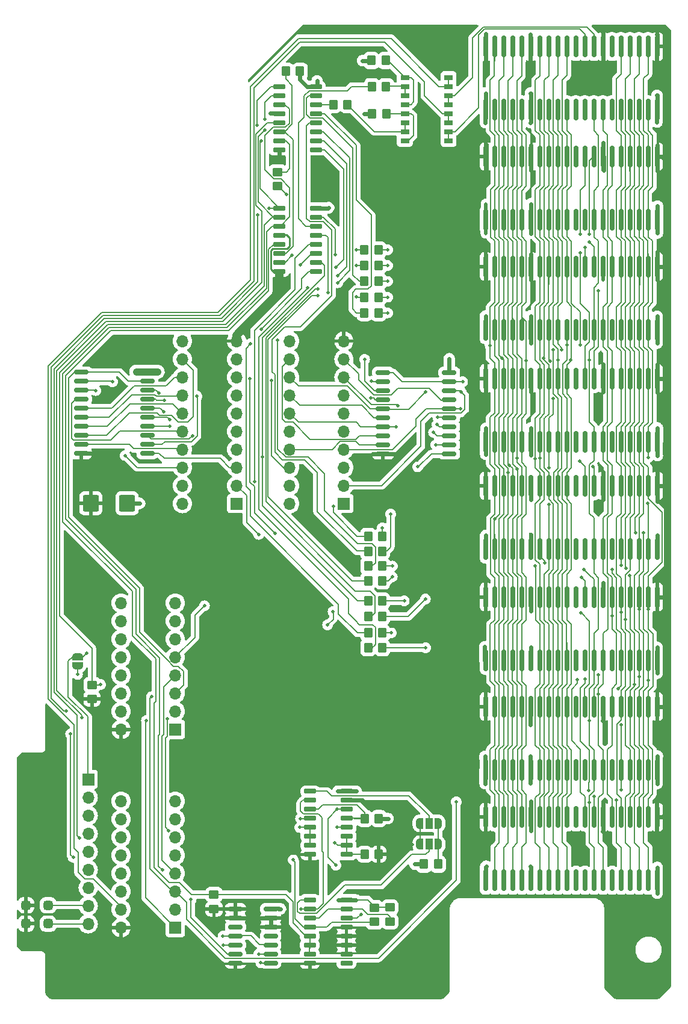
<source format=gbr>
%TF.GenerationSoftware,KiCad,Pcbnew,8.0.5*%
%TF.CreationDate,2024-11-24T09:32:11-04:00*%
%TF.ProjectId,RAMEXB_V21_Github,52414d45-5842-45f5-9632-315f47697468,rev?*%
%TF.SameCoordinates,Original*%
%TF.FileFunction,Copper,L1,Top*%
%TF.FilePolarity,Positive*%
%FSLAX46Y46*%
G04 Gerber Fmt 4.6, Leading zero omitted, Abs format (unit mm)*
G04 Created by KiCad (PCBNEW 8.0.5) date 2024-11-24 09:32:11*
%MOMM*%
%LPD*%
G01*
G04 APERTURE LIST*
G04 Aperture macros list*
%AMRoundRect*
0 Rectangle with rounded corners*
0 $1 Rounding radius*
0 $2 $3 $4 $5 $6 $7 $8 $9 X,Y pos of 4 corners*
0 Add a 4 corners polygon primitive as box body*
4,1,4,$2,$3,$4,$5,$6,$7,$8,$9,$2,$3,0*
0 Add four circle primitives for the rounded corners*
1,1,$1+$1,$2,$3*
1,1,$1+$1,$4,$5*
1,1,$1+$1,$6,$7*
1,1,$1+$1,$8,$9*
0 Add four rect primitives between the rounded corners*
20,1,$1+$1,$2,$3,$4,$5,0*
20,1,$1+$1,$4,$5,$6,$7,0*
20,1,$1+$1,$6,$7,$8,$9,0*
20,1,$1+$1,$8,$9,$2,$3,0*%
%AMFreePoly0*
4,1,19,0.500000,-0.750000,0.000000,-0.750000,0.000000,-0.744911,-0.071157,-0.744911,-0.207708,-0.704816,-0.327430,-0.627875,-0.420627,-0.520320,-0.479746,-0.390866,-0.500000,-0.250000,-0.500000,0.250000,-0.479746,0.390866,-0.420627,0.520320,-0.327430,0.627875,-0.207708,0.704816,-0.071157,0.744911,0.000000,0.744911,0.000000,0.750000,0.500000,0.750000,0.500000,-0.750000,0.500000,-0.750000,
$1*%
%AMFreePoly1*
4,1,19,0.000000,0.744911,0.071157,0.744911,0.207708,0.704816,0.327430,0.627875,0.420627,0.520320,0.479746,0.390866,0.500000,0.250000,0.500000,-0.250000,0.479746,-0.390866,0.420627,-0.520320,0.327430,-0.627875,0.207708,-0.704816,0.071157,-0.744911,0.000000,-0.744911,0.000000,-0.750000,-0.500000,-0.750000,-0.500000,0.750000,0.000000,0.750000,0.000000,0.744911,0.000000,0.744911,
$1*%
%AMFreePoly2*
4,1,19,0.550000,-0.750000,0.000000,-0.750000,0.000000,-0.744911,-0.071157,-0.744911,-0.207708,-0.704816,-0.327430,-0.627875,-0.420627,-0.520320,-0.479746,-0.390866,-0.500000,-0.250000,-0.500000,0.250000,-0.479746,0.390866,-0.420627,0.520320,-0.327430,0.627875,-0.207708,0.704816,-0.071157,0.744911,0.000000,0.744911,0.000000,0.750000,0.550000,0.750000,0.550000,-0.750000,0.550000,-0.750000,
$1*%
%AMFreePoly3*
4,1,19,0.000000,0.744911,0.071157,0.744911,0.207708,0.704816,0.327430,0.627875,0.420627,0.520320,0.479746,0.390866,0.500000,0.250000,0.500000,-0.250000,0.479746,-0.390866,0.420627,-0.520320,0.327430,-0.627875,0.207708,-0.704816,0.071157,-0.744911,0.000000,-0.744911,0.000000,-0.750000,-0.550000,-0.750000,-0.550000,0.750000,0.000000,0.750000,0.000000,0.744911,0.000000,0.744911,
$1*%
G04 Aperture macros list end*
%TA.AperFunction,SMDPad,CuDef*%
%ADD10RoundRect,0.250000X0.350000X0.450000X-0.350000X0.450000X-0.350000X-0.450000X0.350000X-0.450000X0*%
%TD*%
%TA.AperFunction,SMDPad,CuDef*%
%ADD11RoundRect,0.150000X0.150000X-1.374000X0.150000X1.374000X-0.150000X1.374000X-0.150000X-1.374000X0*%
%TD*%
%TA.AperFunction,SMDPad,CuDef*%
%ADD12RoundRect,0.250000X0.450000X-0.350000X0.450000X0.350000X-0.450000X0.350000X-0.450000X-0.350000X0*%
%TD*%
%TA.AperFunction,SMDPad,CuDef*%
%ADD13RoundRect,0.250000X-0.350000X-0.450000X0.350000X-0.450000X0.350000X0.450000X-0.350000X0.450000X0*%
%TD*%
%TA.AperFunction,SMDPad,CuDef*%
%ADD14RoundRect,0.325000X0.325000X0.325000X-0.325000X0.325000X-0.325000X-0.325000X0.325000X-0.325000X0*%
%TD*%
%TA.AperFunction,SMDPad,CuDef*%
%ADD15R,1.250000X0.760000*%
%TD*%
%TA.AperFunction,SMDPad,CuDef*%
%ADD16FreePoly0,90.000000*%
%TD*%
%TA.AperFunction,SMDPad,CuDef*%
%ADD17FreePoly1,90.000000*%
%TD*%
%TA.AperFunction,SMDPad,CuDef*%
%ADD18RoundRect,0.150000X-0.875000X-0.150000X0.875000X-0.150000X0.875000X0.150000X-0.875000X0.150000X0*%
%TD*%
%TA.AperFunction,SMDPad,CuDef*%
%ADD19RoundRect,0.150000X-0.725000X-0.150000X0.725000X-0.150000X0.725000X0.150000X-0.725000X0.150000X0*%
%TD*%
%TA.AperFunction,SMDPad,CuDef*%
%ADD20RoundRect,0.250000X-0.450000X0.350000X-0.450000X-0.350000X0.450000X-0.350000X0.450000X0.350000X0*%
%TD*%
%TA.AperFunction,SMDPad,CuDef*%
%ADD21FreePoly2,0.000000*%
%TD*%
%TA.AperFunction,SMDPad,CuDef*%
%ADD22R,1.000000X1.500000*%
%TD*%
%TA.AperFunction,SMDPad,CuDef*%
%ADD23FreePoly3,0.000000*%
%TD*%
%TA.AperFunction,SMDPad,CuDef*%
%ADD24RoundRect,0.250000X0.875000X0.925000X-0.875000X0.925000X-0.875000X-0.925000X0.875000X-0.925000X0*%
%TD*%
%TA.AperFunction,SMDPad,CuDef*%
%ADD25RoundRect,0.150000X-0.825000X-0.150000X0.825000X-0.150000X0.825000X0.150000X-0.825000X0.150000X0*%
%TD*%
%TA.AperFunction,ComponentPad*%
%ADD26R,1.700000X1.700000*%
%TD*%
%TA.AperFunction,ComponentPad*%
%ADD27O,1.700000X1.700000*%
%TD*%
%TA.AperFunction,ViaPad*%
%ADD28C,0.500000*%
%TD*%
%TA.AperFunction,ViaPad*%
%ADD29C,0.600000*%
%TD*%
%TA.AperFunction,Conductor*%
%ADD30C,0.600000*%
%TD*%
%TA.AperFunction,Conductor*%
%ADD31C,0.250000*%
%TD*%
%TA.AperFunction,Conductor*%
%ADD32C,0.500000*%
%TD*%
%TA.AperFunction,Conductor*%
%ADD33C,1.200000*%
%TD*%
%TA.AperFunction,Conductor*%
%ADD34C,0.150000*%
%TD*%
%TA.AperFunction,Conductor*%
%ADD35C,0.200000*%
%TD*%
%TA.AperFunction,Conductor*%
%ADD36C,1.000000*%
%TD*%
G04 APERTURE END LIST*
D10*
%TO.P,R25,1*%
%TO.N,VCC*%
X204900000Y-127100000D03*
%TO.P,R25,2*%
%TO.N,Net-(U1-I3a)*%
X202900000Y-127100000D03*
%TD*%
D11*
%TO.P,U17,1,VCC*%
%TO.N,VCC*%
X219935000Y-27430300D03*
%TO.P,U17,2,DQ0*%
%TO.N,DQ0*%
X221205000Y-27430300D03*
%TO.P,U17,3,DQ1*%
%TO.N,DQ1*%
X222475000Y-27430300D03*
%TO.P,U17,4,DQ2*%
%TO.N,DQ2*%
X223745000Y-27430300D03*
%TO.P,U17,5,DQ3*%
%TO.N,DQ3*%
X225015000Y-27430300D03*
%TO.P,U17,6,VCC*%
%TO.N,VCC*%
X226285000Y-27430300D03*
%TO.P,U17,7,DQ4*%
%TO.N,DQ4*%
X227555000Y-27430300D03*
%TO.P,U17,8,DQ5*%
%TO.N,DQ5*%
X228825000Y-27430300D03*
%TO.P,U17,9,DQ6*%
%TO.N,DQ6*%
X230095000Y-27430300D03*
%TO.P,U17,10,DQ7*%
%TO.N,DQ7*%
X231365000Y-27430300D03*
%TO.P,U17,11*%
%TO.N,N/C*%
X232635000Y-27430300D03*
%TO.P,U17,12*%
X233905000Y-27430300D03*
%TO.P,U17,13,~{WE}*%
%TO.N,RAM-R{slash}~{W}F*%
X235175000Y-27430300D03*
%TO.P,U17,14,~{RAS}*%
%TO.N,~{RASF}*%
X236445000Y-27430300D03*
%TO.P,U17,15*%
%TO.N,N/C*%
X237715000Y-27430300D03*
%TO.P,U17,16,A0*%
%TO.N,MSRA0F*%
X238985000Y-27430300D03*
%TO.P,U17,17,A1*%
%TO.N,RA1F*%
X240255000Y-27430300D03*
%TO.P,U17,18,A2*%
%TO.N,RA2F*%
X241525000Y-27430300D03*
%TO.P,U17,19,A3*%
%TO.N,RA3F*%
X242795000Y-27430300D03*
%TO.P,U17,20,VCC*%
%TO.N,VCC*%
X244065000Y-27430300D03*
%TO.P,U17,21,GND*%
%TO.N,GND*%
X244065000Y-18540300D03*
%TO.P,U17,22,A4*%
%TO.N,RA4F*%
X242795000Y-18540300D03*
%TO.P,U17,23,A5*%
%TO.N,RA5F*%
X241525000Y-18540300D03*
%TO.P,U17,24,A6*%
%TO.N,RA6F*%
X240255000Y-18540300D03*
%TO.P,U17,25,A7*%
%TO.N,RA7F*%
X238985000Y-18540300D03*
%TO.P,U17,26,A8*%
%TO.N,unconnected-(U17-A8-Pad26)*%
X237715000Y-18540300D03*
%TO.P,U17,27,~{OE}*%
%TO.N,GND*%
X236445000Y-18540300D03*
%TO.P,U17,28,~{UCAS}*%
%TO.N,~{MSCAS3F}*%
X235175000Y-18540300D03*
%TO.P,U17,29,~{LCAS}*%
%TO.N,~{MSCAS2F}*%
X233905000Y-18540300D03*
%TO.P,U17,30*%
%TO.N,N/C*%
X232635000Y-18540300D03*
%TO.P,U17,31,DQ8*%
%TO.N,DQ8*%
X231365000Y-18540300D03*
%TO.P,U17,32,DQ9*%
%TO.N,DQ9*%
X230095000Y-18540300D03*
%TO.P,U17,33,DQ10*%
%TO.N,DQ10*%
X228825000Y-18540300D03*
%TO.P,U17,34,DQ11*%
%TO.N,DQ11*%
X227555000Y-18540300D03*
%TO.P,U17,35,GND*%
%TO.N,GND*%
X226285000Y-18540300D03*
%TO.P,U17,36,DQ12*%
%TO.N,DQ12*%
X225015000Y-18540300D03*
%TO.P,U17,37,DQ13*%
%TO.N,DQ13*%
X223745000Y-18540300D03*
%TO.P,U17,38,DQ14*%
%TO.N,DQ14*%
X222475000Y-18540300D03*
%TO.P,U17,39,DQ15*%
%TO.N,DQ15*%
X221205000Y-18540300D03*
%TO.P,U17,40,GND*%
%TO.N,GND*%
X219935000Y-18540300D03*
%TD*%
D12*
%TO.P,R3,1*%
%TO.N,GND*%
X164550000Y-110296400D03*
%TO.P,R3,2*%
%TO.N,Net-(U1-I0a)*%
X164550000Y-108296400D03*
%TD*%
D13*
%TO.P,R21,1*%
%TO.N,Net-(U9-~{Y7})*%
X202885000Y-47122000D03*
%TO.P,R21,2*%
%TO.N,~{MCAS15F}*%
X204885000Y-47122000D03*
%TD*%
%TO.P,R1,1*%
%TO.N,VCC*%
X211255000Y-133525000D03*
%TO.P,R1,2*%
%TO.N,Net-(JP1-B)*%
X213255000Y-133525000D03*
%TD*%
%TO.P,R8,1*%
%TO.N,Net-(U8-~{Y2})*%
X202885000Y-55990000D03*
%TO.P,R8,2*%
%TO.N,~{MCAS4F}*%
X204885000Y-55990000D03*
%TD*%
D11*
%TO.P,U12,1,VCC*%
%TO.N,VCC*%
X219935000Y-74108700D03*
%TO.P,U12,2,DQ0*%
%TO.N,DQ0*%
X221205000Y-74108700D03*
%TO.P,U12,3,DQ1*%
%TO.N,DQ1*%
X222475000Y-74108700D03*
%TO.P,U12,4,DQ2*%
%TO.N,DQ2*%
X223745000Y-74108700D03*
%TO.P,U12,5,DQ3*%
%TO.N,DQ3*%
X225015000Y-74108700D03*
%TO.P,U12,6,VCC*%
%TO.N,VCC*%
X226285000Y-74108700D03*
%TO.P,U12,7,DQ4*%
%TO.N,DQ4*%
X227555000Y-74108700D03*
%TO.P,U12,8,DQ5*%
%TO.N,DQ5*%
X228825000Y-74108700D03*
%TO.P,U12,9,DQ6*%
%TO.N,DQ6*%
X230095000Y-74108700D03*
%TO.P,U12,10,DQ7*%
%TO.N,DQ7*%
X231365000Y-74108700D03*
%TO.P,U12,11*%
%TO.N,N/C*%
X232635000Y-74108700D03*
%TO.P,U12,12*%
X233905000Y-74108700D03*
%TO.P,U12,13,~{WE}*%
%TO.N,RAM-R{slash}~{W}F*%
X235175000Y-74108700D03*
%TO.P,U12,14,~{RAS}*%
%TO.N,~{RASF}*%
X236445000Y-74108700D03*
%TO.P,U12,15*%
%TO.N,N/C*%
X237715000Y-74108700D03*
%TO.P,U12,16,A0*%
%TO.N,MSRA0F*%
X238985000Y-74108700D03*
%TO.P,U12,17,A1*%
%TO.N,RA1F*%
X240255000Y-74108700D03*
%TO.P,U12,18,A2*%
%TO.N,RA2F*%
X241525000Y-74108700D03*
%TO.P,U12,19,A3*%
%TO.N,RA3F*%
X242795000Y-74108700D03*
%TO.P,U12,20,VCC*%
%TO.N,VCC*%
X244065000Y-74108700D03*
%TO.P,U12,21,GND*%
%TO.N,GND*%
X244065000Y-65218700D03*
%TO.P,U12,22,A4*%
%TO.N,RA4F*%
X242795000Y-65218700D03*
%TO.P,U12,23,A5*%
%TO.N,RA5F*%
X241525000Y-65218700D03*
%TO.P,U12,24,A6*%
%TO.N,RA6F*%
X240255000Y-65218700D03*
%TO.P,U12,25,A7*%
%TO.N,RA7F*%
X238985000Y-65218700D03*
%TO.P,U12,26,A8*%
%TO.N,MSRA8F*%
X237715000Y-65218700D03*
%TO.P,U12,27,~{OE}*%
%TO.N,GND*%
X236445000Y-65218700D03*
%TO.P,U12,28,~{UCAS}*%
%TO.N,~{MCAS5F}*%
X235175000Y-65218700D03*
%TO.P,U12,29,~{LCAS}*%
%TO.N,~{MCAS4F}*%
X233905000Y-65218700D03*
%TO.P,U12,30*%
%TO.N,N/C*%
X232635000Y-65218700D03*
%TO.P,U12,31,DQ8*%
%TO.N,DQ8*%
X231365000Y-65218700D03*
%TO.P,U12,32,DQ9*%
%TO.N,DQ9*%
X230095000Y-65218700D03*
%TO.P,U12,33,DQ10*%
%TO.N,DQ10*%
X228825000Y-65218700D03*
%TO.P,U12,34,DQ11*%
%TO.N,DQ11*%
X227555000Y-65218700D03*
%TO.P,U12,35,GND*%
%TO.N,GND*%
X226285000Y-65218700D03*
%TO.P,U12,36,DQ12*%
%TO.N,DQ12*%
X225015000Y-65218700D03*
%TO.P,U12,37,DQ13*%
%TO.N,DQ13*%
X223745000Y-65218700D03*
%TO.P,U12,38,DQ14*%
%TO.N,DQ14*%
X222475000Y-65218700D03*
%TO.P,U12,39,DQ15*%
%TO.N,DQ15*%
X221205000Y-65218700D03*
%TO.P,U12,40,GND*%
%TO.N,GND*%
X219935000Y-65218700D03*
%TD*%
D14*
%TO.P,D1,1,K*%
%TO.N,~{MCAS0}*%
X158390000Y-139290000D03*
%TO.P,D1,2,A*%
%TO.N,GND*%
X155290000Y-139290000D03*
%TD*%
D15*
%TO.P,SWA1,1*%
%TO.N,Net-(R22-Pad2)*%
X208560000Y-22880000D03*
%TO.P,SWA1,2*%
%TO.N,~{MCAS3F}*%
X208560000Y-24150000D03*
%TO.P,SWA1,3*%
X208560000Y-25420000D03*
%TO.P,SWA1,4*%
%TO.N,Net-(R22-Pad2)*%
X208560000Y-26690000D03*
%TO.P,SWA1,5*%
%TO.N,Net-(R23-Pad2)*%
X208560000Y-27960000D03*
%TO.P,SWA1,6*%
%TO.N,~{MCAS2F}*%
X208560000Y-29230000D03*
%TO.P,SWA1,7*%
X208560000Y-30500000D03*
%TO.P,SWA1,8*%
%TO.N,Net-(R23-Pad2)*%
X208560000Y-31770000D03*
%TO.P,SWA1,9*%
%TO.N,~{MSCAS2F}*%
X214710000Y-31770000D03*
%TO.P,SWA1,10*%
X214710000Y-30500000D03*
%TO.P,SWA1,11*%
%TO.N,~{SCAS2F}*%
X214710000Y-29230000D03*
%TO.P,SWA1,12*%
X214710000Y-27960000D03*
%TO.P,SWA1,13*%
%TO.N,~{MSCAS3F}*%
X214710000Y-26690000D03*
%TO.P,SWA1,14*%
X214710000Y-25420000D03*
%TO.P,SWA1,15*%
%TO.N,~{SCAS3F}*%
X214710000Y-24150000D03*
%TO.P,SWA1,16*%
X214710000Y-22880000D03*
%TD*%
D12*
%TO.P,R4,1*%
%TO.N,GND*%
X181720000Y-139800000D03*
%TO.P,R4,2*%
%TO.N,Net-(U2-I0a)*%
X181720000Y-137800000D03*
%TD*%
D11*
%TO.P,U16,1,VCC*%
%TO.N,VCC*%
X219935000Y-135800000D03*
%TO.P,U16,2,DQ0*%
%TO.N,DQ0*%
X221205000Y-135800000D03*
%TO.P,U16,3,DQ1*%
%TO.N,DQ1*%
X222475000Y-135800000D03*
%TO.P,U16,4,DQ2*%
%TO.N,DQ2*%
X223745000Y-135800000D03*
%TO.P,U16,5,DQ3*%
%TO.N,DQ3*%
X225015000Y-135800000D03*
%TO.P,U16,6,VCC*%
%TO.N,VCC*%
X226285000Y-135800000D03*
%TO.P,U16,7,DQ4*%
%TO.N,DQ4*%
X227555000Y-135800000D03*
%TO.P,U16,8,DQ5*%
%TO.N,DQ5*%
X228825000Y-135800000D03*
%TO.P,U16,9,DQ6*%
%TO.N,DQ6*%
X230095000Y-135800000D03*
%TO.P,U16,10,DQ7*%
%TO.N,DQ7*%
X231365000Y-135800000D03*
%TO.P,U16,11*%
%TO.N,N/C*%
X232635000Y-135800000D03*
%TO.P,U16,12*%
X233905000Y-135800000D03*
%TO.P,U16,13,~{WE}*%
%TO.N,RAM-R{slash}~{W}F*%
X235175000Y-135800000D03*
%TO.P,U16,14,~{RAS}*%
%TO.N,~{RASF}*%
X236445000Y-135800000D03*
%TO.P,U16,15*%
%TO.N,N/C*%
X237715000Y-135800000D03*
%TO.P,U16,16,A0*%
%TO.N,MSRA0F*%
X238985000Y-135800000D03*
%TO.P,U16,17,A1*%
%TO.N,RA1F*%
X240255000Y-135800000D03*
%TO.P,U16,18,A2*%
%TO.N,RA2F*%
X241525000Y-135800000D03*
%TO.P,U16,19,A3*%
%TO.N,RA3F*%
X242795000Y-135800000D03*
%TO.P,U16,20,VCC*%
%TO.N,VCC*%
X244065000Y-135800000D03*
%TO.P,U16,21,GND*%
%TO.N,GND*%
X244065000Y-126910000D03*
%TO.P,U16,22,A4*%
%TO.N,RA4F*%
X242795000Y-126910000D03*
%TO.P,U16,23,A5*%
%TO.N,RA5F*%
X241525000Y-126910000D03*
%TO.P,U16,24,A6*%
%TO.N,RA6F*%
X240255000Y-126910000D03*
%TO.P,U16,25,A7*%
%TO.N,RA7F*%
X238985000Y-126910000D03*
%TO.P,U16,26,A8*%
%TO.N,MSRA8F*%
X237715000Y-126910000D03*
%TO.P,U16,27,~{OE}*%
%TO.N,GND*%
X236445000Y-126910000D03*
%TO.P,U16,28,~{UCAS}*%
%TO.N,~{MCAS13F}*%
X235175000Y-126910000D03*
%TO.P,U16,29,~{LCAS}*%
%TO.N,~{MCAS12F}*%
X233905000Y-126910000D03*
%TO.P,U16,30*%
%TO.N,N/C*%
X232635000Y-126910000D03*
%TO.P,U16,31,DQ8*%
%TO.N,DQ8*%
X231365000Y-126910000D03*
%TO.P,U16,32,DQ9*%
%TO.N,DQ9*%
X230095000Y-126910000D03*
%TO.P,U16,33,DQ10*%
%TO.N,DQ10*%
X228825000Y-126910000D03*
%TO.P,U16,34,DQ11*%
%TO.N,DQ11*%
X227555000Y-126910000D03*
%TO.P,U16,35,GND*%
%TO.N,GND*%
X226285000Y-126910000D03*
%TO.P,U16,36,DQ12*%
%TO.N,DQ12*%
X225015000Y-126910000D03*
%TO.P,U16,37,DQ13*%
%TO.N,DQ13*%
X223745000Y-126910000D03*
%TO.P,U16,38,DQ14*%
%TO.N,DQ14*%
X222475000Y-126910000D03*
%TO.P,U16,39,DQ15*%
%TO.N,DQ15*%
X221205000Y-126910000D03*
%TO.P,U16,40,GND*%
%TO.N,GND*%
X219935000Y-126910000D03*
%TD*%
%TO.P,U10,1,VCC*%
%TO.N,VCC*%
X219935000Y-58349200D03*
%TO.P,U10,2,DQ0*%
%TO.N,DQ0*%
X221205000Y-58349200D03*
%TO.P,U10,3,DQ1*%
%TO.N,DQ1*%
X222475000Y-58349200D03*
%TO.P,U10,4,DQ2*%
%TO.N,DQ2*%
X223745000Y-58349200D03*
%TO.P,U10,5,DQ3*%
%TO.N,DQ3*%
X225015000Y-58349200D03*
%TO.P,U10,6,VCC*%
%TO.N,VCC*%
X226285000Y-58349200D03*
%TO.P,U10,7,DQ4*%
%TO.N,DQ4*%
X227555000Y-58349200D03*
%TO.P,U10,8,DQ5*%
%TO.N,DQ5*%
X228825000Y-58349200D03*
%TO.P,U10,9,DQ6*%
%TO.N,DQ6*%
X230095000Y-58349200D03*
%TO.P,U10,10,DQ7*%
%TO.N,DQ7*%
X231365000Y-58349200D03*
%TO.P,U10,11*%
%TO.N,N/C*%
X232635000Y-58349200D03*
%TO.P,U10,12*%
X233905000Y-58349200D03*
%TO.P,U10,13,~{WE}*%
%TO.N,RAM-R{slash}~{W}F*%
X235175000Y-58349200D03*
%TO.P,U10,14,~{RAS}*%
%TO.N,~{RASF}*%
X236445000Y-58349200D03*
%TO.P,U10,15*%
%TO.N,N/C*%
X237715000Y-58349200D03*
%TO.P,U10,16,A0*%
%TO.N,MSRA0F*%
X238985000Y-58349200D03*
%TO.P,U10,17,A1*%
%TO.N,RA1F*%
X240255000Y-58349200D03*
%TO.P,U10,18,A2*%
%TO.N,RA2F*%
X241525000Y-58349200D03*
%TO.P,U10,19,A3*%
%TO.N,RA3F*%
X242795000Y-58349200D03*
%TO.P,U10,20,VCC*%
%TO.N,VCC*%
X244065000Y-58349200D03*
%TO.P,U10,21,GND*%
%TO.N,GND*%
X244065000Y-49459200D03*
%TO.P,U10,22,A4*%
%TO.N,RA4F*%
X242795000Y-49459200D03*
%TO.P,U10,23,A5*%
%TO.N,RA5F*%
X241525000Y-49459200D03*
%TO.P,U10,24,A6*%
%TO.N,RA6F*%
X240255000Y-49459200D03*
%TO.P,U10,25,A7*%
%TO.N,RA7F*%
X238985000Y-49459200D03*
%TO.P,U10,26,A8*%
%TO.N,MSRA8F*%
X237715000Y-49459200D03*
%TO.P,U10,27,~{OE}*%
%TO.N,GND*%
X236445000Y-49459200D03*
%TO.P,U10,28,~{UCAS}*%
%TO.N,~{MCAS1F}*%
X235175000Y-49459200D03*
%TO.P,U10,29,~{LCAS}*%
%TO.N,~{MCAS0F}*%
X233905000Y-49459200D03*
%TO.P,U10,30*%
%TO.N,N/C*%
X232635000Y-49459200D03*
%TO.P,U10,31,DQ8*%
%TO.N,DQ8*%
X231365000Y-49459200D03*
%TO.P,U10,32,DQ9*%
%TO.N,DQ9*%
X230095000Y-49459200D03*
%TO.P,U10,33,DQ10*%
%TO.N,DQ10*%
X228825000Y-49459200D03*
%TO.P,U10,34,DQ11*%
%TO.N,DQ11*%
X227555000Y-49459200D03*
%TO.P,U10,35,GND*%
%TO.N,GND*%
X226285000Y-49459200D03*
%TO.P,U10,36,DQ12*%
%TO.N,DQ12*%
X225015000Y-49459200D03*
%TO.P,U10,37,DQ13*%
%TO.N,DQ13*%
X223745000Y-49459200D03*
%TO.P,U10,38,DQ14*%
%TO.N,DQ14*%
X222475000Y-49459200D03*
%TO.P,U10,39,DQ15*%
%TO.N,DQ15*%
X221205000Y-49459200D03*
%TO.P,U10,40,GND*%
%TO.N,GND*%
X219935000Y-49459200D03*
%TD*%
D16*
%TO.P,JP3,1,A*%
%TO.N,Net-(JP3-A)*%
X162525000Y-105625000D03*
D17*
%TO.P,JP3,2,B*%
%TO.N,MSRA8F*%
X162525000Y-104325000D03*
%TD*%
D13*
%TO.P,R18,1*%
%TO.N,Net-(U9-~{Y2})*%
X202885000Y-53773000D03*
%TO.P,R18,2*%
%TO.N,~{MCAS5F}*%
X204885000Y-53773000D03*
%TD*%
D18*
%TO.P,U5,1,1OE*%
%TO.N,RAM-R{slash}~{W}F*%
X163050000Y-64333600D03*
%TO.P,U5,2,1A0*%
%TO.N,D0*%
X163050000Y-65603600D03*
%TO.P,U5,3,2Y0*%
%TO.N,DQ7*%
X163050000Y-66873600D03*
%TO.P,U5,4,1A1*%
%TO.N,D1*%
X163050000Y-68143600D03*
%TO.P,U5,5,2Y1*%
%TO.N,DQ6*%
X163050000Y-69413600D03*
%TO.P,U5,6,1A2*%
%TO.N,D2*%
X163050000Y-70683600D03*
%TO.P,U5,7,2Y2*%
%TO.N,DQ5*%
X163050000Y-71953600D03*
%TO.P,U5,8,1A3*%
%TO.N,D3*%
X163050000Y-73223600D03*
%TO.P,U5,9,2Y3*%
%TO.N,DQ4*%
X163050000Y-74493600D03*
%TO.P,U5,10,GND*%
%TO.N,GND*%
X163050000Y-75763600D03*
%TO.P,U5,11,2A3*%
%TO.N,D4*%
X172350000Y-75763600D03*
%TO.P,U5,12,1Y3*%
%TO.N,DQ3*%
X172350000Y-74493600D03*
%TO.P,U5,13,2A2*%
%TO.N,D5*%
X172350000Y-73223600D03*
%TO.P,U5,14,1Y2*%
%TO.N,DQ2*%
X172350000Y-71953600D03*
%TO.P,U5,15,2A1*%
%TO.N,D6*%
X172350000Y-70683600D03*
%TO.P,U5,16,1Y1*%
%TO.N,DQ1*%
X172350000Y-69413600D03*
%TO.P,U5,17,2A0*%
%TO.N,D7*%
X172350000Y-68143600D03*
%TO.P,U5,18,1Y0*%
%TO.N,DQ0*%
X172350000Y-66873600D03*
%TO.P,U5,19,2OE*%
%TO.N,RAM-R{slash}~{W}F*%
X172350000Y-65603600D03*
%TO.P,U5,20,VCC*%
%TO.N,VCC*%
X172350000Y-64333600D03*
%TD*%
D11*
%TO.P,U13,1,VCC*%
%TO.N,VCC*%
X219935000Y-120251400D03*
%TO.P,U13,2,DQ0*%
%TO.N,DQ0*%
X221205000Y-120251400D03*
%TO.P,U13,3,DQ1*%
%TO.N,DQ1*%
X222475000Y-120251400D03*
%TO.P,U13,4,DQ2*%
%TO.N,DQ2*%
X223745000Y-120251400D03*
%TO.P,U13,5,DQ3*%
%TO.N,DQ3*%
X225015000Y-120251400D03*
%TO.P,U13,6,VCC*%
%TO.N,VCC*%
X226285000Y-120251400D03*
%TO.P,U13,7,DQ4*%
%TO.N,DQ4*%
X227555000Y-120251400D03*
%TO.P,U13,8,DQ5*%
%TO.N,DQ5*%
X228825000Y-120251400D03*
%TO.P,U13,9,DQ6*%
%TO.N,DQ6*%
X230095000Y-120251400D03*
%TO.P,U13,10,DQ7*%
%TO.N,DQ7*%
X231365000Y-120251400D03*
%TO.P,U13,11*%
%TO.N,N/C*%
X232635000Y-120251400D03*
%TO.P,U13,12*%
X233905000Y-120251400D03*
%TO.P,U13,13,~{WE}*%
%TO.N,RAM-R{slash}~{W}F*%
X235175000Y-120251400D03*
%TO.P,U13,14,~{RAS}*%
%TO.N,~{RASF}*%
X236445000Y-120251400D03*
%TO.P,U13,15*%
%TO.N,N/C*%
X237715000Y-120251400D03*
%TO.P,U13,16,A0*%
%TO.N,MSRA0F*%
X238985000Y-120251400D03*
%TO.P,U13,17,A1*%
%TO.N,RA1F*%
X240255000Y-120251400D03*
%TO.P,U13,18,A2*%
%TO.N,RA2F*%
X241525000Y-120251400D03*
%TO.P,U13,19,A3*%
%TO.N,RA3F*%
X242795000Y-120251400D03*
%TO.P,U13,20,VCC*%
%TO.N,VCC*%
X244065000Y-120251400D03*
%TO.P,U13,21,GND*%
%TO.N,GND*%
X244065000Y-111361400D03*
%TO.P,U13,22,A4*%
%TO.N,RA4F*%
X242795000Y-111361400D03*
%TO.P,U13,23,A5*%
%TO.N,RA5F*%
X241525000Y-111361400D03*
%TO.P,U13,24,A6*%
%TO.N,RA6F*%
X240255000Y-111361400D03*
%TO.P,U13,25,A7*%
%TO.N,RA7F*%
X238985000Y-111361400D03*
%TO.P,U13,26,A8*%
%TO.N,MSRA8F*%
X237715000Y-111361400D03*
%TO.P,U13,27,~{OE}*%
%TO.N,GND*%
X236445000Y-111361400D03*
%TO.P,U13,28,~{UCAS}*%
%TO.N,~{MCAS11F}*%
X235175000Y-111361400D03*
%TO.P,U13,29,~{LCAS}*%
%TO.N,~{MCAS10F}*%
X233905000Y-111361400D03*
%TO.P,U13,30*%
%TO.N,N/C*%
X232635000Y-111361400D03*
%TO.P,U13,31,DQ8*%
%TO.N,DQ8*%
X231365000Y-111361400D03*
%TO.P,U13,32,DQ9*%
%TO.N,DQ9*%
X230095000Y-111361400D03*
%TO.P,U13,33,DQ10*%
%TO.N,DQ10*%
X228825000Y-111361400D03*
%TO.P,U13,34,DQ11*%
%TO.N,DQ11*%
X227555000Y-111361400D03*
%TO.P,U13,35,GND*%
%TO.N,GND*%
X226285000Y-111361400D03*
%TO.P,U13,36,DQ12*%
%TO.N,DQ12*%
X225015000Y-111361400D03*
%TO.P,U13,37,DQ13*%
%TO.N,DQ13*%
X223745000Y-111361400D03*
%TO.P,U13,38,DQ14*%
%TO.N,DQ14*%
X222475000Y-111361400D03*
%TO.P,U13,39,DQ15*%
%TO.N,DQ15*%
X221205000Y-111361400D03*
%TO.P,U13,40,GND*%
%TO.N,GND*%
X219935000Y-111361400D03*
%TD*%
D13*
%TO.P,R14,1*%
%TO.N,Net-(U8-~{Y6})*%
X203400000Y-103100000D03*
%TO.P,R14,2*%
%TO.N,~{MCAS12F}*%
X205400000Y-103100000D03*
%TD*%
%TO.P,R12,1*%
%TO.N,Net-(U9-~{Y5})*%
X203400000Y-96500000D03*
%TO.P,R12,2*%
%TO.N,~{MCAS11F}*%
X205400000Y-96500000D03*
%TD*%
D14*
%TO.P,D2,1,K*%
%TO.N,~{MCAS1}*%
X158390000Y-141900000D03*
%TO.P,D2,2,A*%
%TO.N,GND*%
X155290000Y-141900000D03*
%TD*%
D13*
%TO.P,R16,1*%
%TO.N,Net-(U9-~{Y4})*%
X203400000Y-91600000D03*
%TO.P,R16,2*%
%TO.N,~{MCAS9F}*%
X205400000Y-91600000D03*
%TD*%
D19*
%TO.P,U9,1,A0*%
%TO.N,Net-(U1-I0b)*%
X190945000Y-41245000D03*
%TO.P,U9,2,A1*%
%TO.N,Net-(U1-I0a)*%
X190945000Y-42515000D03*
%TO.P,U9,3,A2*%
%TO.N,Net-(U2-I0a)*%
X190945000Y-43785000D03*
%TO.P,U9,4,~{E0}*%
%TO.N,GND*%
X190945000Y-45055000D03*
%TO.P,U9,5,~{E1}*%
%TO.N,Net-(U9-~{E1})*%
X190945000Y-46325000D03*
%TO.P,U9,6,E2*%
%TO.N,Net-(U8-E2)*%
X190945000Y-47595000D03*
%TO.P,U9,7,~{Y7}*%
%TO.N,Net-(U9-~{Y7})*%
X190945000Y-48865000D03*
%TO.P,U9,8,GND*%
%TO.N,GND*%
X190945000Y-50135000D03*
%TO.P,U9,9,~{Y6}*%
%TO.N,Net-(U9-~{Y6})*%
X196095000Y-50135000D03*
%TO.P,U9,10,~{Y5}*%
%TO.N,Net-(U9-~{Y5})*%
X196095000Y-48865000D03*
%TO.P,U9,11,~{Y4}*%
%TO.N,Net-(U9-~{Y4})*%
X196095000Y-47595000D03*
%TO.P,U9,12,~{Y3}*%
%TO.N,Net-(U9-~{Y3})*%
X196095000Y-46325000D03*
%TO.P,U9,13,~{Y2}*%
%TO.N,Net-(U9-~{Y2})*%
X196095000Y-45055000D03*
%TO.P,U9,14,~{Y1}*%
%TO.N,Net-(U9-~{Y1})*%
X196095000Y-43785000D03*
%TO.P,U9,15,~{Y0}*%
%TO.N,Net-(U9-~{Y0})*%
X196095000Y-42515000D03*
%TO.P,U9,16,VCC*%
%TO.N,VCC*%
X196095000Y-41245000D03*
%TD*%
%TO.P,U8,1,A0*%
%TO.N,Net-(U1-I0b)*%
X190880000Y-24160000D03*
%TO.P,U8,2,A1*%
%TO.N,Net-(U1-I0a)*%
X190880000Y-25430000D03*
%TO.P,U8,3,A2*%
%TO.N,Net-(U2-I0a)*%
X190880000Y-26700000D03*
%TO.P,U8,4,~{E0}*%
%TO.N,GND*%
X190880000Y-27970000D03*
%TO.P,U8,5,~{E1}*%
%TO.N,Net-(U8-~{E1})*%
X190880000Y-29240000D03*
%TO.P,U8,6,E2*%
%TO.N,Net-(U8-E2)*%
X190880000Y-30510000D03*
%TO.P,U8,7,~{Y7}*%
%TO.N,Net-(U8-~{Y7})*%
X190880000Y-31780000D03*
%TO.P,U8,8,GND*%
%TO.N,GND*%
X190880000Y-33050000D03*
%TO.P,U8,9,~{Y6}*%
%TO.N,Net-(U8-~{Y6})*%
X196030000Y-33050000D03*
%TO.P,U8,10,~{Y5}*%
%TO.N,Net-(U8-~{Y5})*%
X196030000Y-31780000D03*
%TO.P,U8,11,~{Y4}*%
%TO.N,Net-(U8-~{Y4})*%
X196030000Y-30510000D03*
%TO.P,U8,12,~{Y3}*%
%TO.N,Net-(U8-~{Y3})*%
X196030000Y-29240000D03*
%TO.P,U8,13,~{Y2}*%
%TO.N,Net-(U8-~{Y2})*%
X196030000Y-27970000D03*
%TO.P,U8,14,~{Y1}*%
%TO.N,Net-(U8-~{Y1})*%
X196030000Y-26700000D03*
%TO.P,U8,15,~{Y0}*%
%TO.N,Net-(U8-~{Y0})*%
X196030000Y-25430000D03*
%TO.P,U8,16,VCC*%
%TO.N,VCC*%
X196030000Y-24160000D03*
%TD*%
D13*
%TO.P,R6,1*%
%TO.N,Net-(U8-~{Y0})*%
X202885000Y-51556000D03*
%TO.P,R6,2*%
%TO.N,~{MCAS0F}*%
X204885000Y-51556000D03*
%TD*%
%TO.P,R15,1*%
%TO.N,Net-(U9-~{Y6})*%
X203400000Y-101000000D03*
%TO.P,R15,2*%
%TO.N,~{MCAS13F}*%
X205400000Y-101000000D03*
%TD*%
D10*
%TO.P,R5,1*%
%TO.N,GND*%
X204900000Y-132130000D03*
%TO.P,R5,2*%
%TO.N,Net-(U1-I0b)*%
X202900000Y-132130000D03*
%TD*%
D13*
%TO.P,R20,1*%
%TO.N,Net-(U9-~{Y0})*%
X202885000Y-49339000D03*
%TO.P,R20,2*%
%TO.N,~{MCAS1F}*%
X204885000Y-49339000D03*
%TD*%
%TO.P,R19,1*%
%TO.N,Net-(U9-~{Y1})*%
X203930000Y-24156800D03*
%TO.P,R19,2*%
%TO.N,~{MCAS3F}*%
X205930000Y-24156800D03*
%TD*%
%TO.P,R13,1*%
%TO.N,Net-(U8-~{Y5})*%
X203400000Y-98700000D03*
%TO.P,R13,2*%
%TO.N,~{MCAS10F}*%
X205400000Y-98700000D03*
%TD*%
D18*
%TO.P,U6,1,1OE*%
%TO.N,RAM-R{slash}~{W}F*%
X205505000Y-64385000D03*
%TO.P,U6,2,1A0*%
%TO.N,D8*%
X205505000Y-65655000D03*
%TO.P,U6,3,2Y0*%
%TO.N,DQ15*%
X205505000Y-66925000D03*
%TO.P,U6,4,1A1*%
%TO.N,D9*%
X205505000Y-68195000D03*
%TO.P,U6,5,2Y1*%
%TO.N,DQ14*%
X205505000Y-69465000D03*
%TO.P,U6,6,1A2*%
%TO.N,D10*%
X205505000Y-70735000D03*
%TO.P,U6,7,2Y2*%
%TO.N,DQ13*%
X205505000Y-72005000D03*
%TO.P,U6,8,1A3*%
%TO.N,D11*%
X205505000Y-73275000D03*
%TO.P,U6,9,2Y3*%
%TO.N,DQ12*%
X205505000Y-74545000D03*
%TO.P,U6,10,GND*%
%TO.N,GND*%
X205505000Y-75815000D03*
%TO.P,U6,11,2A3*%
%TO.N,D12*%
X214805000Y-75815000D03*
%TO.P,U6,12,1Y3*%
%TO.N,DQ11*%
X214805000Y-74545000D03*
%TO.P,U6,13,2A2*%
%TO.N,D13*%
X214805000Y-73275000D03*
%TO.P,U6,14,1Y2*%
%TO.N,DQ10*%
X214805000Y-72005000D03*
%TO.P,U6,15,2A1*%
%TO.N,D14*%
X214805000Y-70735000D03*
%TO.P,U6,16,1Y1*%
%TO.N,DQ9*%
X214805000Y-69465000D03*
%TO.P,U6,17,2A0*%
%TO.N,D15*%
X214805000Y-68195000D03*
%TO.P,U6,18,1Y0*%
%TO.N,DQ8*%
X214805000Y-66925000D03*
%TO.P,U6,19,2OE*%
%TO.N,RAM-R{slash}~{W}F*%
X214805000Y-65655000D03*
%TO.P,U6,20,VCC*%
%TO.N,VCC*%
X214805000Y-64385000D03*
%TD*%
D20*
%TO.P,R27,1*%
%TO.N,VCC*%
X204280000Y-139640000D03*
%TO.P,R27,2*%
%TO.N,A21*%
X204280000Y-141640000D03*
%TD*%
D13*
%TO.P,R17,1*%
%TO.N,Net-(U9-~{Y3})*%
X203400000Y-87400000D03*
%TO.P,R17,2*%
%TO.N,~{MCAS7F}*%
X205400000Y-87400000D03*
%TD*%
D19*
%TO.P,U1,1,OEa*%
%TO.N,Net-(JP1-C)*%
X195250000Y-123280000D03*
%TO.P,U1,2,A1*%
%TO.N,~{RAS}*%
X195250000Y-124550000D03*
%TO.P,U1,3,I3a*%
%TO.N,Net-(U1-I3a)*%
X195250000Y-125820000D03*
%TO.P,U1,4,I2a*%
%TO.N,A20*%
X195250000Y-127090000D03*
%TO.P,U1,5,I1a*%
%TO.N,Net-(U1-I0a)*%
X195250000Y-128360000D03*
%TO.P,U1,6,I0a*%
X195250000Y-129630000D03*
%TO.P,U1,7,Za*%
X195250000Y-130900000D03*
%TO.P,U1,8,GND*%
%TO.N,GND*%
X195250000Y-132170000D03*
%TO.P,U1,9,Zb*%
%TO.N,Net-(U1-I0b)*%
X200400000Y-132170000D03*
%TO.P,U1,10,I0b*%
X200400000Y-130900000D03*
%TO.P,U1,11,I1b*%
X200400000Y-129630000D03*
%TO.P,U1,12,I2b*%
%TO.N,A19*%
X200400000Y-128360000D03*
%TO.P,U1,13,I3b*%
%TO.N,Net-(U1-I3a)*%
X200400000Y-127090000D03*
%TO.P,U1,14,A0*%
%TO.N,VID\u005C~{u}*%
X200400000Y-125820000D03*
%TO.P,U1,15,OEb*%
%TO.N,GND*%
X200400000Y-124550000D03*
%TO.P,U1,16,VCC*%
%TO.N,VCC*%
X200400000Y-123280000D03*
%TD*%
D13*
%TO.P,R22,1*%
%TO.N,VCC*%
X203865000Y-20495000D03*
%TO.P,R22,2*%
%TO.N,Net-(R22-Pad2)*%
X205865000Y-20495000D03*
%TD*%
D21*
%TO.P,JP2,1,A*%
%TO.N,GND*%
X210650000Y-130726000D03*
D22*
%TO.P,JP2,2,C*%
%TO.N,Net-(JP2-C)*%
X211950000Y-130726000D03*
D23*
%TO.P,JP2,3,B*%
%TO.N,Net-(JP1-B)*%
X213250000Y-130726000D03*
%TD*%
D13*
%TO.P,R10,1*%
%TO.N,Net-(U8-~{Y4})*%
X203400000Y-93700000D03*
%TO.P,R10,2*%
%TO.N,~{MCAS8F}*%
X205400000Y-93700000D03*
%TD*%
D24*
%TO.P,C2,1*%
%TO.N,VCC*%
X169495000Y-82775000D03*
%TO.P,C2,2*%
%TO.N,GND*%
X164395000Y-82775000D03*
%TD*%
D20*
%TO.P,R11,1*%
%TO.N,Net-(U8-~{Y7})*%
X190685000Y-36165000D03*
%TO.P,R11,2*%
%TO.N,~{MCAS14F}*%
X190685000Y-38165000D03*
%TD*%
D13*
%TO.P,R9,1*%
%TO.N,Net-(U8-~{Y3})*%
X203400000Y-89500000D03*
%TO.P,R9,2*%
%TO.N,~{MCAS6F}*%
X205400000Y-89500000D03*
%TD*%
%TO.P,R7,1*%
%TO.N,Net-(U8-~{Y1})*%
X198510000Y-26710000D03*
%TO.P,R7,2*%
%TO.N,~{MCAS2F}*%
X200510000Y-26710000D03*
%TD*%
D11*
%TO.P,U14,1,VCC*%
%TO.N,VCC*%
X219935000Y-104849800D03*
%TO.P,U14,2,DQ0*%
%TO.N,DQ0*%
X221205000Y-104849800D03*
%TO.P,U14,3,DQ1*%
%TO.N,DQ1*%
X222475000Y-104849800D03*
%TO.P,U14,4,DQ2*%
%TO.N,DQ2*%
X223745000Y-104849800D03*
%TO.P,U14,5,DQ3*%
%TO.N,DQ3*%
X225015000Y-104849800D03*
%TO.P,U14,6,VCC*%
%TO.N,VCC*%
X226285000Y-104849800D03*
%TO.P,U14,7,DQ4*%
%TO.N,DQ4*%
X227555000Y-104849800D03*
%TO.P,U14,8,DQ5*%
%TO.N,DQ5*%
X228825000Y-104849800D03*
%TO.P,U14,9,DQ6*%
%TO.N,DQ6*%
X230095000Y-104849800D03*
%TO.P,U14,10,DQ7*%
%TO.N,DQ7*%
X231365000Y-104849800D03*
%TO.P,U14,11*%
%TO.N,N/C*%
X232635000Y-104849800D03*
%TO.P,U14,12*%
X233905000Y-104849800D03*
%TO.P,U14,13,~{WE}*%
%TO.N,RAM-R{slash}~{W}F*%
X235175000Y-104849800D03*
%TO.P,U14,14,~{RAS}*%
%TO.N,~{RASF}*%
X236445000Y-104849800D03*
%TO.P,U14,15*%
%TO.N,N/C*%
X237715000Y-104849800D03*
%TO.P,U14,16,A0*%
%TO.N,MSRA0F*%
X238985000Y-104849800D03*
%TO.P,U14,17,A1*%
%TO.N,RA1F*%
X240255000Y-104849800D03*
%TO.P,U14,18,A2*%
%TO.N,RA2F*%
X241525000Y-104849800D03*
%TO.P,U14,19,A3*%
%TO.N,RA3F*%
X242795000Y-104849800D03*
%TO.P,U14,20,VCC*%
%TO.N,VCC*%
X244065000Y-104849800D03*
%TO.P,U14,21,GND*%
%TO.N,GND*%
X244065000Y-95959800D03*
%TO.P,U14,22,A4*%
%TO.N,RA4F*%
X242795000Y-95959800D03*
%TO.P,U14,23,A5*%
%TO.N,RA5F*%
X241525000Y-95959800D03*
%TO.P,U14,24,A6*%
%TO.N,RA6F*%
X240255000Y-95959800D03*
%TO.P,U14,25,A7*%
%TO.N,RA7F*%
X238985000Y-95959800D03*
%TO.P,U14,26,A8*%
%TO.N,MSRA8F*%
X237715000Y-95959800D03*
%TO.P,U14,27,~{OE}*%
%TO.N,GND*%
X236445000Y-95959800D03*
%TO.P,U14,28,~{UCAS}*%
%TO.N,~{MCAS9F}*%
X235175000Y-95959800D03*
%TO.P,U14,29,~{LCAS}*%
%TO.N,~{MCAS8F}*%
X233905000Y-95959800D03*
%TO.P,U14,30*%
%TO.N,N/C*%
X232635000Y-95959800D03*
%TO.P,U14,31,DQ8*%
%TO.N,DQ8*%
X231365000Y-95959800D03*
%TO.P,U14,32,DQ9*%
%TO.N,DQ9*%
X230095000Y-95959800D03*
%TO.P,U14,33,DQ10*%
%TO.N,DQ10*%
X228825000Y-95959800D03*
%TO.P,U14,34,DQ11*%
%TO.N,DQ11*%
X227555000Y-95959800D03*
%TO.P,U14,35,GND*%
%TO.N,GND*%
X226285000Y-95959800D03*
%TO.P,U14,36,DQ12*%
%TO.N,DQ12*%
X225015000Y-95959800D03*
%TO.P,U14,37,DQ13*%
%TO.N,DQ13*%
X223745000Y-95959800D03*
%TO.P,U14,38,DQ14*%
%TO.N,DQ14*%
X222475000Y-95959800D03*
%TO.P,U14,39,DQ15*%
%TO.N,DQ15*%
X221205000Y-95959800D03*
%TO.P,U14,40,GND*%
%TO.N,GND*%
X219935000Y-95959800D03*
%TD*%
D19*
%TO.P,U2,1,OEa*%
%TO.N,Net-(JP2-C)*%
X195200000Y-138540000D03*
%TO.P,U2,2,A1*%
%TO.N,~{RAS}*%
X195200000Y-139810000D03*
%TO.P,U2,3,I3a*%
%TO.N,Net-(U2-I3a)*%
X195200000Y-141080000D03*
%TO.P,U2,4,I2a*%
%TO.N,A21*%
X195200000Y-142350000D03*
%TO.P,U2,5,I1a*%
%TO.N,Net-(U2-I0a)*%
X195200000Y-143620000D03*
%TO.P,U2,6,I0a*%
X195200000Y-144890000D03*
%TO.P,U2,7,Za*%
X195200000Y-146160000D03*
%TO.P,U2,8,GND*%
%TO.N,GND*%
X195200000Y-147430000D03*
%TO.P,U2,9,Zb*%
%TO.N,unconnected-(U2-Zb-Pad9)*%
X200350000Y-147430000D03*
%TO.P,U2,10,I0b*%
%TO.N,GND*%
X200350000Y-146160000D03*
%TO.P,U2,11,I1b*%
X200350000Y-144890000D03*
%TO.P,U2,12,I2b*%
X200350000Y-143620000D03*
%TO.P,U2,13,I3b*%
X200350000Y-142350000D03*
%TO.P,U2,14,A0*%
%TO.N,VID\u005C~{u}*%
X200350000Y-141080000D03*
%TO.P,U2,15,OEb*%
%TO.N,Net-(U2-I3a)*%
X200350000Y-139810000D03*
%TO.P,U2,16,VCC*%
%TO.N,VCC*%
X200350000Y-138540000D03*
%TD*%
D20*
%TO.P,R2,1*%
%TO.N,VCC*%
X206480000Y-139610000D03*
%TO.P,R2,2*%
%TO.N,Net-(U2-I3a)*%
X206480000Y-141610000D03*
%TD*%
D11*
%TO.P,U15,1,VCC*%
%TO.N,VCC*%
X219935000Y-42890000D03*
%TO.P,U15,2,DQ0*%
%TO.N,DQ0*%
X221205000Y-42890000D03*
%TO.P,U15,3,DQ1*%
%TO.N,DQ1*%
X222475000Y-42890000D03*
%TO.P,U15,4,DQ2*%
%TO.N,DQ2*%
X223745000Y-42890000D03*
%TO.P,U15,5,DQ3*%
%TO.N,DQ3*%
X225015000Y-42890000D03*
%TO.P,U15,6,VCC*%
%TO.N,VCC*%
X226285000Y-42890000D03*
%TO.P,U15,7,DQ4*%
%TO.N,DQ4*%
X227555000Y-42890000D03*
%TO.P,U15,8,DQ5*%
%TO.N,DQ5*%
X228825000Y-42890000D03*
%TO.P,U15,9,DQ6*%
%TO.N,DQ6*%
X230095000Y-42890000D03*
%TO.P,U15,10,DQ7*%
%TO.N,DQ7*%
X231365000Y-42890000D03*
%TO.P,U15,11*%
%TO.N,N/C*%
X232635000Y-42890000D03*
%TO.P,U15,12*%
X233905000Y-42890000D03*
%TO.P,U15,13,~{WE}*%
%TO.N,RAM-R{slash}~{W}F*%
X235175000Y-42890000D03*
%TO.P,U15,14,~{RAS}*%
%TO.N,~{RASF}*%
X236445000Y-42890000D03*
%TO.P,U15,15*%
%TO.N,N/C*%
X237715000Y-42890000D03*
%TO.P,U15,16,A0*%
%TO.N,MSRA0F*%
X238985000Y-42890000D03*
%TO.P,U15,17,A1*%
%TO.N,RA1F*%
X240255000Y-42890000D03*
%TO.P,U15,18,A2*%
%TO.N,RA2F*%
X241525000Y-42890000D03*
%TO.P,U15,19,A3*%
%TO.N,RA3F*%
X242795000Y-42890000D03*
%TO.P,U15,20,VCC*%
%TO.N,VCC*%
X244065000Y-42890000D03*
%TO.P,U15,21,GND*%
%TO.N,GND*%
X244065000Y-34000000D03*
%TO.P,U15,22,A4*%
%TO.N,RA4F*%
X242795000Y-34000000D03*
%TO.P,U15,23,A5*%
%TO.N,RA5F*%
X241525000Y-34000000D03*
%TO.P,U15,24,A6*%
%TO.N,RA6F*%
X240255000Y-34000000D03*
%TO.P,U15,25,A7*%
%TO.N,RA7F*%
X238985000Y-34000000D03*
%TO.P,U15,26,A8*%
%TO.N,MSRA8F*%
X237715000Y-34000000D03*
%TO.P,U15,27,~{OE}*%
%TO.N,GND*%
X236445000Y-34000000D03*
%TO.P,U15,28,~{UCAS}*%
%TO.N,~{MCAS15F}*%
X235175000Y-34000000D03*
%TO.P,U15,29,~{LCAS}*%
%TO.N,~{MCAS14F}*%
X233905000Y-34000000D03*
%TO.P,U15,30*%
%TO.N,N/C*%
X232635000Y-34000000D03*
%TO.P,U15,31,DQ8*%
%TO.N,DQ8*%
X231365000Y-34000000D03*
%TO.P,U15,32,DQ9*%
%TO.N,DQ9*%
X230095000Y-34000000D03*
%TO.P,U15,33,DQ10*%
%TO.N,DQ10*%
X228825000Y-34000000D03*
%TO.P,U15,34,DQ11*%
%TO.N,DQ11*%
X227555000Y-34000000D03*
%TO.P,U15,35,GND*%
%TO.N,GND*%
X226285000Y-34000000D03*
%TO.P,U15,36,DQ12*%
%TO.N,DQ12*%
X225015000Y-34000000D03*
%TO.P,U15,37,DQ13*%
%TO.N,DQ13*%
X223745000Y-34000000D03*
%TO.P,U15,38,DQ14*%
%TO.N,DQ14*%
X222475000Y-34000000D03*
%TO.P,U15,39,DQ15*%
%TO.N,DQ15*%
X221205000Y-34000000D03*
%TO.P,U15,40,GND*%
%TO.N,GND*%
X219935000Y-34000000D03*
%TD*%
D13*
%TO.P,R23,1*%
%TO.N,VCC*%
X203940000Y-27970000D03*
%TO.P,R23,2*%
%TO.N,Net-(R23-Pad2)*%
X205940000Y-27970000D03*
%TD*%
D25*
%TO.P,U7,1*%
%TO.N,GND*%
X184750000Y-139795000D03*
%TO.P,U7,2*%
X184750000Y-141065000D03*
%TO.P,U7,3*%
%TO.N,unconnected-(U7-Pad3)*%
X184750000Y-142335000D03*
%TO.P,U7,4*%
%TO.N,MC2M*%
X184750000Y-143605000D03*
%TO.P,U7,5*%
%TO.N,~{MCAS1}*%
X184750000Y-144875000D03*
%TO.P,U7,6*%
%TO.N,Net-(U9-~{E1})*%
X184750000Y-146145000D03*
%TO.P,U7,7,GND*%
%TO.N,GND*%
X184750000Y-147415000D03*
%TO.P,U7,8*%
%TO.N,Net-(U8-~{E1})*%
X189700000Y-147415000D03*
%TO.P,U7,9*%
%TO.N,~{MCAS0}*%
X189700000Y-146145000D03*
%TO.P,U7,10*%
%TO.N,MC2M*%
X189700000Y-144875000D03*
%TO.P,U7,11*%
%TO.N,unconnected-(U7-Pad11)*%
X189700000Y-143605000D03*
%TO.P,U7,12*%
%TO.N,GND*%
X189700000Y-142335000D03*
%TO.P,U7,13*%
X189700000Y-141065000D03*
%TO.P,U7,14,VCC*%
%TO.N,VCC*%
X189700000Y-139795000D03*
%TD*%
D11*
%TO.P,U11,1,VCC*%
%TO.N,VCC*%
X219935000Y-89206300D03*
%TO.P,U11,2,DQ0*%
%TO.N,DQ0*%
X221205000Y-89206300D03*
%TO.P,U11,3,DQ1*%
%TO.N,DQ1*%
X222475000Y-89206300D03*
%TO.P,U11,4,DQ2*%
%TO.N,DQ2*%
X223745000Y-89206300D03*
%TO.P,U11,5,DQ3*%
%TO.N,DQ3*%
X225015000Y-89206300D03*
%TO.P,U11,6,VCC*%
%TO.N,VCC*%
X226285000Y-89206300D03*
%TO.P,U11,7,DQ4*%
%TO.N,DQ4*%
X227555000Y-89206300D03*
%TO.P,U11,8,DQ5*%
%TO.N,DQ5*%
X228825000Y-89206300D03*
%TO.P,U11,9,DQ6*%
%TO.N,DQ6*%
X230095000Y-89206300D03*
%TO.P,U11,10,DQ7*%
%TO.N,DQ7*%
X231365000Y-89206300D03*
%TO.P,U11,11*%
%TO.N,N/C*%
X232635000Y-89206300D03*
%TO.P,U11,12*%
X233905000Y-89206300D03*
%TO.P,U11,13,~{WE}*%
%TO.N,RAM-R{slash}~{W}F*%
X235175000Y-89206300D03*
%TO.P,U11,14,~{RAS}*%
%TO.N,~{RASF}*%
X236445000Y-89206300D03*
%TO.P,U11,15*%
%TO.N,N/C*%
X237715000Y-89206300D03*
%TO.P,U11,16,A0*%
%TO.N,MSRA0F*%
X238985000Y-89206300D03*
%TO.P,U11,17,A1*%
%TO.N,RA1F*%
X240255000Y-89206300D03*
%TO.P,U11,18,A2*%
%TO.N,RA2F*%
X241525000Y-89206300D03*
%TO.P,U11,19,A3*%
%TO.N,RA3F*%
X242795000Y-89206300D03*
%TO.P,U11,20,VCC*%
%TO.N,VCC*%
X244065000Y-89206300D03*
%TO.P,U11,21,GND*%
%TO.N,GND*%
X244065000Y-80316300D03*
%TO.P,U11,22,A4*%
%TO.N,RA4F*%
X242795000Y-80316300D03*
%TO.P,U11,23,A5*%
%TO.N,RA5F*%
X241525000Y-80316300D03*
%TO.P,U11,24,A6*%
%TO.N,RA6F*%
X240255000Y-80316300D03*
%TO.P,U11,25,A7*%
%TO.N,RA7F*%
X238985000Y-80316300D03*
%TO.P,U11,26,A8*%
%TO.N,MSRA8F*%
X237715000Y-80316300D03*
%TO.P,U11,27,~{OE}*%
%TO.N,GND*%
X236445000Y-80316300D03*
%TO.P,U11,28,~{UCAS}*%
%TO.N,~{MCAS7F}*%
X235175000Y-80316300D03*
%TO.P,U11,29,~{LCAS}*%
%TO.N,~{MCAS6F}*%
X233905000Y-80316300D03*
%TO.P,U11,30*%
%TO.N,N/C*%
X232635000Y-80316300D03*
%TO.P,U11,31,DQ8*%
%TO.N,DQ8*%
X231365000Y-80316300D03*
%TO.P,U11,32,DQ9*%
%TO.N,DQ9*%
X230095000Y-80316300D03*
%TO.P,U11,33,DQ10*%
%TO.N,DQ10*%
X228825000Y-80316300D03*
%TO.P,U11,34,DQ11*%
%TO.N,DQ11*%
X227555000Y-80316300D03*
%TO.P,U11,35,GND*%
%TO.N,GND*%
X226285000Y-80316300D03*
%TO.P,U11,36,DQ12*%
%TO.N,DQ12*%
X225015000Y-80316300D03*
%TO.P,U11,37,DQ13*%
%TO.N,DQ13*%
X223745000Y-80316300D03*
%TO.P,U11,38,DQ14*%
%TO.N,DQ14*%
X222475000Y-80316300D03*
%TO.P,U11,39,DQ15*%
%TO.N,DQ15*%
X221205000Y-80316300D03*
%TO.P,U11,40,GND*%
%TO.N,GND*%
X219935000Y-80316300D03*
%TD*%
D10*
%TO.P,R26,1*%
%TO.N,VCC*%
X193820000Y-22000000D03*
%TO.P,R26,2*%
%TO.N,Net-(U8-E2)*%
X191820000Y-22000000D03*
%TD*%
D21*
%TO.P,JP1,1,A*%
%TO.N,GND*%
X210660000Y-127782000D03*
D22*
%TO.P,JP1,2,C*%
%TO.N,Net-(JP1-C)*%
X211960000Y-127782000D03*
D23*
%TO.P,JP1,3,B*%
%TO.N,Net-(JP1-B)*%
X213260000Y-127782000D03*
%TD*%
D26*
%TO.P,J3,1*%
%TO.N,Net-(JP3-A)*%
X176280000Y-114580000D03*
D27*
%TO.P,J3,2*%
%TO.N,unconnected-(J3-Pad2)*%
X176280000Y-112040000D03*
%TO.P,J3,3*%
%TO.N,RAM-R{slash}~{W}F*%
X176280000Y-109500000D03*
%TO.P,J3,4*%
%TO.N,~{RASF}*%
X176280000Y-106960000D03*
%TO.P,J3,5*%
%TO.N,MSRA0F*%
X176280000Y-104420000D03*
%TO.P,J3,6*%
%TO.N,RA2F*%
X176280000Y-101880000D03*
%TO.P,J3,7*%
%TO.N,RA1F*%
X176280000Y-99340000D03*
%TO.P,J3,8*%
%TO.N,VCC*%
X176280000Y-96800000D03*
%TO.P,J3,9*%
%TO.N,RA7F*%
X168660000Y-96800000D03*
%TO.P,J3,10*%
%TO.N,RA5F*%
X168660000Y-99340000D03*
%TO.P,J3,11*%
%TO.N,RA4F*%
X168660000Y-101880000D03*
%TO.P,J3,12*%
%TO.N,RA3F*%
X168660000Y-104420000D03*
%TO.P,J3,13*%
%TO.N,RA6F*%
X168660000Y-106960000D03*
%TO.P,J3,14*%
%TO.N,unconnected-(J3-Pad14)*%
X168660000Y-109500000D03*
%TO.P,J3,15*%
%TO.N,~{SCAS2F}*%
X168660000Y-112040000D03*
%TO.P,J3,16*%
%TO.N,GND*%
X168660000Y-114580000D03*
%TD*%
D26*
%TO.P,J4,1*%
%TO.N,Net-(JP3-A)*%
X176280000Y-142440000D03*
D27*
%TO.P,J4,2*%
%TO.N,unconnected-(J4-Pad2)*%
X176280000Y-139900000D03*
%TO.P,J4,3*%
%TO.N,RAM-R{slash}~{W}F*%
X176280000Y-137360000D03*
%TO.P,J4,4*%
%TO.N,~{RASF}*%
X176280000Y-134820000D03*
%TO.P,J4,5*%
%TO.N,unconnected-(J4-Pad5)*%
X176280000Y-132280000D03*
%TO.P,J4,6*%
%TO.N,unconnected-(J4-Pad6)*%
X176280000Y-129740000D03*
%TO.P,J4,7*%
%TO.N,unconnected-(J4-Pad7)*%
X176280000Y-127200000D03*
%TO.P,J4,8*%
%TO.N,VCC*%
X176280000Y-124660000D03*
%TO.P,J4,9*%
%TO.N,unconnected-(J4-Pad9)*%
X168660000Y-124660000D03*
%TO.P,J4,10*%
%TO.N,unconnected-(J4-Pad10)*%
X168660000Y-127200000D03*
%TO.P,J4,11*%
%TO.N,unconnected-(J4-Pad11)*%
X168660000Y-129740000D03*
%TO.P,J4,12*%
%TO.N,unconnected-(J4-Pad12)*%
X168660000Y-132280000D03*
%TO.P,J4,13*%
%TO.N,unconnected-(J4-Pad13)*%
X168660000Y-134820000D03*
%TO.P,J4,14*%
%TO.N,unconnected-(J4-Pad14)*%
X168660000Y-137360000D03*
%TO.P,J4,15*%
%TO.N,~{SCAS3F}*%
X168660000Y-139900000D03*
%TO.P,J4,16*%
%TO.N,GND*%
X168660000Y-142440000D03*
%TD*%
D26*
%TO.P,U21,1,OEa*%
%TO.N,unconnected-(U21-OEa-Pad1)*%
X200000000Y-82811400D03*
D27*
%TO.P,U21,2,I0a*%
%TO.N,DQ8*%
X200000000Y-80271400D03*
%TO.P,U21,3,O3b*%
%TO.N,D12*%
X200000000Y-77731400D03*
%TO.P,U21,4,I1a*%
%TO.N,DQ9*%
X200000000Y-75191400D03*
%TO.P,U21,5,O2b*%
%TO.N,D13*%
X200000000Y-72651400D03*
%TO.P,U21,6,I2a*%
%TO.N,DQ10*%
X200000000Y-70111400D03*
%TO.P,U21,7,O1b*%
%TO.N,D14*%
X200000000Y-67571400D03*
%TO.P,U21,8,I3a*%
%TO.N,DQ11*%
X200000000Y-65031400D03*
%TO.P,U21,9,O0b*%
%TO.N,D15*%
X200000000Y-62491400D03*
%TO.P,U21,10,GND*%
%TO.N,GND*%
X200000000Y-59951400D03*
%TO.P,U21,11,I0b*%
%TO.N,DQ15*%
X192380000Y-59951400D03*
%TO.P,U21,12,O3a*%
%TO.N,D11*%
X192380000Y-62491400D03*
%TO.P,U21,13,I1b*%
%TO.N,DQ14*%
X192380000Y-65031400D03*
%TO.P,U21,14,O2a*%
%TO.N,D10*%
X192380000Y-67571400D03*
%TO.P,U21,15,I2b*%
%TO.N,DQ13*%
X192380000Y-70111400D03*
%TO.P,U21,16,O1a*%
%TO.N,D9*%
X192380000Y-72651400D03*
%TO.P,U21,17,I3b*%
%TO.N,DQ12*%
X192380000Y-75191400D03*
%TO.P,U21,18,O0a*%
%TO.N,D8*%
X192380000Y-77731400D03*
%TO.P,U21,19,OEb*%
%TO.N,unconnected-(U21-OEb-Pad19)*%
X192380000Y-80271400D03*
%TO.P,U21,20,VCC*%
%TO.N,VCC*%
X192380000Y-82811400D03*
%TD*%
D26*
%TO.P,J5,1,Pin_1*%
%TO.N,MSRA8F*%
X164025000Y-121595000D03*
D27*
%TO.P,J5,2,Pin_2*%
%TO.N,A19*%
X164025000Y-124135000D03*
%TO.P,J5,3,Pin_3*%
%TO.N,A20*%
X164025000Y-126675000D03*
%TO.P,J5,4,Pin_4*%
%TO.N,A21*%
X164025000Y-129215000D03*
%TO.P,J5,5,Pin_5*%
%TO.N,VID\u005C~{u}*%
X164025000Y-131755000D03*
%TO.P,J5,6,Pin_6*%
%TO.N,MC2M*%
X164025000Y-134295000D03*
%TO.P,J5,7,Pin_7*%
%TO.N,~{RAS}*%
X164025000Y-136835000D03*
%TO.P,J5,8,Pin_8*%
%TO.N,~{MCAS0}*%
X164025000Y-139375000D03*
%TO.P,J5,9,Pin_9*%
%TO.N,~{MCAS1}*%
X164025000Y-141915000D03*
%TD*%
D26*
%TO.P,U20,1,OEa*%
%TO.N,unconnected-(U20-OEa-Pad1)*%
X184900000Y-82811400D03*
D27*
%TO.P,U20,2,I0a*%
%TO.N,DQ0*%
X184900000Y-80271400D03*
%TO.P,U20,3,O3b*%
%TO.N,D4*%
X184900000Y-77731400D03*
%TO.P,U20,4,I1a*%
%TO.N,DQ1*%
X184900000Y-75191400D03*
%TO.P,U20,5,O2b*%
%TO.N,D5*%
X184900000Y-72651400D03*
%TO.P,U20,6,I2a*%
%TO.N,DQ2*%
X184900000Y-70111400D03*
%TO.P,U20,7,O1b*%
%TO.N,D6*%
X184900000Y-67571400D03*
%TO.P,U20,8,I3a*%
%TO.N,DQ3*%
X184900000Y-65031400D03*
%TO.P,U20,9,O0b*%
%TO.N,D7*%
X184900000Y-62491400D03*
%TO.P,U20,10,GND*%
%TO.N,GND*%
X184900000Y-59951400D03*
%TO.P,U20,11,I0b*%
%TO.N,DQ7*%
X177280000Y-59951400D03*
%TO.P,U20,12,O3a*%
%TO.N,D3*%
X177280000Y-62491400D03*
%TO.P,U20,13,I1b*%
%TO.N,DQ6*%
X177280000Y-65031400D03*
%TO.P,U20,14,O2a*%
%TO.N,D2*%
X177280000Y-67571400D03*
%TO.P,U20,15,I2b*%
%TO.N,DQ5*%
X177280000Y-70111400D03*
%TO.P,U20,16,O1a*%
%TO.N,D1*%
X177280000Y-72651400D03*
%TO.P,U20,17,I3b*%
%TO.N,DQ4*%
X177280000Y-75191400D03*
%TO.P,U20,18,O0a*%
%TO.N,D0*%
X177280000Y-77731400D03*
%TO.P,U20,19,OEb*%
%TO.N,unconnected-(U20-OEb-Pad19)*%
X177280000Y-80271400D03*
%TO.P,U20,20,VCC*%
%TO.N,VCC*%
X177280000Y-82811400D03*
%TD*%
D28*
%TO.N,GND*%
X167630000Y-89060000D03*
X170460000Y-76030000D03*
X170980000Y-92550000D03*
X195010000Y-135740000D03*
X168690000Y-116620000D03*
X161400000Y-92240000D03*
X195650000Y-85820000D03*
X196080000Y-65120000D03*
X165460000Y-118300000D03*
X181770000Y-141810000D03*
X219920000Y-51400700D03*
X237680000Y-132560000D03*
X212360000Y-51313332D03*
X244070000Y-82503400D03*
X226248000Y-16817500D03*
X207460000Y-75940000D03*
X174500000Y-79500000D03*
X244030000Y-20427500D03*
X212360000Y-36860000D03*
X244020000Y-16817500D03*
X166500000Y-130000000D03*
X168750000Y-62270000D03*
X236450000Y-93950000D03*
X214000000Y-151550000D03*
X226328000Y-32400000D03*
X226250000Y-20337500D03*
X226291000Y-124650000D03*
X237500000Y-150100000D03*
X237000000Y-139300000D03*
X178250000Y-92700000D03*
X233000000Y-132450000D03*
X174700000Y-62300000D03*
X236440000Y-124710000D03*
X161000000Y-114220000D03*
X185340000Y-123980000D03*
X189670000Y-27940000D03*
X173800000Y-101800000D03*
X219956000Y-113320000D03*
X172550000Y-96920000D03*
X166270000Y-142450000D03*
X236420000Y-20327500D03*
X204580000Y-120750000D03*
X178620000Y-143600000D03*
X214150000Y-147150000D03*
X202450000Y-147690000D03*
X185340000Y-129850000D03*
X163040000Y-77310000D03*
X164340000Y-85830000D03*
X244000000Y-124540000D03*
X181870000Y-147890000D03*
X195950000Y-62480000D03*
X160700000Y-150750000D03*
X186740000Y-145140000D03*
X197750000Y-144365000D03*
X199580000Y-110750000D03*
X219920000Y-16717500D03*
X161310000Y-88010000D03*
X226317000Y-67134100D03*
X179580000Y-110750000D03*
X154380000Y-118620000D03*
X172750000Y-99500000D03*
X204500000Y-83500000D03*
X185340000Y-132260000D03*
X190860000Y-34490000D03*
X236490000Y-32070000D03*
X170700000Y-114630000D03*
X171240000Y-124340000D03*
X244074000Y-63233500D03*
X219900000Y-124600000D03*
X219950000Y-128900000D03*
X199300000Y-20850000D03*
X154380000Y-136260000D03*
X219580000Y-130750000D03*
X219950000Y-98310000D03*
X214580000Y-120750000D03*
X245350000Y-145150000D03*
X165080000Y-92270000D03*
X166040000Y-68020000D03*
X197750000Y-151750000D03*
X245550000Y-139250000D03*
X236460000Y-78340000D03*
X219921000Y-20417500D03*
X241500000Y-141850000D03*
X244050000Y-67150000D03*
X174920000Y-86020000D03*
X244110000Y-36010000D03*
X184580000Y-120750000D03*
X189580000Y-110750000D03*
X209580000Y-110750000D03*
X236410000Y-128920000D03*
X197750000Y-145520000D03*
X226287000Y-97891700D03*
X237450000Y-145050000D03*
X211710000Y-74440000D03*
X236500000Y-35910000D03*
X162480000Y-98890000D03*
X162540000Y-108860000D03*
X226280000Y-51370700D03*
X244900000Y-150150000D03*
X214310000Y-99670000D03*
X204000000Y-75800000D03*
X180750000Y-81750000D03*
X214580000Y-140750000D03*
X209580000Y-130750000D03*
X166480000Y-104390000D03*
X219928000Y-82373200D03*
X198660000Y-38300000D03*
X171750000Y-107000000D03*
X212360000Y-44086666D03*
X210490000Y-147050000D03*
X236470000Y-82233400D03*
X244000000Y-129370000D03*
X197750000Y-143210000D03*
X236420000Y-51340700D03*
X194360000Y-15990000D03*
X154380000Y-145080000D03*
X218100000Y-73400000D03*
X236410000Y-16487500D03*
X154380000Y-127440000D03*
X226330000Y-35920000D03*
X244048000Y-78287300D03*
X219941000Y-67470000D03*
X185340000Y-135830000D03*
X166380000Y-98050000D03*
X170650000Y-103240000D03*
X166630000Y-114560000D03*
X202800000Y-124790000D03*
X171250000Y-132250000D03*
X210290000Y-85360000D03*
X226298000Y-82260800D03*
X218100000Y-70700000D03*
X218040000Y-15990000D03*
X219921000Y-47800000D03*
X195760000Y-38310000D03*
X236453000Y-67096700D03*
X173850000Y-76810000D03*
X236450000Y-63250000D03*
X180500000Y-75200000D03*
X220001000Y-36000000D03*
X244040000Y-51350700D03*
X220000000Y-32300000D03*
X180250000Y-151750000D03*
X171250000Y-129750000D03*
X182100000Y-77400000D03*
X244066000Y-47400000D03*
X194580000Y-120750000D03*
X226286000Y-47749200D03*
X200990000Y-91560000D03*
X226250000Y-113900000D03*
X236400000Y-113350000D03*
X206200000Y-15990000D03*
X161100000Y-140640000D03*
X212360000Y-58540000D03*
X168030000Y-148000000D03*
X226275000Y-128808000D03*
X165250000Y-75750000D03*
X171050000Y-142520000D03*
%TO.N,RAM-R{slash}~{W}F*%
X234510000Y-113340000D03*
X234490000Y-124840000D03*
X215810000Y-124740000D03*
X216693000Y-65675000D03*
X172955000Y-109975000D03*
X234548000Y-62650000D03*
%TO.N,DQ14*%
X222240000Y-62375000D03*
X211500000Y-67100000D03*
%TO.N,DQ12*%
X224350000Y-76427200D03*
%TO.N,DQ13*%
X223288000Y-77411600D03*
X207305000Y-72005000D03*
%TO.N,DQ0*%
X187990000Y-87150000D03*
X221200000Y-85000000D03*
X173932000Y-67248200D03*
%TO.N,DQ10*%
X228071000Y-62387200D03*
X213100000Y-71700000D03*
%TO.N,DQ2*%
X175523000Y-71953600D03*
X224369000Y-77940900D03*
%TO.N,DQ5*%
X228828000Y-77775000D03*
X229400000Y-68000000D03*
X228986000Y-62814400D03*
X190280000Y-87020000D03*
X228795000Y-82904600D03*
X186770000Y-65200000D03*
%TO.N,DQ7*%
X233230000Y-60500000D03*
X165110000Y-66910000D03*
X231340000Y-60530000D03*
%TO.N,DQ11*%
X212936000Y-74546000D03*
X207550000Y-69050000D03*
X226883000Y-76500000D03*
%TO.N,DQ9*%
X230095000Y-62580000D03*
X216400000Y-69500000D03*
%TO.N,DQ3*%
X179325000Y-67711500D03*
X225650000Y-62675000D03*
%TO.N,DQ8*%
X216500000Y-67100000D03*
X231900000Y-62630000D03*
%TO.N,DQ6*%
X229461000Y-61214100D03*
X230650000Y-61190000D03*
%TO.N,DQ15*%
X202896000Y-62534100D03*
X220560000Y-60560000D03*
%TO.N,DQ1*%
X223100000Y-78475000D03*
X174683000Y-69908600D03*
%TO.N,DQ4*%
X227555000Y-76380000D03*
X228220000Y-91180000D03*
X226930000Y-91570000D03*
%TO.N,D6*%
X175518000Y-71041100D03*
%TO.N,D0*%
X169218000Y-76053200D03*
X167460000Y-65690000D03*
%TO.N,D7*%
X174720000Y-68250000D03*
%TO.N,D5*%
X178690000Y-73250000D03*
%TO.N,D9*%
X203740000Y-67960000D03*
%TO.N,D8*%
X203820000Y-65610000D03*
X189815000Y-65490000D03*
%TO.N,D14*%
X213200000Y-70700000D03*
%TO.N,D12*%
X210370000Y-77645000D03*
%TO.N,D13*%
X212600000Y-72800000D03*
%TO.N,~{RASF}*%
X235800000Y-109590000D03*
%TO.N,RA5F*%
X241530000Y-97710000D03*
X242146000Y-86900000D03*
X241050000Y-86900000D03*
%TO.N,RA2F*%
X241500000Y-107150000D03*
%TO.N,RA7F*%
X238985000Y-98100000D03*
%TO.N,RA6F*%
X240200000Y-92970000D03*
X239649000Y-91930000D03*
X240890000Y-108239000D03*
%TO.N,RA3F*%
X242800000Y-76300000D03*
X242750000Y-82800000D03*
X242795000Y-107700000D03*
%TO.N,~{MCAS1F}*%
X234500000Y-46010000D03*
X206138000Y-49339000D03*
%TO.N,~{MCAS0F}*%
X206138000Y-51556000D03*
X233911000Y-46799100D03*
%TO.N,RA4F*%
X242795000Y-97700000D03*
%TO.N,MSRA0F*%
X180380000Y-97180000D03*
X239000000Y-113900000D03*
X238985000Y-123100000D03*
X237710000Y-92110000D03*
X238328000Y-124500000D03*
X238545000Y-108875000D03*
X239000000Y-91500000D03*
%TO.N,RA1F*%
X239610000Y-99080000D03*
%TO.N,VCC*%
X209960000Y-133520000D03*
X201741000Y-123280000D03*
X226280000Y-60250700D03*
X226220000Y-133860000D03*
X206193000Y-127099000D03*
X219840000Y-118334000D03*
X226300000Y-40650000D03*
X214805000Y-62435000D03*
X219890000Y-29217500D03*
X171256000Y-82760600D03*
X226210000Y-122164000D03*
D29*
X226288000Y-87162000D03*
D28*
X199110000Y-123273000D03*
X219986000Y-40650000D03*
X244091000Y-76036800D03*
X244100000Y-72200000D03*
X219960000Y-72200000D03*
X219906000Y-25067500D03*
X194890000Y-24180000D03*
X219970000Y-44800000D03*
X244072000Y-133966000D03*
X244020000Y-25367500D03*
X244020000Y-29177500D03*
X202820388Y-28019366D03*
X226280000Y-56400700D03*
X244069000Y-106656000D03*
X244065000Y-137605000D03*
X170810000Y-64280000D03*
X244070000Y-87213400D03*
X226300000Y-103017000D03*
X202590000Y-20505000D03*
X244100000Y-44760000D03*
X219840000Y-122184000D03*
X226300000Y-72163700D03*
X219937000Y-87274300D03*
X226300000Y-75969600D03*
X226220000Y-118334000D03*
X244051000Y-122198000D03*
X197858244Y-41187188D03*
X244060000Y-56410700D03*
X173780000Y-64300000D03*
X226220000Y-29227500D03*
X226300000Y-44810000D03*
X244100000Y-118304000D03*
X191080000Y-139810000D03*
X244050000Y-60250700D03*
X219820000Y-102917000D03*
X219910000Y-56410700D03*
X244078000Y-103036000D03*
X219930000Y-75870200D03*
X244100000Y-40950000D03*
X199190000Y-138530000D03*
X220000000Y-133800000D03*
X201640000Y-138530000D03*
X226220000Y-25067500D03*
X196220000Y-23360000D03*
%TO.N,~{MCAS5F}*%
X206138000Y-53773000D03*
X235810000Y-52860000D03*
%TO.N,~{MCAS4F}*%
X233260000Y-47580000D03*
X206138000Y-55990000D03*
%TO.N,~{MCAS7F}*%
X235000000Y-77600000D03*
X205400000Y-86218900D03*
%TO.N,~{MCAS6F}*%
X233170000Y-76870000D03*
X206575000Y-84290000D03*
%TO.N,~{MCAS9F}*%
X233770000Y-92045000D03*
X206810000Y-91600000D03*
%TO.N,~{MCAS8F}*%
X233370000Y-93160000D03*
X206790000Y-93110000D03*
%TO.N,~{MCAS11F}*%
X208480000Y-96500000D03*
X235800000Y-106914000D03*
%TO.N,~{MCAS10F}*%
X233360000Y-98170000D03*
X211450000Y-96240000D03*
%TO.N,~{MCAS13F}*%
X234440000Y-123180000D03*
X235200000Y-124000000D03*
X233890000Y-107450000D03*
X206670000Y-101010000D03*
%TO.N,~{MCAS12F}*%
X211510000Y-103100000D03*
X232850000Y-107554000D03*
%TO.N,~{MCAS15F}*%
X206138000Y-47122000D03*
X234490000Y-44880000D03*
%TO.N,~{MCAS14F}*%
X191890000Y-39300000D03*
X233270000Y-44890000D03*
%TO.N,~{MCAS0}*%
X188030000Y-146145000D03*
%TO.N,~{MCAS1}*%
X182995000Y-144875000D03*
%TO.N,MC2M*%
X182990000Y-143605000D03*
%TO.N,A21*%
X192860000Y-132930000D03*
%TO.N,A19*%
X199020000Y-128350000D03*
%TO.N,VID\u005C~{u}*%
X202390000Y-140560000D03*
X199030000Y-125820000D03*
X198890000Y-133680000D03*
%TO.N,A20*%
X193900000Y-127100000D03*
%TO.N,Net-(U8-~{Y4})*%
X196360000Y-53600000D03*
X199110000Y-51750000D03*
%TO.N,Net-(U9-~{Y5})*%
X188530000Y-76270000D03*
%TO.N,Net-(U8-~{Y5})*%
X199105000Y-50790000D03*
X196330000Y-52600000D03*
%TO.N,Net-(U8-~{Y6})*%
X198840000Y-49590000D03*
X194850000Y-52490000D03*
%TO.N,Net-(U9-~{Y6})*%
X186870000Y-60340000D03*
X188330000Y-58280000D03*
%TO.N,Net-(U9-~{Y4})*%
X193865000Y-49230000D03*
X190670000Y-59840000D03*
%TO.N,Net-(U9-~{Y3})*%
X187400000Y-79750000D03*
X198500000Y-83201300D03*
%TO.N,Net-(U9-~{Y2})*%
X201780000Y-53760000D03*
X197745876Y-53135876D03*
%TO.N,Net-(U9-~{Y0})*%
X198740000Y-47830000D03*
X201780000Y-49339000D03*
%TO.N,Net-(U9-~{Y7})*%
X192720000Y-47870000D03*
X201780000Y-47110000D03*
%TO.N,Net-(U9-~{E1})*%
X178500000Y-138500000D03*
X174480000Y-134350000D03*
%TO.N,Net-(U8-~{E1})*%
X161560000Y-115210000D03*
X188310000Y-147400000D03*
X161910000Y-132570000D03*
X163105000Y-112925000D03*
%TO.N,Net-(U1-I0a)*%
X175340000Y-128785000D03*
X188890876Y-30270876D03*
X165760000Y-108260000D03*
X175170000Y-113120000D03*
X193790000Y-128360000D03*
X188870000Y-28730000D03*
%TO.N,Net-(U1-I0b)*%
X187880000Y-42190000D03*
X198690000Y-130480000D03*
X188400000Y-31760000D03*
X162826000Y-129874000D03*
X187810000Y-29620000D03*
X189490000Y-41260000D03*
%TO.N,~{RAS}*%
X193934000Y-139810000D03*
%TO.N,MSRA8F*%
X237715000Y-98575000D03*
X198470000Y-97990000D03*
X197700000Y-99875000D03*
X163830000Y-103810000D03*
%TO.N,~{SCAS2F}*%
X160930000Y-112000000D03*
%TO.N,Net-(JP3-A)*%
X172225000Y-113335000D03*
X162520000Y-106840000D03*
%TD*%
D30*
%TO.N,GND*%
X236445000Y-111361400D02*
X236445000Y-113305000D01*
X244741000Y-65218700D02*
X244065000Y-65218700D01*
X226317000Y-67134100D02*
X226310000Y-65243700D01*
D31*
X190000000Y-46960000D02*
X191970000Y-46960000D01*
D32*
X236431000Y-49501200D02*
X236410000Y-49480200D01*
D30*
X236445000Y-126910000D02*
X236445000Y-128885000D01*
X220000000Y-32300000D02*
X220000000Y-35980900D01*
X245310000Y-96000000D02*
X245310000Y-95396900D01*
X189700000Y-141065000D02*
X184750000Y-141065000D01*
X245290000Y-126296000D02*
X245217000Y-126473000D01*
X244853000Y-126837000D02*
X244709000Y-126910000D01*
X244065000Y-49459200D02*
X244872000Y-49459200D01*
X226328000Y-35922000D02*
X226330000Y-35920000D01*
X244066000Y-47400000D02*
X244056000Y-51334700D01*
X236445000Y-126910000D02*
X236445000Y-124715000D01*
X245157000Y-49173900D02*
X244872000Y-49459200D01*
X236435000Y-16512500D02*
X236410000Y-16487500D01*
X226287000Y-97891700D02*
X226285000Y-97877400D01*
X236445000Y-80316300D02*
X236445000Y-82208400D01*
X244055000Y-16852500D02*
X244020000Y-16817500D01*
X236445000Y-124715000D02*
X236440000Y-124710000D01*
D31*
X191905000Y-45015000D02*
X191035000Y-45015000D01*
D30*
X236453000Y-67096700D02*
X236445000Y-67104800D01*
X244100000Y-32400000D02*
X244100000Y-34000000D01*
X244700000Y-34000000D02*
X244100000Y-34000000D01*
X226286000Y-51364700D02*
X226280000Y-51370700D01*
D31*
X189740000Y-49800000D02*
X189740000Y-47220000D01*
D30*
X236445000Y-65218700D02*
X236445000Y-67088500D01*
X245275000Y-34575000D02*
X244700000Y-34000000D01*
X219940000Y-67153700D02*
X219940000Y-65223700D01*
X163050000Y-75763600D02*
X165236000Y-75763600D01*
X226285000Y-126910000D02*
X226285000Y-128798000D01*
X190880000Y-33050000D02*
X190880000Y-34470000D01*
X244051000Y-49459200D02*
X244065000Y-49459200D01*
D31*
X192330000Y-46600000D02*
X192330000Y-45440000D01*
X191065000Y-50135000D02*
X190075000Y-50135000D01*
X192330000Y-45440000D02*
X191905000Y-45015000D01*
D30*
X219925000Y-20413400D02*
X219925000Y-18540300D01*
X244057000Y-82513400D02*
X244055000Y-82511400D01*
D31*
X189740000Y-47220000D02*
X190000000Y-46960000D01*
D30*
X189700000Y-142335000D02*
X189700000Y-141065000D01*
X245310000Y-111634000D02*
X245310000Y-111300000D01*
X226328000Y-35918000D02*
X226330000Y-35920000D01*
X244074000Y-63233500D02*
X244074000Y-67125800D01*
X219941000Y-67154800D02*
X219940000Y-67153700D01*
X236445000Y-78355000D02*
X236460000Y-78340000D01*
X165236000Y-75763600D02*
X165250000Y-75750000D01*
X236445000Y-80316300D02*
X236445000Y-78355000D01*
X226328000Y-32400000D02*
X226328000Y-35918000D01*
D33*
X184900000Y-59951400D02*
X184900000Y-59150000D01*
D30*
X244065000Y-111361000D02*
X245249000Y-111361000D01*
X205505000Y-75815000D02*
X207335000Y-75815000D01*
D34*
X210680000Y-127930000D02*
X210680000Y-130675000D01*
D30*
X219925000Y-18540300D02*
X219925000Y-16722500D01*
X244100000Y-36000000D02*
X244110000Y-36010000D01*
X244055000Y-18607800D02*
X244055000Y-18540300D01*
X236445000Y-65218700D02*
X236450000Y-63250000D01*
X226328000Y-35937900D02*
X226328000Y-35922000D01*
X244100000Y-34000000D02*
X244100000Y-36000000D01*
D32*
X236420000Y-51340700D02*
X236431000Y-51329700D01*
D30*
X236445000Y-67088500D02*
X236453000Y-67096700D01*
X226285000Y-80316300D02*
X226285000Y-82248200D01*
X226250000Y-20337500D02*
X226250000Y-18632800D01*
X226310000Y-67133700D02*
X226317000Y-67134100D01*
X226285000Y-82248200D02*
X226298000Y-82260800D01*
X244070000Y-63243700D02*
X244074000Y-63233500D01*
X245117000Y-65056900D02*
X245028000Y-65145400D01*
X236445000Y-111361000D02*
X236445000Y-111361400D01*
X219921000Y-51399700D02*
X219920000Y-51400700D01*
X226310000Y-65243700D02*
X226285000Y-65218700D01*
X245190000Y-64880100D02*
X245117000Y-65056900D01*
X190850000Y-27940000D02*
X190880000Y-27970000D01*
X219935000Y-80316300D02*
X219935000Y-82366000D01*
X204000000Y-75800000D02*
X205490000Y-75800000D01*
X244040000Y-78303400D02*
X244050000Y-78313400D01*
X226275000Y-18607800D02*
X226248000Y-18580800D01*
X236445000Y-93955000D02*
X236450000Y-93950000D01*
X189670000Y-27940000D02*
X190850000Y-27940000D01*
X244048000Y-78287300D02*
X244040000Y-78303400D01*
D31*
X190075000Y-50135000D02*
X189740000Y-49800000D01*
D30*
X219925000Y-16722500D02*
X219920000Y-16717500D01*
X245310000Y-112430000D02*
X245310000Y-111634000D01*
X219941000Y-67470000D02*
X219940000Y-67468900D01*
X236500000Y-34020000D02*
X236500000Y-35910000D01*
X245275000Y-95964800D02*
X245310000Y-96000000D01*
X245028000Y-65145400D02*
X244851000Y-65218700D01*
X219921000Y-47800000D02*
X219921000Y-51399700D01*
X236490000Y-35900000D02*
X236490000Y-32070000D01*
X245275000Y-95964800D02*
X245275000Y-34575000D01*
X236445000Y-82208400D02*
X236470000Y-82233400D01*
X244074000Y-67125800D02*
X244050000Y-67150000D01*
X245217000Y-126473000D02*
X244853000Y-126837000D01*
X244055000Y-82511400D02*
X244055000Y-78318400D01*
X245310000Y-111300000D02*
X245310000Y-98160000D01*
X244056000Y-51334700D02*
X244040000Y-51350700D01*
X202560000Y-124550000D02*
X202800000Y-124790000D01*
D33*
X190930000Y-53120000D02*
X190930000Y-50450000D01*
D30*
X245190000Y-49881200D02*
X245117000Y-49704400D01*
X190880000Y-34470000D02*
X190860000Y-34490000D01*
X236420000Y-20327500D02*
X236420000Y-18622800D01*
X244065000Y-95959800D02*
X245270000Y-95959800D01*
X244055000Y-18540300D02*
X244055000Y-16852500D01*
X244851000Y-65218700D02*
X244741000Y-65218700D01*
X219921000Y-20417500D02*
X219925000Y-20413400D01*
X236435000Y-18540300D02*
X236435000Y-16512500D01*
X226286000Y-47749200D02*
X226286000Y-51364700D01*
X226250000Y-18632800D02*
X226275000Y-18607800D01*
X219941000Y-67470000D02*
X219941000Y-67154800D01*
X226248000Y-18580800D02*
X226248000Y-16817500D01*
X200400000Y-124550000D02*
X202560000Y-124550000D01*
X226285000Y-128798000D02*
X226275000Y-128808000D01*
X245117000Y-49704400D02*
X244872000Y-49459200D01*
X219935000Y-82366000D02*
X219928000Y-82373200D01*
X226250000Y-111396000D02*
X226290000Y-111356000D01*
X236445000Y-128885000D02*
X236410000Y-128920000D01*
X205490000Y-75800000D02*
X205505000Y-75815000D01*
X236445000Y-67104800D02*
X236445000Y-67128700D01*
X245290000Y-112450000D02*
X245290000Y-126296000D01*
X244056000Y-47400000D02*
X244066000Y-47400000D01*
X184750000Y-139795000D02*
X184750000Y-141065000D01*
X236480000Y-34000000D02*
X236500000Y-34020000D01*
X236420000Y-18622800D02*
X236435000Y-18607800D01*
X244060000Y-78303400D02*
X244048000Y-78287300D01*
D32*
X220001000Y-36000000D02*
X220010000Y-35990900D01*
D30*
X226285000Y-95959800D02*
X226287000Y-97891700D01*
X245350000Y-98120000D02*
X245275000Y-98045000D01*
X236445000Y-95959800D02*
X236445000Y-93955000D01*
X245310000Y-96516900D02*
X245350000Y-96476900D01*
X244030000Y-18632800D02*
X244055000Y-18607800D01*
X245249000Y-111361000D02*
X245310000Y-111300000D01*
D33*
X184900000Y-59150000D02*
X190930000Y-53120000D01*
D30*
X245310000Y-96000000D02*
X245310000Y-96516900D01*
X219940000Y-65223700D02*
X219935000Y-65218700D01*
X226250000Y-113900000D02*
X226250000Y-111396000D01*
X236500000Y-35910000D02*
X236490000Y-35900000D01*
X245230000Y-48997100D02*
X245157000Y-49173900D01*
X244065000Y-80316300D02*
X245137000Y-80316300D01*
X245290000Y-111654000D02*
X245310000Y-111634000D01*
X236450000Y-63250000D02*
X236445000Y-63355000D01*
X245310000Y-96516900D02*
X245310000Y-96000000D01*
X244000000Y-124540000D02*
X244000000Y-129370000D01*
X244741000Y-65218700D02*
X244065000Y-65218700D01*
D32*
X236431000Y-51329700D02*
X236431000Y-49501200D01*
D30*
X245275000Y-98045000D02*
X245275000Y-95964800D01*
X220000000Y-35980900D02*
X220010000Y-35990900D01*
D31*
X191970000Y-46960000D02*
X192330000Y-46600000D01*
D30*
X207335000Y-75815000D02*
X207460000Y-75940000D01*
D34*
X210680000Y-130675000D02*
X210650000Y-130705000D01*
D30*
X236445000Y-113305000D02*
X236400000Y-113350000D01*
X219940000Y-67468900D02*
X219940000Y-67153700D01*
D34*
X236480000Y-49626400D02*
X236553000Y-49803200D01*
D30*
X245270000Y-95959800D02*
X245275000Y-95964800D01*
X226285000Y-124656000D02*
X226291000Y-124650000D01*
X236435000Y-18607800D02*
X236435000Y-18540300D01*
X244030000Y-20427500D02*
X244030000Y-18632800D01*
X244709000Y-126910000D02*
X244065000Y-126910000D01*
X244055000Y-78318400D02*
X244060000Y-78323400D01*
X226285000Y-126910000D02*
X226285000Y-124656000D01*
X244060000Y-78323400D02*
X244060000Y-78303400D01*
D34*
%TO.N,RAM-R{slash}~{W}F*%
X163050000Y-64333600D02*
X162090000Y-64333600D01*
X235800000Y-45895000D02*
X235800000Y-51810000D01*
X172730000Y-134190000D02*
X175900000Y-137360000D01*
X175205000Y-104865000D02*
X176030000Y-105690000D01*
X161300000Y-84720000D02*
X171260000Y-94680000D01*
X215810000Y-124740000D02*
X215810000Y-130480000D01*
X235175000Y-117455000D02*
X235175000Y-120251400D01*
X177840000Y-138890000D02*
X176310000Y-137360000D01*
X235175000Y-108160000D02*
X235175000Y-104849800D01*
X235161000Y-57507800D02*
X235175000Y-57521800D01*
X235795000Y-31698900D02*
X235801000Y-31692900D01*
X215820000Y-130490000D02*
X215820000Y-135800000D01*
X235175000Y-76725000D02*
X234525000Y-77375000D01*
X234525000Y-84180400D02*
X235175000Y-84830400D01*
X235150000Y-92620000D02*
X235150000Y-89231300D01*
X235160000Y-54260000D02*
X235161000Y-54261000D01*
X235150000Y-89231300D02*
X235175000Y-89206300D01*
X216673000Y-65655000D02*
X216495000Y-65655000D01*
X176030000Y-105690000D02*
X176690000Y-105690000D01*
X235800000Y-51810000D02*
X235160000Y-52450000D01*
X204840000Y-146780000D02*
X183310000Y-146780000D01*
X235210000Y-45305000D02*
X235800000Y-45895000D01*
X235800000Y-93270000D02*
X235150000Y-92620000D01*
X161300000Y-65123800D02*
X161300000Y-84720000D01*
X234510000Y-113340000D02*
X234510000Y-108825000D01*
X176280000Y-136905000D02*
X176280000Y-137360000D01*
X183310000Y-146780000D02*
X177840000Y-141310000D01*
X171260000Y-94680000D02*
X171260000Y-100910000D01*
X235161000Y-57507800D02*
X235161000Y-60754700D01*
X234510000Y-116790000D02*
X235175000Y-117455000D01*
X235175000Y-84830400D02*
X235175000Y-89206300D01*
X234490000Y-124250400D02*
X234537000Y-124203400D01*
X235210000Y-40881200D02*
X235210000Y-42890000D01*
X235175000Y-38802500D02*
X235795000Y-38182500D01*
X234510000Y-108825000D02*
X235175000Y-108160000D01*
X235175000Y-101085000D02*
X235800000Y-100460000D01*
X235175000Y-104849800D02*
X235175000Y-101085000D01*
X235165000Y-30367400D02*
X235165000Y-30362500D01*
X235165000Y-27497800D02*
X235165000Y-27430300D01*
X235175000Y-42890000D02*
X235175000Y-40846200D01*
X234490000Y-124840000D02*
X234490000Y-124250400D01*
X171260000Y-100910000D02*
X175205000Y-104855000D01*
X172730000Y-110200000D02*
X172730000Y-134190000D01*
X235165000Y-30362500D02*
X235165000Y-27497800D01*
X175205000Y-104855000D02*
X175205000Y-104865000D01*
X216495000Y-65655000D02*
X214805000Y-65655000D01*
X234525000Y-77375000D02*
X234525000Y-84180400D01*
X235800000Y-100460000D02*
X235800000Y-93270000D01*
X235795000Y-38182500D02*
X235795000Y-31698900D01*
X168427000Y-64340000D02*
X169691000Y-65603600D01*
X164416000Y-64333600D02*
X164423000Y-64340000D01*
X163050000Y-64333600D02*
X164416000Y-64333600D01*
X234537000Y-123892000D02*
X234537000Y-124203400D01*
X175900000Y-137360000D02*
X176280000Y-137360000D01*
X235175000Y-74108700D02*
X235175000Y-76725000D01*
X177461000Y-106463000D02*
X177461000Y-108319000D01*
X234537000Y-124203400D02*
X234537000Y-130523000D01*
X235175000Y-131162000D02*
X235175000Y-135800000D01*
X216693000Y-65675000D02*
X216673000Y-65655000D01*
X235175000Y-57521800D02*
X235175000Y-58349200D01*
X172955000Y-109975000D02*
X172730000Y-110200000D01*
X215810000Y-130480000D02*
X215820000Y-130490000D01*
X235795000Y-31698900D02*
X235795000Y-30997500D01*
X162090000Y-64333600D02*
X161300000Y-65123800D01*
X169691000Y-65603600D02*
X172350000Y-65603600D01*
X234548000Y-71370900D02*
X235175000Y-71997900D01*
X234548000Y-62650000D02*
X234548000Y-71370900D01*
X206885000Y-64385000D02*
X208155000Y-65655000D01*
X235161000Y-60754700D02*
X234548000Y-61367700D01*
X177840000Y-141310000D02*
X177840000Y-138890000D01*
X208155000Y-65655000D02*
X214805000Y-65655000D01*
X235801000Y-31692900D02*
X235801000Y-31003400D01*
X234548000Y-61367700D02*
X234548000Y-62650000D01*
X205505000Y-64385000D02*
X206885000Y-64385000D01*
X177461000Y-108319000D02*
X176280000Y-109500000D01*
X176310000Y-137360000D02*
X176280000Y-137360000D01*
X164423000Y-64340000D02*
X168427000Y-64340000D01*
X235175000Y-120251400D02*
X235175000Y-123253000D01*
X235210000Y-42890000D02*
X235210000Y-45305000D01*
X176690000Y-105690000D02*
X177427000Y-106427000D01*
X235166000Y-30368400D02*
X235165000Y-30367400D01*
X235801000Y-31003400D02*
X235166000Y-30368400D01*
X235175000Y-71997900D02*
X235175000Y-74108700D01*
X234510000Y-113340000D02*
X234510000Y-116790000D01*
X235175000Y-40846200D02*
X235210000Y-40881200D01*
X235161000Y-54261000D02*
X235161000Y-57507800D01*
X235175000Y-123253000D02*
X234537000Y-123892000D01*
X235175000Y-40846200D02*
X235175000Y-38802500D01*
X177427000Y-106427000D02*
X177461000Y-106463000D01*
X235160000Y-52450000D02*
X235160000Y-54260000D01*
X234537000Y-130523000D02*
X235175000Y-131162000D01*
X216673000Y-65655000D02*
X216495000Y-65655000D01*
X215820000Y-135800000D02*
X204840000Y-146780000D01*
%TO.N,DQ14*%
X222388000Y-49546200D02*
X222388000Y-49657800D01*
X221803000Y-23301400D02*
X222450000Y-22654100D01*
X222583000Y-49083200D02*
X222546500Y-48994800D01*
X222475000Y-65218700D02*
X222475000Y-65812400D01*
X222450000Y-22654100D02*
X222450000Y-20637300D01*
X222461000Y-49834600D02*
X222461000Y-45880500D01*
X222475000Y-84305000D02*
X221850000Y-84930000D01*
X222475000Y-77915000D02*
X222475000Y-78020600D01*
X221810000Y-70762200D02*
X221810000Y-77250000D01*
X222475000Y-78100000D02*
X222475000Y-80316300D01*
X222450000Y-20637300D02*
X222465000Y-20622300D01*
X222388000Y-49657800D02*
X222461000Y-49834600D01*
X222475000Y-38033600D02*
X221828000Y-38680900D01*
X222470000Y-65817400D02*
X222461000Y-65817400D01*
X221804000Y-29690300D02*
X221804000Y-30354700D01*
X222470000Y-70102200D02*
X221810000Y-70762200D01*
X222450000Y-20637300D02*
X222450000Y-18620500D01*
X200490000Y-66260000D02*
X193600000Y-66260000D01*
X205505000Y-69465000D02*
X203695000Y-69465000D01*
X221828000Y-45247500D02*
X221900000Y-45319500D01*
X222465000Y-20622300D02*
X222465000Y-18540300D01*
X221828000Y-38680900D02*
X221828000Y-45247200D01*
X203533000Y-69303300D02*
X200490000Y-66260000D01*
X211500000Y-67100000D02*
X211500000Y-67130000D01*
X222475000Y-34000000D02*
X222475000Y-38033600D01*
X221803000Y-30348800D02*
X221803000Y-29689300D01*
X211500000Y-67130000D02*
X209105000Y-69525000D01*
X222475000Y-99145200D02*
X221825000Y-99795700D01*
X222470000Y-65223700D02*
X222470000Y-65817400D01*
X221829000Y-123129000D02*
X222475000Y-123775000D01*
X222475000Y-32546700D02*
X222475000Y-34000000D01*
X221803000Y-29689300D02*
X221803000Y-23301400D01*
X221850000Y-84930000D02*
X221850000Y-92450000D01*
X193600000Y-66260000D02*
X192380000Y-65040000D01*
X222460000Y-31011000D02*
X221804000Y-30354700D01*
X222475000Y-108451000D02*
X222475000Y-111361400D01*
X222475000Y-80316300D02*
X222475000Y-84305000D01*
X222475000Y-123775000D02*
X222475000Y-126910000D01*
X221828000Y-45247200D02*
X221828000Y-45247500D01*
X222475000Y-111361400D02*
X222475000Y-116775000D01*
X222475000Y-116775000D02*
X221829000Y-117420000D01*
X221825000Y-107800000D02*
X222475000Y-108451000D01*
X222475000Y-49066300D02*
X222475000Y-49459200D01*
X205565000Y-69525000D02*
X205505000Y-69465000D01*
X209105000Y-69525000D02*
X205565000Y-69525000D01*
X222460000Y-34052500D02*
X222460000Y-32531700D01*
X203695000Y-69465000D02*
X203533000Y-69303300D01*
X222475000Y-95959800D02*
X222475000Y-99145200D01*
X222546500Y-48994800D02*
X222475000Y-49066300D01*
X222475000Y-49459200D02*
X222388000Y-49546200D01*
X221810000Y-77250000D02*
X222475000Y-77915000D01*
X221850000Y-92450000D02*
X222475000Y-93075000D01*
X221803000Y-29689300D02*
X221804000Y-29690300D01*
X222214400Y-62334500D02*
X222461000Y-62581000D01*
X222461000Y-62581000D02*
X222461000Y-65817400D01*
X222475000Y-93075000D02*
X222475000Y-95959800D01*
X221826000Y-55108300D02*
X222461000Y-54473500D01*
X222461000Y-45880500D02*
X221900000Y-45319500D01*
X221825000Y-99795700D02*
X221825000Y-107800000D01*
X222470000Y-65817400D02*
X222470000Y-70102200D01*
X192380000Y-65040000D02*
X192380000Y-65031400D01*
X221829000Y-117420000D02*
X221829000Y-123129000D01*
X222546500Y-48994800D02*
X222510000Y-48906400D01*
X222475000Y-78020600D02*
X222475000Y-78100000D01*
X222475000Y-78020600D02*
X222475000Y-78100000D01*
X222461000Y-54473500D02*
X222461000Y-49834600D01*
X222460000Y-32531700D02*
X222475000Y-32546700D01*
X222460000Y-32531700D02*
X222460000Y-31011000D01*
X221826000Y-61961100D02*
X221826000Y-55108300D01*
X222475000Y-65812400D02*
X222470000Y-65817400D01*
X222115000Y-62250000D02*
X221826000Y-61961100D01*
%TO.N,DQ12*%
X224361000Y-55110900D02*
X224361000Y-61761000D01*
X224979000Y-49082200D02*
X224942000Y-48993800D01*
X224942000Y-48993800D02*
X224905000Y-48905400D01*
X224400000Y-117405000D02*
X225015000Y-116790000D01*
X224379000Y-84921500D02*
X225015000Y-84285000D01*
X225015000Y-126910000D02*
X225015000Y-123715000D01*
X199482000Y-74057700D02*
X198349000Y-75191400D01*
X224420000Y-45309500D02*
X224529700Y-45419200D01*
X225015000Y-80316300D02*
X225015000Y-77705000D01*
X225001000Y-45890500D02*
X225001000Y-50180700D01*
X224529700Y-45419200D02*
X225001000Y-45890500D01*
X201658000Y-74057700D02*
X199482000Y-74057700D01*
X224350000Y-76427200D02*
X224350000Y-70820000D01*
X225015000Y-93215000D02*
X224375000Y-92574800D01*
X224358000Y-99798900D02*
X225015000Y-99142000D01*
X224942000Y-48993800D02*
X225015000Y-49066800D01*
X225015000Y-70155000D02*
X225015000Y-65218700D01*
X224529500Y-45419200D02*
X224382000Y-45271700D01*
X225015000Y-34000000D02*
X225015000Y-38040900D01*
X224382000Y-38673700D02*
X224382000Y-45271700D01*
X224395000Y-30379900D02*
X224395000Y-30375000D01*
X224990000Y-20640900D02*
X225005000Y-20625900D01*
X225005000Y-20625900D02*
X225005000Y-18540300D01*
X225015000Y-38040900D02*
X224382000Y-38673700D01*
X225001000Y-54470900D02*
X224361000Y-55110900D01*
X225001000Y-50180700D02*
X225001000Y-54470900D01*
X224350000Y-77040000D02*
X224350000Y-76427200D01*
X225015000Y-32533700D02*
X225015000Y-34000000D01*
X225000000Y-32518700D02*
X225000000Y-30984900D01*
X224990000Y-18620500D02*
X224990000Y-20640900D01*
X225015000Y-84285000D02*
X225015000Y-80316300D01*
X225015000Y-95959800D02*
X225015000Y-93215000D01*
X224385000Y-123085000D02*
X224400000Y-123069000D01*
X224379000Y-92571000D02*
X224379000Y-84921500D01*
X224396000Y-30380900D02*
X224395000Y-30379900D01*
X225015000Y-62415000D02*
X225015000Y-65218700D01*
X224375000Y-92574800D02*
X224379000Y-92571000D01*
X224361000Y-61761000D02*
X225015000Y-62415000D01*
X225001000Y-50180700D02*
X225015000Y-50166700D01*
X225015000Y-99142000D02*
X225015000Y-95959800D01*
X224357000Y-23294200D02*
X224357000Y-30337200D01*
X225015000Y-77705000D02*
X224350000Y-77040000D01*
X225000000Y-32518700D02*
X225015000Y-32533700D01*
X224358000Y-107758000D02*
X224358000Y-99798900D01*
X225000000Y-34052500D02*
X225000000Y-32518700D01*
X224350000Y-70820000D02*
X225015000Y-70155000D01*
X192842000Y-74729800D02*
X192380000Y-75191400D01*
X225015000Y-108415000D02*
X224358000Y-107758000D01*
X224990000Y-22661400D02*
X224357000Y-23294200D01*
X205505000Y-74545000D02*
X202145000Y-74545000D01*
X198349000Y-75191400D02*
X192380000Y-75191400D01*
X225015000Y-123715000D02*
X224385000Y-123085000D01*
X202145000Y-74545000D02*
X201658000Y-74057700D01*
X225015000Y-111361400D02*
X225015000Y-108415000D01*
X225000000Y-30984900D02*
X224396000Y-30380900D01*
X224400000Y-123069000D02*
X224400000Y-117405000D01*
X224529700Y-45419200D02*
X224529500Y-45419200D01*
X225015000Y-49066800D02*
X225015000Y-49459200D01*
X224357000Y-30337200D02*
X224395000Y-30375000D01*
X225015000Y-50166700D02*
X225015000Y-49459200D01*
X225015000Y-116790000D02*
X225015000Y-111361400D01*
X224990000Y-20640900D02*
X224990000Y-22661400D01*
%TO.N,DQ13*%
X223140000Y-45304500D02*
X223731000Y-45895500D01*
X223745000Y-99147900D02*
X223745000Y-95959800D01*
X202354000Y-72000000D02*
X201714000Y-71360000D01*
X223100000Y-123160000D02*
X223100000Y-117398000D01*
X205500000Y-72000000D02*
X205505000Y-72005000D01*
X223116000Y-30375900D02*
X223115000Y-30374900D01*
X223100000Y-55106400D02*
X223100000Y-61780000D01*
X223670000Y-110684000D02*
X223745000Y-110759000D01*
X223745000Y-95959800D02*
X223745000Y-93145000D01*
X223720000Y-20637900D02*
X223735000Y-20622900D01*
X223670000Y-110684000D02*
X223670000Y-110007000D01*
X223745000Y-49433500D02*
X223731000Y-49433500D01*
X223745000Y-110759000D02*
X223745000Y-108345000D01*
X223101000Y-84929300D02*
X223745000Y-84285000D01*
X223745000Y-108345000D02*
X223100000Y-107700000D01*
X223745000Y-49433500D02*
X223745000Y-49459200D01*
X223288000Y-77411600D02*
X223745000Y-77868200D01*
X223750000Y-126905000D02*
X223750000Y-125357000D01*
X223745000Y-62425000D02*
X223745000Y-63747900D01*
X223731000Y-45895500D02*
X223731000Y-49433500D01*
X223100000Y-99792900D02*
X223745000Y-99147900D01*
X207305000Y-72005000D02*
X205505000Y-72005000D01*
X223288000Y-77411600D02*
X223100000Y-77223200D01*
X192380000Y-70120000D02*
X192380000Y-70111400D01*
X223730000Y-30989900D02*
X223116000Y-30375900D01*
X223731000Y-54475400D02*
X223100000Y-55106400D01*
X223288000Y-77411600D02*
X223288000Y-77488400D01*
X223750000Y-125357000D02*
X223745000Y-125362000D01*
X223730000Y-32521200D02*
X223730000Y-30989900D01*
X223075000Y-30330000D02*
X223115000Y-30370000D01*
X223100000Y-61780000D02*
X223745000Y-62425000D01*
X223720000Y-18620500D02*
X223720000Y-20637900D01*
X205500000Y-72000000D02*
X202354000Y-72000000D01*
X223745000Y-125362000D02*
X223745000Y-126910000D01*
X223745000Y-70105000D02*
X223745000Y-65387200D01*
X223750000Y-125357000D02*
X223750000Y-123809000D01*
X223100000Y-107700000D02*
X223100000Y-99792900D01*
X223745000Y-93145000D02*
X223101000Y-92500700D01*
X223745000Y-32536200D02*
X223745000Y-34000000D01*
X223750000Y-123809000D02*
X223100000Y-123160000D01*
X223745000Y-77868200D02*
X223745000Y-80316300D01*
X223808000Y-49344800D02*
X223745000Y-49407800D01*
X223720000Y-20637900D02*
X223720000Y-22655300D01*
X223100000Y-38679800D02*
X223100000Y-45264500D01*
X223730000Y-34052500D02*
X223730000Y-32521200D01*
X223731000Y-49433500D02*
X223731000Y-54475400D01*
X223745000Y-65218700D02*
X223745000Y-65387200D01*
X223745000Y-63747900D02*
X223745000Y-65218700D01*
X223745000Y-84285000D02*
X223745000Y-80316300D01*
X223700000Y-116798000D02*
X223700000Y-111406000D01*
X223808000Y-49344800D02*
X223771000Y-49256400D01*
X223730000Y-32521200D02*
X223745000Y-32536200D01*
X223100000Y-70750000D02*
X223745000Y-70105000D01*
X223720000Y-22655300D02*
X223075000Y-23300300D01*
X223745000Y-111361000D02*
X223745000Y-111361400D01*
X223745000Y-65387200D02*
X223745000Y-65218700D01*
X223745000Y-34000000D02*
X223745000Y-38034800D01*
X223100000Y-77223200D02*
X223100000Y-70750000D01*
X223745000Y-38034800D02*
X223100000Y-38679800D01*
X223735000Y-20622900D02*
X223735000Y-18540300D01*
X223101000Y-92500700D02*
X223101000Y-84929300D01*
X223140000Y-45304500D02*
X223100000Y-45264500D01*
X201714000Y-71360000D02*
X193620000Y-71360000D01*
X223700000Y-111406000D02*
X223745000Y-111361000D01*
X223845000Y-49433200D02*
X223808000Y-49344800D01*
X223745000Y-49407800D02*
X223745000Y-49433500D01*
X193620000Y-71360000D02*
X192380000Y-70120000D01*
X223745000Y-63747900D02*
X223745000Y-65218700D01*
X223115000Y-30374900D02*
X223115000Y-30370000D01*
X223075000Y-23300300D02*
X223075000Y-30330000D01*
X223670000Y-111361000D02*
X223670000Y-110684000D01*
X223745000Y-111361000D02*
X223745000Y-110759000D01*
X223100000Y-117398000D02*
X223700000Y-116798000D01*
%TO.N,DQ0*%
X221169000Y-87080600D02*
X221205000Y-87116600D01*
X221600000Y-62453700D02*
X221191000Y-62044700D01*
X172350000Y-66873600D02*
X173454000Y-66873600D01*
X221191000Y-57913300D02*
X221205000Y-57927300D01*
X221600000Y-62460000D02*
X221600000Y-62453700D01*
X221240000Y-45320000D02*
X221240000Y-44105000D01*
X221840000Y-123740000D02*
X221840000Y-130523000D01*
X221175000Y-30359800D02*
X221175000Y-30355000D01*
X221200000Y-123100000D02*
X221840000Y-123740000D01*
X221169000Y-84991400D02*
X221169000Y-87080600D01*
X221800000Y-45880000D02*
X221240000Y-45320000D01*
X221191000Y-57913300D02*
X221191000Y-55095400D01*
X221191000Y-55095400D02*
X221800000Y-54486400D01*
X221176000Y-30360800D02*
X221175000Y-30359800D01*
X221263000Y-117379000D02*
X221263000Y-117390000D01*
X186340000Y-85500000D02*
X186340000Y-81690000D01*
X221205000Y-74108700D02*
X221205000Y-75681800D01*
X221169000Y-87080600D02*
X221169000Y-89169900D01*
X173631000Y-66946800D02*
X173932000Y-67248200D01*
X221263000Y-120193000D02*
X221205000Y-120251000D01*
X184921000Y-80271400D02*
X184900000Y-80271400D01*
X221190000Y-42945000D02*
X221190000Y-40847500D01*
X221820000Y-31004900D02*
X221176000Y-30360800D01*
X221205000Y-44070000D02*
X221205000Y-42890000D01*
X221820000Y-38117400D02*
X221820000Y-31004900D01*
X221200000Y-85000000D02*
X221180200Y-84980200D01*
X221205000Y-107705000D02*
X221826000Y-108326000D01*
X221840000Y-62700000D02*
X221600000Y-62460000D01*
X221826000Y-116816000D02*
X221263000Y-117379000D01*
X221840000Y-70060000D02*
X221840000Y-62700000D01*
X221205000Y-57927300D02*
X221205000Y-58349200D01*
X221240000Y-44105000D02*
X221205000Y-44070000D01*
X221175000Y-28922700D02*
X221175000Y-27490500D01*
X221200000Y-135795000D02*
X221205000Y-135800000D01*
X221263000Y-117390000D02*
X221263000Y-120193000D01*
X221210000Y-70690000D02*
X221840000Y-70060000D01*
X221205000Y-104849800D02*
X221205000Y-107705000D01*
X221860000Y-77910000D02*
X221860000Y-84300000D01*
X221205000Y-99767900D02*
X221205000Y-104849800D01*
X221175000Y-30355000D02*
X221175000Y-28922700D01*
X221195000Y-28902700D02*
X221195000Y-27430300D01*
X221205000Y-75681800D02*
X221210000Y-75676800D01*
X221205000Y-40862500D02*
X221205000Y-42890000D01*
X221240000Y-44105000D02*
X221240000Y-42890000D01*
X221800000Y-54486400D02*
X221800000Y-45880000D01*
X221205000Y-87116600D02*
X221205000Y-89206300D01*
X221205000Y-120251000D02*
X221205000Y-120251400D01*
X221180200Y-84980200D02*
X221169000Y-84991400D01*
X221800000Y-99172900D02*
X221205000Y-99767900D01*
X221200000Y-131162000D02*
X221200000Y-135795000D01*
X221210000Y-73925900D02*
X221210000Y-70690000D01*
X221191000Y-62044700D02*
X221191000Y-57913300D01*
X221205000Y-92405000D02*
X221200000Y-92410000D01*
X221826000Y-108326000D02*
X221826000Y-116816000D01*
X173454000Y-66873600D02*
X173631000Y-66946800D01*
X221800000Y-93010000D02*
X221800000Y-99170000D01*
X221200000Y-92410000D02*
X221800000Y-93010000D01*
X221205000Y-120251000D02*
X221200000Y-120256000D01*
X221840000Y-130523000D02*
X221200000Y-131162000D01*
X221205000Y-75681800D02*
X221205000Y-77255000D01*
X221800000Y-99170000D02*
X221800000Y-99172900D01*
X221860000Y-84300000D02*
X221180200Y-84980200D01*
X221210000Y-75676800D02*
X221210000Y-73925900D01*
X221190000Y-40847500D02*
X221205000Y-40862500D01*
X221205000Y-77255000D02*
X221860000Y-77910000D01*
X187990000Y-87150000D02*
X186340000Y-85500000D01*
X221820000Y-38117400D02*
X221820000Y-38119900D01*
X221205000Y-89206300D02*
X221205000Y-92405000D01*
X221200000Y-120256000D02*
X221200000Y-123100000D01*
X221190000Y-40847500D02*
X221190000Y-38750000D01*
X186340000Y-81690000D02*
X184921000Y-80271400D01*
X221175000Y-28922700D02*
X221195000Y-28902700D01*
X221190000Y-38750000D02*
X221820000Y-38119900D01*
%TO.N,DQ10*%
X228120000Y-62426400D02*
X228120000Y-62620000D01*
X229439000Y-99839300D02*
X229439000Y-108210000D01*
X228825000Y-65218700D02*
X228825000Y-66446800D01*
X228896500Y-49344800D02*
X228860000Y-49256400D01*
X228195000Y-23249800D02*
X228195000Y-30370000D01*
X228825000Y-111361400D02*
X228825000Y-116785000D01*
X228820000Y-78439100D02*
X228820000Y-80311300D01*
X229467000Y-92096300D02*
X228825000Y-92738700D01*
X228820000Y-22624800D02*
X228195000Y-23249800D01*
X213100000Y-71700000D02*
X213405000Y-72005000D01*
X228200000Y-38669800D02*
X228825000Y-38044800D01*
X228825000Y-92738700D02*
X228825000Y-95959800D01*
X228200000Y-45294500D02*
X228200000Y-38669800D01*
X229439000Y-99839300D02*
X229439000Y-99777600D01*
X229451000Y-117410000D02*
X229451000Y-123433000D01*
X228825000Y-82211300D02*
X229467000Y-82853700D01*
X228071000Y-62387200D02*
X228080800Y-62387200D01*
X228825000Y-116785000D02*
X229451000Y-117410000D01*
X228825000Y-66446800D02*
X228825000Y-70210900D01*
X228790000Y-49480200D02*
X228790000Y-51968000D01*
X228825000Y-108875000D02*
X228825000Y-111361400D01*
X228811000Y-47682300D02*
X228825000Y-47696300D01*
X228180000Y-70855900D02*
X228180000Y-77780000D01*
X228810000Y-34052500D02*
X228810000Y-32521200D01*
X228196000Y-30375900D02*
X228195000Y-30374900D01*
X228825000Y-63325000D02*
X228825000Y-65218700D01*
X228825000Y-81263800D02*
X228820000Y-81258800D01*
X228825000Y-108875000D02*
X228825000Y-108825000D01*
X228825000Y-32536200D02*
X228825000Y-34000000D01*
X228811000Y-47682300D02*
X228811000Y-45905500D01*
X228825000Y-38044800D02*
X228825000Y-34000000D01*
X228790000Y-51968000D02*
X228790000Y-54455900D01*
X228815000Y-20597400D02*
X228815000Y-18540300D01*
X229467000Y-82857400D02*
X229467000Y-92096300D01*
X228272000Y-70764100D02*
X228180000Y-70855900D01*
X228790000Y-51968000D02*
X228825000Y-51933000D01*
X213405000Y-72005000D02*
X214805000Y-72005000D01*
X228825000Y-70210900D02*
X228272000Y-70764100D01*
X228810000Y-32521200D02*
X228825000Y-32536200D01*
X228811000Y-45905500D02*
X228200000Y-45294500D01*
X228800000Y-124084000D02*
X228800000Y-126885000D01*
X228820000Y-20602400D02*
X228815000Y-20597400D01*
X228825000Y-47696300D02*
X228825000Y-49344800D01*
X228800000Y-65229700D02*
X228789000Y-65218700D01*
X228933000Y-49433200D02*
X228896500Y-49344800D01*
X228195000Y-30374900D02*
X228195000Y-30370000D01*
X229451000Y-123433000D02*
X228800000Y-124084000D01*
X228896500Y-49344800D02*
X228825000Y-49344800D01*
X228810000Y-32521200D02*
X228810000Y-30989900D01*
X228800000Y-66421800D02*
X228800000Y-65229700D01*
X228180000Y-77799100D02*
X228180000Y-77780000D01*
X228825000Y-80316300D02*
X228825000Y-81263800D01*
X228825000Y-95959800D02*
X228825000Y-99163300D01*
X228120000Y-62620000D02*
X228825000Y-63325000D01*
X228800000Y-126885000D02*
X228825000Y-126910000D01*
X228825000Y-99163300D02*
X229439000Y-99777600D01*
X228825000Y-51933000D02*
X228825000Y-49459200D01*
X229439000Y-108210000D02*
X228825000Y-108825000D01*
X228820000Y-81258800D02*
X228820000Y-80311300D01*
X228820000Y-20602400D02*
X228820000Y-22624800D01*
X228790000Y-54455900D02*
X228120000Y-55125900D01*
X228825000Y-81263800D02*
X228825000Y-82211300D01*
X228120000Y-55125900D02*
X228120000Y-62426400D01*
X228080800Y-62387200D02*
X228120000Y-62426400D01*
X228820000Y-18580000D02*
X228820000Y-20602400D01*
X228811000Y-49459200D02*
X228811000Y-47682300D01*
X229467000Y-82857400D02*
X229467000Y-82853700D01*
X228180000Y-77799100D02*
X228820000Y-78439100D01*
X228825000Y-66446800D02*
X228800000Y-66421800D01*
X228810000Y-30989900D02*
X228196000Y-30375900D01*
X228825000Y-49344800D02*
X228825000Y-49459200D01*
%TO.N,DQ2*%
X223745000Y-77255000D02*
X223745000Y-74108700D01*
X223742600Y-58351600D02*
X223745000Y-58349200D01*
X224361000Y-108361000D02*
X223700000Y-107700000D01*
X223730000Y-38740000D02*
X224360000Y-38110300D01*
X223932300Y-30577600D02*
X223715000Y-30360300D01*
X223743000Y-123143000D02*
X223743000Y-120253000D01*
X223745000Y-104849800D02*
X223745000Y-99797900D01*
X223700000Y-107700000D02*
X223700000Y-104895000D01*
X223780000Y-44099800D02*
X223780000Y-45309700D01*
X223745000Y-135800000D02*
X223745000Y-131160000D01*
X223733500Y-58351600D02*
X223736000Y-58354000D01*
X223730000Y-42945000D02*
X223730000Y-40842500D01*
X223715000Y-28922800D02*
X223735000Y-28902800D01*
X223730000Y-40842500D02*
X223745000Y-40857500D01*
X223780000Y-45309700D02*
X224361000Y-45890300D01*
X224369000Y-77879100D02*
X223745000Y-77255000D01*
X223745000Y-92545000D02*
X223745000Y-89206300D01*
X224379000Y-123779000D02*
X223743000Y-123143000D01*
X223715000Y-30360300D02*
X223715000Y-30355200D01*
X223733500Y-58351600D02*
X223742600Y-58351600D01*
X223745000Y-120251000D02*
X223745000Y-120251400D01*
X224360000Y-38107800D02*
X224360000Y-38110300D01*
X223745000Y-44064800D02*
X223745000Y-42890000D01*
X223745000Y-131160000D02*
X224379000Y-130525000D01*
X223715000Y-28922800D02*
X223715000Y-30355200D01*
X224361000Y-54453500D02*
X223686000Y-55128300D01*
X223686000Y-56716100D02*
X223686000Y-58304000D01*
X224400000Y-93200000D02*
X223745000Y-92545000D01*
X224400000Y-99142900D02*
X224400000Y-93200000D01*
X224361000Y-116794000D02*
X224361000Y-108361000D01*
X223932300Y-30577600D02*
X223716000Y-30361100D01*
X223700000Y-104895000D02*
X223745000Y-104850000D01*
X223735000Y-28902800D02*
X223735000Y-27430300D01*
X223780000Y-44099800D02*
X223745000Y-44064800D01*
X224376000Y-62376000D02*
X224376000Y-70172000D01*
X223742000Y-120248000D02*
X223742000Y-117414000D01*
X223686000Y-55128300D02*
X223686000Y-56716100D01*
X224400000Y-84300000D02*
X223745000Y-84955000D01*
X224360000Y-38107800D02*
X224360000Y-31005700D01*
X223736000Y-58354000D02*
X223736000Y-61735900D01*
X223743000Y-120253000D02*
X223745000Y-120251000D01*
X223686000Y-56716100D02*
X223731000Y-56761100D01*
X223742000Y-117414000D02*
X224361000Y-116794000D01*
X223715000Y-27490500D02*
X223715000Y-28922800D01*
X224369000Y-77940900D02*
X224400000Y-77971800D01*
X223730000Y-40842500D02*
X223730000Y-38740000D01*
X223745000Y-40857500D02*
X223745000Y-42890000D01*
X224360000Y-31005700D02*
X223932300Y-30577600D01*
X223745000Y-120251000D02*
X223742000Y-120248000D01*
X223745000Y-104850000D02*
X223745000Y-104849800D01*
X223745000Y-70803000D02*
X223745000Y-74108700D01*
X175523000Y-71953600D02*
X172350000Y-71953600D01*
X224361000Y-45890300D02*
X224361000Y-54453500D01*
X223745000Y-84955000D02*
X223745000Y-89206300D01*
X223731000Y-58349200D02*
X223733500Y-58351600D01*
X223745000Y-99797900D02*
X224400000Y-99142900D01*
X223780000Y-42890000D02*
X223780000Y-44099800D01*
X224369000Y-77940900D02*
X224369000Y-77879100D01*
X223736000Y-61735900D02*
X224376000Y-62376000D01*
X224379000Y-130525000D02*
X224379000Y-123779000D01*
X224376000Y-70172000D02*
X223745000Y-70803000D01*
X223731000Y-56761100D02*
X223731000Y-58349200D01*
X224400000Y-77971800D02*
X224400000Y-84300000D01*
%TO.N,DQ5*%
X175929000Y-68760000D02*
X177280000Y-70111400D01*
X229435000Y-30992400D02*
X228816000Y-30373400D01*
X228825000Y-90254600D02*
X228800000Y-90229600D01*
X229435000Y-38072500D02*
X229435000Y-38075000D01*
X229440000Y-45940000D02*
X229440000Y-45890000D01*
X228860000Y-42890000D02*
X228860000Y-44100000D01*
X228200000Y-92730000D02*
X228825000Y-92105000D01*
X228825000Y-90254600D02*
X228825000Y-89206300D01*
X228825000Y-108175000D02*
X228825000Y-104849800D01*
X228828000Y-77775000D02*
X228828000Y-75827600D01*
X228825000Y-108205000D02*
X228825000Y-108175000D01*
X228200000Y-130530000D02*
X228825000Y-131155000D01*
X229435000Y-38072500D02*
X229435000Y-30992400D01*
X228815000Y-30367500D02*
X228815000Y-27497800D01*
X228200000Y-116785000D02*
X228825000Y-117410000D01*
X228825000Y-108205000D02*
X228200000Y-108830000D01*
X228825000Y-99782900D02*
X228200000Y-99157900D01*
X228200000Y-108830000D02*
X228200000Y-116785000D01*
X228825000Y-131155000D02*
X228825000Y-135800000D01*
X186770000Y-65200000D02*
X186690000Y-65280000D01*
X228986000Y-62814400D02*
X228800000Y-62628200D01*
X229400000Y-70200000D02*
X229400000Y-68200000D01*
X228800000Y-62628200D02*
X228800000Y-58360200D01*
X228860000Y-44100000D02*
X228825000Y-44065000D01*
X228816000Y-30373400D02*
X228815000Y-30372400D01*
X228825000Y-70775000D02*
X229400000Y-70200000D01*
X228825000Y-44065000D02*
X228825000Y-42890000D01*
X228825000Y-123337000D02*
X228200000Y-123962000D01*
X228810000Y-42945000D02*
X228810000Y-40822500D01*
X228825000Y-92105000D02*
X228825000Y-90254600D01*
X228810000Y-40822500D02*
X228825000Y-40837500D01*
X229440000Y-54476400D02*
X229440000Y-45940000D01*
X228825000Y-75825000D02*
X228825000Y-74108700D01*
X228811000Y-58349200D02*
X228811000Y-55105400D01*
X187410000Y-84150000D02*
X187410000Y-80431800D01*
X169920000Y-68760000D02*
X175929000Y-68760000D01*
X228825000Y-120251400D02*
X228825000Y-123337000D01*
X228825000Y-74108700D02*
X228825000Y-70775000D01*
X228810000Y-40822500D02*
X228810000Y-38700000D01*
X228815000Y-30372400D02*
X228815000Y-30367500D01*
X163050000Y-71953600D02*
X166726000Y-71953600D01*
X228825000Y-104849800D02*
X228825000Y-99782900D01*
X228811000Y-55105400D02*
X229440000Y-54476400D01*
X228828000Y-75827600D02*
X228825000Y-75825000D01*
X229400000Y-68000000D02*
X229400000Y-68200000D01*
X229400000Y-68200000D02*
X229400000Y-68000000D01*
X228815000Y-27497800D02*
X228815000Y-27430300D01*
X190280000Y-87020000D02*
X187410000Y-84150000D01*
X228860000Y-44100000D02*
X228860000Y-45310000D01*
X228800000Y-58360200D02*
X228805500Y-58354700D01*
X228810000Y-38700000D02*
X229435000Y-38075000D01*
X228825000Y-40837500D02*
X228825000Y-42890000D01*
X187410000Y-80431800D02*
X186770000Y-79791800D01*
X166726000Y-71953600D02*
X169920000Y-68760000D01*
X228819500Y-58354700D02*
X228825000Y-58349200D01*
X228800000Y-90229600D02*
X228800000Y-89105000D01*
X228795000Y-82904600D02*
X228800000Y-82909300D01*
X228860000Y-45310000D02*
X229440000Y-45890000D01*
X186770000Y-79791800D02*
X186770000Y-65200000D01*
X228200000Y-99157900D02*
X228200000Y-92730000D01*
X228800000Y-82909300D02*
X228800000Y-89105000D01*
X228200000Y-123962000D02*
X228200000Y-130530000D01*
X228805500Y-58354700D02*
X228811000Y-58349200D01*
X228805500Y-58354700D02*
X228819500Y-58354700D01*
X228825000Y-117410000D02*
X228825000Y-120251400D01*
%TO.N,DQ7*%
X231350000Y-38760000D02*
X231975000Y-38135000D01*
X231975000Y-30992400D02*
X231356000Y-30373400D01*
X231365000Y-104850000D02*
X231365000Y-108184000D01*
X231400000Y-45300000D02*
X232000000Y-45900000D01*
X231219000Y-67855400D02*
X231365000Y-68001700D01*
X231265000Y-102307500D02*
X231365000Y-102407500D01*
X231351000Y-62639000D02*
X230760000Y-63230500D01*
X231400000Y-42890000D02*
X231400000Y-44095000D01*
X231356000Y-30373400D02*
X231355000Y-30372400D01*
X231365000Y-40867500D02*
X231365000Y-42890000D01*
X231365000Y-59420100D02*
X231365000Y-58349200D01*
X233230000Y-55875700D02*
X233230000Y-60280000D01*
X231365000Y-68001700D02*
X231365000Y-74108700D01*
X231365000Y-77786600D02*
X231365000Y-74108700D01*
X231351000Y-58349200D02*
X231351000Y-59434100D01*
X230700000Y-92750000D02*
X231365000Y-92085000D01*
X230698000Y-108851000D02*
X230698000Y-116765000D01*
X231365000Y-120251000D02*
X231363000Y-120250000D01*
X231975000Y-38132500D02*
X231975000Y-38135000D01*
X231363000Y-117437000D02*
X231363000Y-117430000D01*
X231365000Y-102407500D02*
X231365000Y-104849800D01*
X231365000Y-82865000D02*
X230700000Y-82200000D01*
X231351000Y-60541000D02*
X231351000Y-62639000D01*
X230700000Y-78451600D02*
X231365000Y-77786600D01*
X231351000Y-59434100D02*
X231365000Y-59420100D01*
X231400000Y-44095000D02*
X231365000Y-44060000D01*
X231351000Y-59434100D02*
X231351000Y-60519000D01*
X231265000Y-99765000D02*
X231265000Y-99752900D01*
X230760000Y-67396300D02*
X231219000Y-67855400D01*
X231350000Y-40852500D02*
X231350000Y-38760000D01*
X163050000Y-66873600D02*
X165074000Y-66873600D01*
X230710000Y-130468000D02*
X230710000Y-124190000D01*
X231365000Y-44060000D02*
X231365000Y-42890000D01*
X233230000Y-60280000D02*
X233230000Y-60500000D01*
X230760000Y-67396300D02*
X230760000Y-67394600D01*
X231365000Y-89206300D02*
X231365000Y-82865000D01*
X230698000Y-116765000D02*
X231363000Y-117430000D01*
X230700000Y-82200000D02*
X230700000Y-78451600D01*
X162404000Y-66873600D02*
X163050000Y-66873600D01*
X231365000Y-123535000D02*
X231365000Y-120251400D01*
X230700000Y-99187900D02*
X230700000Y-92750000D01*
X231265000Y-102307500D02*
X231265000Y-99765000D01*
X231365000Y-92085000D02*
X231365000Y-89206300D01*
X232000000Y-45900000D02*
X232000000Y-54645700D01*
X231400000Y-44095000D02*
X231400000Y-45300000D01*
X231369000Y-135796000D02*
X231369000Y-131127000D01*
X231351000Y-60519000D02*
X231340000Y-60530000D01*
X231350000Y-42945000D02*
X231350000Y-40852500D01*
X231355000Y-30367500D02*
X231355000Y-27497800D01*
X231365000Y-120251400D02*
X231365000Y-120251000D01*
X230710000Y-124190000D02*
X231365000Y-123535000D01*
X231365000Y-104850000D02*
X231365000Y-104849800D01*
X231265000Y-104850000D02*
X231265000Y-102307500D01*
X230760000Y-63230500D02*
X230760000Y-67394600D01*
X165074000Y-66873600D02*
X165110000Y-66910000D01*
X231365000Y-108184000D02*
X230698000Y-108851000D01*
X231975000Y-38132500D02*
X231975000Y-30992400D01*
X231350000Y-40852500D02*
X231365000Y-40867500D01*
X231355000Y-27497800D02*
X231355000Y-27430300D01*
X231340000Y-60530000D02*
X231351000Y-60541000D01*
X232000000Y-54645700D02*
X233230000Y-55875700D01*
X231363000Y-120250000D02*
X231363000Y-117437000D01*
X231355000Y-30372400D02*
X231355000Y-30367500D01*
X231265000Y-99752900D02*
X230700000Y-99187900D01*
X231369000Y-131127000D02*
X230710000Y-130468000D01*
X231365000Y-135800000D02*
X231369000Y-135796000D01*
%TO.N,DQ11*%
X227626500Y-49454800D02*
X227559400Y-49454800D01*
X227555000Y-82215000D02*
X227555000Y-80316300D01*
X212936000Y-74546000D02*
X213799000Y-74546000D01*
X200001000Y-65031400D02*
X200000000Y-65031400D01*
X226926000Y-30375900D02*
X226925000Y-30374900D01*
X227663000Y-49543200D02*
X227626500Y-49454800D01*
X227555000Y-99155000D02*
X227555000Y-95959800D01*
X227541000Y-54480400D02*
X226900000Y-55121400D01*
X227555000Y-33396800D02*
X227555000Y-34000000D01*
X227540000Y-33381800D02*
X227555000Y-33396800D01*
X207424000Y-68924400D02*
X207388000Y-68890700D01*
X227555000Y-34000000D02*
X227555000Y-38044800D01*
X227555000Y-70151600D02*
X226883000Y-70823400D01*
X227550000Y-22624800D02*
X226925000Y-23249800D01*
X200777000Y-65031400D02*
X200000000Y-65031400D01*
X203821000Y-68851200D02*
X200001000Y-65031400D01*
X227540000Y-33381800D02*
X227540000Y-30989900D01*
X227541000Y-50210700D02*
X227555000Y-50196700D01*
X227555000Y-108845000D02*
X227555000Y-111361400D01*
X227555000Y-65218700D02*
X227555000Y-70151600D01*
X227540000Y-34052500D02*
X227540000Y-33381800D01*
X227555000Y-108829000D02*
X228178000Y-108206000D01*
X227555000Y-50196700D02*
X227555000Y-49459200D01*
X226930000Y-45294500D02*
X227541000Y-45905500D01*
X227555000Y-108829000D02*
X227555000Y-108845000D01*
X227550000Y-20602400D02*
X227545000Y-20597400D01*
X226920000Y-82850000D02*
X227555000Y-82215000D01*
X227559000Y-91339000D02*
X226920000Y-90700000D01*
X226883000Y-77783200D02*
X227555000Y-78455000D01*
X227541000Y-50210700D02*
X227541000Y-54480400D01*
X226920000Y-90700000D02*
X226920000Y-82850000D01*
X226930000Y-38669800D02*
X226930000Y-45294500D01*
X227540000Y-30989900D02*
X226926000Y-30375900D01*
X226925000Y-30374900D02*
X226925000Y-30370000D01*
X227555000Y-116775000D02*
X228200000Y-117420000D01*
X226883000Y-70823400D02*
X226883000Y-76500000D01*
X228178000Y-99781900D02*
X227555000Y-99159000D01*
X228178000Y-108206000D02*
X228178000Y-99781900D01*
X227545000Y-20597400D02*
X227545000Y-18540300D01*
X227626500Y-49454800D02*
X227590000Y-49366400D01*
X207550000Y-69050000D02*
X207424000Y-68924400D01*
X226900000Y-62620000D02*
X227555000Y-63275000D01*
X227559000Y-95955800D02*
X227559000Y-91339000D01*
X227555000Y-95959800D02*
X227559000Y-95955800D01*
X226925000Y-23249800D02*
X226925000Y-30370000D01*
X227555000Y-78455000D02*
X227555000Y-80316300D01*
X228200000Y-117420000D02*
X228200000Y-123537000D01*
X207388000Y-68890700D02*
X207297000Y-68852900D01*
X227559400Y-49454800D02*
X227555000Y-49459200D01*
X207248000Y-68851200D02*
X203821000Y-68851200D01*
X227541000Y-45941000D02*
X227541000Y-50210700D01*
X213800000Y-74545000D02*
X214805000Y-74545000D01*
X226900000Y-55121400D02*
X226900000Y-62620000D01*
X227555000Y-63275000D02*
X227555000Y-65218700D01*
X227555000Y-124182000D02*
X227555000Y-126910000D01*
X227541000Y-45905500D02*
X227541000Y-45941000D01*
X207297000Y-68852900D02*
X207248000Y-68851200D01*
X227550000Y-18580000D02*
X227550000Y-20602400D01*
X226883000Y-76500000D02*
X226883000Y-77783200D01*
X227550000Y-20602400D02*
X227550000Y-22624800D01*
X227555000Y-111361400D02*
X227555000Y-116775000D01*
X227555000Y-38044800D02*
X226930000Y-38669800D01*
X227555000Y-99159000D02*
X227555000Y-99155000D01*
X228200000Y-123537000D02*
X227555000Y-124182000D01*
%TO.N,DQ9*%
X230080000Y-32526200D02*
X230080000Y-30999900D01*
X230095000Y-92720000D02*
X230095000Y-95959800D01*
X230146500Y-49474800D02*
X230183000Y-49563200D01*
X210100000Y-70900000D02*
X211535000Y-69465000D01*
X230095000Y-38016900D02*
X229414000Y-38697700D01*
X230095000Y-108820000D02*
X230095000Y-111361000D01*
X229445000Y-29694900D02*
X229445000Y-30360000D01*
X229436000Y-55122900D02*
X230100000Y-54458900D01*
X230700000Y-92115000D02*
X230095000Y-92720000D01*
X229414000Y-38697700D02*
X229414000Y-45229300D01*
X230095000Y-99167900D02*
X230700000Y-99772900D01*
X230090000Y-22596900D02*
X230090000Y-22585000D01*
X230110000Y-49386400D02*
X230146500Y-49474800D01*
X230720000Y-120809000D02*
X230727000Y-120816000D01*
X230080000Y-30999900D02*
X229446000Y-30365900D01*
X230095000Y-80316300D02*
X230095000Y-82230000D01*
X230100000Y-114114000D02*
X230100000Y-116787000D01*
X230090500Y-49468700D02*
X230095000Y-49464200D01*
X211535000Y-69465000D02*
X214805000Y-69465000D01*
X230100000Y-54458900D02*
X230100000Y-49478200D01*
X230095000Y-34000000D02*
X230095000Y-38005000D01*
X230081000Y-47677600D02*
X230081000Y-49459200D01*
X230095000Y-62580000D02*
X230095000Y-65218700D01*
X200000000Y-75191400D02*
X206809000Y-75191400D01*
X230095000Y-95959800D02*
X230095000Y-99167900D01*
X230070000Y-45885000D02*
X230070000Y-47666600D01*
X230085000Y-19096200D02*
X230085000Y-18540300D01*
X230080000Y-34052500D02*
X230080000Y-32526200D01*
X230090500Y-49468700D02*
X230081000Y-49459200D01*
X230095000Y-65218700D02*
X230095000Y-67355100D01*
X230070000Y-47666600D02*
X230081000Y-47677600D01*
X230100000Y-111441000D02*
X230100000Y-114114000D01*
X206809000Y-75191400D02*
X210100000Y-71900000D01*
X230700000Y-108215000D02*
X230095000Y-108820000D01*
X229436000Y-60415900D02*
X229436000Y-55122900D01*
X216365000Y-69465000D02*
X216400000Y-69500000D01*
X230095000Y-78381600D02*
X230095000Y-80316300D01*
X230080000Y-32526200D02*
X230095000Y-32541200D01*
X230095000Y-62580000D02*
X230095000Y-61075000D01*
X214805000Y-69465000D02*
X216365000Y-69465000D01*
X229446000Y-29695900D02*
X229446000Y-30365900D01*
X229445000Y-29694900D02*
X229446000Y-29695900D01*
X229445000Y-23301500D02*
X229445000Y-23241900D01*
X230100000Y-114114000D02*
X230095000Y-114109000D01*
X229414000Y-45229300D02*
X230070000Y-45885000D01*
X230100000Y-49478200D02*
X230090500Y-49468700D01*
X230095000Y-114109000D02*
X230095000Y-111361400D01*
X230095000Y-124105000D02*
X230095000Y-126910000D01*
X210100000Y-71900000D02*
X210100000Y-70900000D01*
X230090000Y-19101200D02*
X230090000Y-22585000D01*
X230095000Y-111361000D02*
X230095000Y-111361400D01*
X230090000Y-18580000D02*
X230090000Y-19101200D01*
X230700000Y-82835000D02*
X230700000Y-92115000D01*
X230095000Y-67356800D02*
X230095000Y-67355100D01*
X230095000Y-61075000D02*
X229436000Y-60415900D01*
X230700000Y-99772900D02*
X230700000Y-108215000D01*
X230095000Y-82230000D02*
X230700000Y-82835000D01*
X230727000Y-123473000D02*
X230095000Y-124105000D01*
X230620000Y-67881700D02*
X230620000Y-77856600D01*
X230110600Y-49474800D02*
X230095000Y-49459200D01*
X230090000Y-19101200D02*
X230085000Y-19096200D01*
X230095000Y-32541200D02*
X230095000Y-34000000D01*
X230727000Y-120816000D02*
X230727000Y-123473000D01*
X230146500Y-49474800D02*
X230110600Y-49474800D01*
X230095000Y-49464200D02*
X230095000Y-49459200D01*
X230090000Y-22596900D02*
X229445000Y-23241900D01*
X229445000Y-23301500D02*
X229445000Y-29694900D01*
X230095000Y-67356800D02*
X230620000Y-67881700D01*
X230620000Y-77856600D02*
X230095000Y-78381600D01*
X230100000Y-116787000D02*
X230720000Y-117408000D01*
X230095000Y-38005000D02*
X230095000Y-38016900D01*
X230070000Y-47666600D02*
X230070000Y-49448200D01*
X230720000Y-117408000D02*
X230720000Y-120809000D01*
%TO.N,DQ3*%
X225005000Y-27986600D02*
X225005000Y-27430300D01*
X225000000Y-40872500D02*
X225015000Y-40887500D01*
X225015000Y-70805000D02*
X225015000Y-74108700D01*
X225015000Y-117418000D02*
X225656000Y-116777000D01*
X225015000Y-123099000D02*
X225015000Y-120251400D01*
X179350000Y-67736500D02*
X179350000Y-73300000D01*
X225001000Y-57847400D02*
X225001000Y-57210300D01*
X225640000Y-99158000D02*
X225640000Y-93139800D01*
X224985000Y-28006600D02*
X225005000Y-27986600D01*
X225650000Y-45900000D02*
X225650000Y-45950000D01*
X225050000Y-45300000D02*
X225050000Y-44095000D01*
X225650000Y-70170000D02*
X225015000Y-70805000D01*
X225650000Y-45900000D02*
X225050000Y-45300000D01*
X225015000Y-135800000D02*
X225015000Y-131147000D01*
X225015000Y-131147000D02*
X225625000Y-130538000D01*
X225625000Y-130538000D02*
X225625000Y-123708000D01*
X225015000Y-107815000D02*
X225015000Y-104849800D01*
X225656000Y-116777000D02*
X225656000Y-108456000D01*
X225015000Y-84892300D02*
X225643000Y-84264000D01*
X179325000Y-67711500D02*
X179350000Y-67736500D01*
X225625000Y-123708000D02*
X225015000Y-123099000D01*
X224985000Y-29193300D02*
X224986000Y-29194300D01*
X225015000Y-92515000D02*
X225015000Y-89206300D01*
X179350000Y-73300000D02*
X178540000Y-74110000D01*
X225643000Y-77673200D02*
X225015000Y-77045000D01*
X225643000Y-84264000D02*
X225643000Y-77673200D01*
X224985000Y-28006600D02*
X224985000Y-29193300D01*
X225001000Y-57210300D02*
X225001000Y-56573200D01*
X174797000Y-74110000D02*
X174414000Y-74493600D01*
X225015000Y-89206300D02*
X225015000Y-84892300D01*
X225001000Y-55115400D02*
X225650000Y-54466400D01*
X225015000Y-40887500D02*
X225015000Y-42890000D01*
X225635000Y-31034900D02*
X225635000Y-38165000D01*
X225015000Y-57224300D02*
X225015000Y-58349200D01*
X225001000Y-57210300D02*
X225015000Y-57224300D01*
X225015000Y-104849800D02*
X225015000Y-99782800D01*
X225000000Y-40872500D02*
X225000000Y-42945000D01*
X225650000Y-62675000D02*
X225650000Y-70170000D01*
X224985000Y-27490500D02*
X224985000Y-28006600D01*
X225650000Y-57222200D02*
X225001000Y-56573200D01*
X224986000Y-30385900D02*
X225586000Y-30985900D01*
X225015000Y-77045000D02*
X225015000Y-74108700D01*
X225000000Y-38800000D02*
X225000000Y-40872500D01*
X225656000Y-108456000D02*
X225015000Y-107815000D01*
X225635000Y-38165000D02*
X225000000Y-38800000D01*
X224985000Y-29193300D02*
X224985000Y-30380000D01*
X225650000Y-62675000D02*
X225650000Y-57222200D01*
X225586000Y-30985900D02*
X225635000Y-31034900D01*
X225050000Y-44095000D02*
X225050000Y-42890000D01*
X224986000Y-29194300D02*
X224986000Y-30385900D01*
X225015000Y-120251400D02*
X225015000Y-117418000D01*
X225050000Y-44095000D02*
X225015000Y-44060000D01*
X225650000Y-54466400D02*
X225650000Y-45950000D01*
X174414000Y-74493600D02*
X172350000Y-74493600D01*
X225015000Y-99782800D02*
X225640000Y-99158000D01*
X178540000Y-74110000D02*
X174797000Y-74110000D01*
X225640000Y-93139800D02*
X225015000Y-92515000D01*
X225015000Y-44060000D02*
X225015000Y-42890000D01*
X225001000Y-56573200D02*
X225001000Y-55115400D01*
%TO.N,DQ8*%
X231365000Y-78436600D02*
X232000000Y-77801600D01*
X216500000Y-67100000D02*
X217000000Y-67600000D01*
X216472000Y-70100000D02*
X212000000Y-70100000D01*
X231350000Y-34052500D02*
X231350000Y-32526200D01*
X212000000Y-70100000D02*
X210825000Y-71275000D01*
X231355000Y-20587400D02*
X231355000Y-18540300D01*
X231365000Y-50134200D02*
X231365000Y-49459200D01*
X230715000Y-30364900D02*
X230715000Y-30360000D01*
X232000000Y-77801600D02*
X232000000Y-67998700D01*
X217000000Y-69571800D02*
X216472000Y-70100000D01*
X231365000Y-124185000D02*
X232000000Y-123550000D01*
X231365000Y-126910000D02*
X231365000Y-124185000D01*
X210825000Y-74735000D02*
X205289000Y-80271400D01*
X231365000Y-99152900D02*
X231365000Y-95959800D01*
X232000000Y-55070000D02*
X231351000Y-54421000D01*
X230700000Y-38700000D02*
X230700000Y-45200000D01*
X231365000Y-63295000D02*
X231365000Y-65218700D01*
X232000000Y-82850000D02*
X231365000Y-82215000D01*
X232000000Y-99800000D02*
X232000000Y-99787900D01*
X231350000Y-30999900D02*
X230716000Y-30365900D01*
X231900000Y-62760000D02*
X231365000Y-63295000D01*
X231365000Y-111361400D02*
X231365000Y-108835000D01*
X231360000Y-22604800D02*
X230715000Y-23249800D01*
X232000000Y-99787900D02*
X231365000Y-99152900D01*
X231900000Y-62630000D02*
X231900000Y-62760000D01*
X231351000Y-50148200D02*
X231365000Y-50134200D01*
X231360000Y-20592400D02*
X231355000Y-20587400D01*
X231365000Y-108835000D02*
X232000000Y-108200000D01*
X231350000Y-32526200D02*
X231350000Y-30999900D01*
X230750000Y-45250000D02*
X230800000Y-45300000D01*
X230700000Y-45200000D02*
X230750000Y-45250000D01*
X231365000Y-34000000D02*
X231365000Y-38024800D01*
X232000000Y-62530000D02*
X232000000Y-55070000D01*
X231365000Y-95959800D02*
X231365000Y-92735000D01*
X231350000Y-32526200D02*
X231365000Y-32541200D01*
X231365000Y-38024800D02*
X230700000Y-38689800D01*
X230715000Y-23300000D02*
X230715000Y-30360000D01*
X230750000Y-45250000D02*
X230750000Y-45274500D01*
X231365000Y-92735000D02*
X232000000Y-92100000D01*
X230715000Y-23300000D02*
X230715000Y-23249800D01*
X231900000Y-62630000D02*
X232000000Y-62530000D01*
X230716000Y-30365900D02*
X230715000Y-30364900D01*
X231365000Y-32541200D02*
X231365000Y-34000000D01*
X231351000Y-54421000D02*
X231351000Y-50148200D01*
X232000000Y-92100000D02*
X232000000Y-82850000D01*
X231351000Y-50148200D02*
X231351000Y-45875500D01*
X216500000Y-67100000D02*
X216325000Y-66925000D01*
X230750000Y-45274500D02*
X230800000Y-45324500D01*
X232000000Y-117467000D02*
X231365000Y-116832000D01*
X217000000Y-67600000D02*
X217000000Y-69571800D01*
X216325000Y-66925000D02*
X214805000Y-66925000D01*
X231351000Y-45875500D02*
X230800000Y-45324500D01*
X210825000Y-71275000D02*
X210825000Y-74735000D01*
X231360000Y-18580000D02*
X231360000Y-20592400D01*
X231365000Y-82215000D02*
X231365000Y-80316300D01*
X205289000Y-80271400D02*
X200000000Y-80271400D01*
X230700000Y-38700000D02*
X230700000Y-38689800D01*
X231360000Y-20592400D02*
X231360000Y-22604800D01*
X231365000Y-116832000D02*
X231365000Y-111361400D01*
X232000000Y-123550000D02*
X232000000Y-117467000D01*
X231365000Y-80316300D02*
X231365000Y-78436600D01*
X232000000Y-67998700D02*
X231365000Y-67363700D01*
X231365000Y-67363700D02*
X231365000Y-65218700D01*
X232000000Y-108200000D02*
X232000000Y-99800000D01*
%TO.N,DQ6*%
X229500000Y-78409100D02*
X230080000Y-77829100D01*
X170451000Y-66323200D02*
X170628000Y-66250000D01*
X229461000Y-67361200D02*
X230095000Y-67995000D01*
X230130000Y-44093200D02*
X230095000Y-44058200D01*
X230737000Y-54462800D02*
X230737000Y-45903600D01*
X230095000Y-82830000D02*
X229500000Y-82235000D01*
X230650000Y-60890000D02*
X230081000Y-60321000D01*
X230130000Y-45296400D02*
X230130000Y-44093200D01*
X229438000Y-92748500D02*
X230100000Y-92086500D01*
X230737000Y-45903600D02*
X230130000Y-45296400D01*
X230080000Y-40827500D02*
X230080000Y-42945000D01*
X230080000Y-77374500D02*
X230095000Y-77359500D01*
X230095000Y-77359500D02*
X230095000Y-76900000D01*
X230095000Y-123505000D02*
X230095000Y-120251400D01*
X170628000Y-66250000D02*
X174931000Y-66250000D01*
X230081000Y-57720000D02*
X230081000Y-55119000D01*
X229461000Y-61214100D02*
X229461000Y-67361200D01*
X229500000Y-82235000D02*
X229500000Y-78409100D01*
X229467000Y-124133000D02*
X230095000Y-123505000D01*
X230100000Y-92086500D02*
X230095000Y-92081500D01*
X230080000Y-77374500D02*
X230080000Y-76920000D01*
X230095000Y-99798900D02*
X229438000Y-99142000D01*
X229467000Y-130526000D02*
X229467000Y-124133000D01*
X230095000Y-76900000D02*
X230095000Y-74108700D01*
X174931000Y-66250000D02*
X175108000Y-66176800D01*
X230095000Y-44058200D02*
X230095000Y-42890000D01*
X229438000Y-99142000D02*
X229438000Y-92748500D01*
X230081000Y-60321000D02*
X230081000Y-57720000D01*
X230095000Y-82845000D02*
X230095000Y-82830000D01*
X230086000Y-30368400D02*
X230085000Y-30367400D01*
X229471000Y-108829000D02*
X230095000Y-108206000D01*
X175108000Y-66176800D02*
X176180000Y-65104600D01*
X176180000Y-65104600D02*
X176357000Y-65031400D01*
X230090000Y-135795000D02*
X230090000Y-131169000D01*
X176357000Y-65031400D02*
X177280000Y-65031400D01*
X230100000Y-131159000D02*
X229467000Y-130526000D01*
X230130000Y-44093200D02*
X230130000Y-42890000D01*
X230095000Y-40842500D02*
X230095000Y-42890000D01*
X230080000Y-40827500D02*
X230095000Y-40842500D01*
X230715000Y-38072500D02*
X230715000Y-38075000D01*
X230095000Y-89206300D02*
X230095000Y-82845000D01*
X230715000Y-30997400D02*
X230715000Y-38072500D01*
X230085000Y-27497800D02*
X230085000Y-27430300D01*
X230095000Y-104849800D02*
X230095000Y-99798900D01*
X230095000Y-135800000D02*
X230090000Y-135795000D01*
X167434000Y-69340400D02*
X170451000Y-66323200D01*
X230086000Y-30368400D02*
X230715000Y-30997400D01*
X230080000Y-77829100D02*
X230080000Y-77374500D01*
X230085000Y-27497800D02*
X230085000Y-30362500D01*
X230090000Y-131169000D02*
X230100000Y-131159000D01*
X229471000Y-116786000D02*
X229471000Y-108829000D01*
X230081000Y-55119000D02*
X230737000Y-54462800D01*
X230715000Y-38075000D02*
X230080000Y-38710000D01*
X230081000Y-57720000D02*
X230095000Y-57734000D01*
X230095000Y-57734000D02*
X230095000Y-58349200D01*
X167257000Y-69413600D02*
X167434000Y-69340400D01*
X230095000Y-120251400D02*
X230095000Y-117409000D01*
X230095000Y-117409000D02*
X229471000Y-116786000D01*
X230095000Y-108206000D02*
X230095000Y-104849800D01*
X230080000Y-38710000D02*
X230080000Y-40827500D01*
X230095000Y-67995000D02*
X230095000Y-74108700D01*
X230095000Y-92081500D02*
X230095000Y-89206300D01*
X230085000Y-30367400D02*
X230085000Y-30362500D01*
X230650000Y-61190000D02*
X230650000Y-60890000D01*
X163050000Y-69413600D02*
X167257000Y-69413600D01*
%TO.N,DQ15*%
X221205000Y-84295000D02*
X221205000Y-80316300D01*
X220600000Y-92700000D02*
X220600000Y-84900000D01*
X205505000Y-66925000D02*
X206167000Y-66925000D01*
X220605000Y-45307000D02*
X221191000Y-45893000D01*
X220560000Y-62030000D02*
X220550000Y-62040000D01*
X220550000Y-62360000D02*
X221205000Y-63015000D01*
X220563000Y-123063000D02*
X220563000Y-117419000D01*
X221205000Y-95959800D02*
X221205000Y-93305000D01*
X221190000Y-34052500D02*
X221190000Y-32529900D01*
X221140000Y-18600500D02*
X221140000Y-20629100D01*
X220563000Y-70687000D02*
X220563000Y-77261500D01*
X221205000Y-77903500D02*
X221205000Y-80316300D01*
X220563000Y-117419000D02*
X221205000Y-116776000D01*
X204265000Y-66925000D02*
X205505000Y-66925000D01*
X220605000Y-38657300D02*
X220605000Y-45307000D01*
X221191000Y-45893000D02*
X221191000Y-50210700D01*
X221195000Y-20574100D02*
X221195000Y-18540300D01*
X221205000Y-63015000D02*
X221205000Y-65218700D01*
X221191000Y-50210700D02*
X221205000Y-50196700D01*
X221205000Y-32544900D02*
X221205000Y-34000000D01*
X220560000Y-60560000D02*
X220560000Y-62030000D01*
X220541000Y-30358400D02*
X220540000Y-30357400D01*
X221140000Y-20629100D02*
X221195000Y-20574100D01*
X221205000Y-70045000D02*
X220563000Y-70687000D01*
X221191000Y-54528400D02*
X220560000Y-55159400D01*
X221205000Y-38057300D02*
X220605000Y-38657300D01*
X221205000Y-126910000D02*
X221205000Y-123705000D01*
X220540000Y-30357400D02*
X220540000Y-30352500D01*
X220563000Y-77261500D02*
X221205000Y-77903500D01*
X221190000Y-32529900D02*
X221205000Y-32544900D01*
X202896000Y-62534100D02*
X202890000Y-62540000D01*
X220550000Y-62040000D02*
X220550000Y-62360000D01*
X221190000Y-31007400D02*
X220541000Y-30358400D01*
X221140000Y-20629100D02*
X221140000Y-22657800D01*
X221205000Y-116776000D02*
X221205000Y-111361400D01*
X221205000Y-65218700D02*
X221205000Y-70045000D01*
X221205000Y-50196700D02*
X221205000Y-49459200D01*
X202890000Y-62540000D02*
X202890000Y-65550000D01*
X220574000Y-107774000D02*
X220574000Y-99785900D01*
X221140000Y-22657800D02*
X220540000Y-23257800D01*
X221205000Y-111361400D02*
X221205000Y-108405000D01*
X221191000Y-50210700D02*
X221191000Y-54528400D01*
X220600000Y-84900000D02*
X221205000Y-84295000D01*
X221205000Y-123705000D02*
X220563000Y-123063000D01*
X202890000Y-65550000D02*
X204265000Y-66925000D01*
X221205000Y-93305000D02*
X220600000Y-92700000D01*
X220574000Y-99785900D02*
X221205000Y-99155000D01*
X221190000Y-32529900D02*
X221190000Y-31007400D01*
X221205000Y-34000000D02*
X221205000Y-38057300D01*
X221205000Y-108405000D02*
X220574000Y-107774000D01*
X220540000Y-23257800D02*
X220540000Y-30352500D01*
X221205000Y-99155000D02*
X221205000Y-95959800D01*
X220560000Y-55159400D02*
X220560000Y-60560000D01*
%TO.N,DQ1*%
X222510000Y-44100000D02*
X222510000Y-42890000D01*
X222475000Y-131155000D02*
X223100000Y-130530000D01*
X223100000Y-116785000D02*
X223100000Y-108400000D01*
X222475000Y-77270000D02*
X222475000Y-74108700D01*
X222461000Y-58463200D02*
X222461000Y-55105400D01*
X223110000Y-70090000D02*
X223110000Y-62470000D01*
X222475000Y-107775000D02*
X222475000Y-104849800D01*
X222510000Y-44100000D02*
X222475000Y-44065000D01*
X223090000Y-54476400D02*
X223090000Y-45890000D01*
X222475000Y-104849800D02*
X222475000Y-99782900D01*
X222455000Y-40836400D02*
X222475000Y-40856400D01*
X222475000Y-74108700D02*
X222475000Y-70725000D01*
X222455000Y-42920000D02*
X222455000Y-40836400D01*
X222475000Y-44065000D02*
X222475000Y-42890000D01*
X223100000Y-99157900D02*
X223100000Y-93100000D01*
X222445000Y-28921200D02*
X222465000Y-28901200D01*
X222445000Y-28921200D02*
X222445000Y-30352000D01*
X223100000Y-123800000D02*
X222475000Y-123175000D01*
X223100000Y-78475000D02*
X223100000Y-77912500D01*
X172350000Y-69413600D02*
X174085000Y-69413600D01*
X222475000Y-135800000D02*
X222475000Y-131155000D01*
X222475000Y-92475000D02*
X222475000Y-89206300D01*
X223100000Y-77912500D02*
X223100000Y-77895000D01*
X174085000Y-69413600D02*
X174262000Y-69486800D01*
X222446000Y-30357900D02*
X222445000Y-30356900D01*
X222475000Y-99782900D02*
X223100000Y-99157900D01*
X222461000Y-55105400D02*
X223090000Y-54476400D01*
X222510000Y-45310000D02*
X222510000Y-44100000D01*
X222465000Y-28901200D02*
X222465000Y-27430300D01*
X222461000Y-58463200D02*
X222475000Y-58449200D01*
X222455000Y-38752800D02*
X223096000Y-38111800D01*
X222475000Y-117410000D02*
X223100000Y-116785000D01*
X222475000Y-84925000D02*
X222475000Y-89206300D01*
X222455000Y-40836400D02*
X222455000Y-38752800D01*
X223100000Y-77895000D02*
X222475000Y-77270000D01*
X222475000Y-40856400D02*
X222475000Y-42890000D01*
X223110000Y-62470000D02*
X222461000Y-61821000D01*
X222475000Y-120251400D02*
X222475000Y-117410000D01*
X223096000Y-38109300D02*
X223096000Y-31007900D01*
X222475000Y-70725000D02*
X223110000Y-70090000D01*
X223096000Y-31007900D02*
X222446000Y-30357900D01*
X174262000Y-69486800D02*
X174683000Y-69908600D01*
X223100000Y-108400000D02*
X222475000Y-107775000D01*
X222475000Y-58449200D02*
X222475000Y-58349200D01*
X223100000Y-130530000D02*
X223100000Y-123800000D01*
X222445000Y-30356900D02*
X222445000Y-30352000D01*
X223090000Y-45890000D02*
X222510000Y-45310000D01*
X223096000Y-38109300D02*
X223096000Y-38111800D01*
X223100000Y-78475000D02*
X223100000Y-84300000D01*
X222445000Y-27490500D02*
X222445000Y-28921200D01*
X222461000Y-61821000D02*
X222461000Y-58463200D01*
X223100000Y-93100000D02*
X222475000Y-92475000D01*
X223100000Y-84300000D02*
X222475000Y-84925000D01*
X222475000Y-123175000D02*
X222475000Y-120251400D01*
%TO.N,DQ4*%
X228200000Y-63277500D02*
X228200000Y-70165000D01*
X227555000Y-131170000D02*
X227555000Y-135800000D01*
X227554500Y-104849500D02*
X227554700Y-104849500D01*
X227555000Y-74108700D02*
X227555000Y-76380000D01*
X228178000Y-63255000D02*
X228200000Y-63277000D01*
X227546000Y-30373400D02*
X227545000Y-30372400D01*
X226900000Y-116770000D02*
X227555000Y-117425000D01*
X227541000Y-55103400D02*
X227541000Y-58582800D01*
X228200000Y-70165000D02*
X227555000Y-70810000D01*
X227545000Y-27497800D02*
X227545000Y-30367500D01*
X228166000Y-54478400D02*
X227541000Y-55103400D01*
X227555000Y-82834400D02*
X227555000Y-89206300D01*
X226900000Y-108847000D02*
X226900000Y-116770000D01*
X228165000Y-30992400D02*
X228165000Y-38152500D01*
X227555000Y-117425000D02*
X227555000Y-120251400D01*
X227555000Y-77755000D02*
X227555000Y-77817200D01*
X227554700Y-104849500D02*
X227555000Y-104849800D01*
X227590000Y-42890000D02*
X227590000Y-44083300D01*
X227540000Y-38780000D02*
X227540000Y-40862500D01*
X227590000Y-44083300D02*
X227555000Y-44048300D01*
X228165000Y-38152500D02*
X228165000Y-38155000D01*
X227550000Y-104845000D02*
X227554500Y-104849500D01*
X227545000Y-27497800D02*
X227545000Y-27430300D01*
X227555000Y-44048300D02*
X227555000Y-42890000D01*
X227545000Y-30372400D02*
X227545000Y-30367500D01*
X227554500Y-104849500D02*
X227559000Y-104854000D01*
X169847000Y-74493600D02*
X163050000Y-74493600D01*
X227555000Y-123549000D02*
X226900000Y-124204000D01*
X227540000Y-40862500D02*
X227540000Y-42945000D01*
X227559000Y-104854000D02*
X227559000Y-108141000D01*
X228159000Y-82230600D02*
X227555000Y-82834400D01*
X228220000Y-90910000D02*
X227555000Y-90245000D01*
X228165000Y-38155000D02*
X227540000Y-38780000D01*
X227555000Y-40877500D02*
X227555000Y-42890000D01*
X226900000Y-130515000D02*
X227555000Y-131170000D01*
X227550000Y-99801600D02*
X227550000Y-99777800D01*
X177189000Y-75100000D02*
X170453000Y-75100000D01*
X227590000Y-45312000D02*
X228166000Y-45888000D01*
X226936000Y-99163100D02*
X227550000Y-99777800D01*
X227541000Y-58582800D02*
X227541000Y-62618500D01*
X226900000Y-124204000D02*
X226900000Y-130515000D01*
X227541000Y-62618500D02*
X228178000Y-63255000D01*
X228166000Y-45915900D02*
X228166000Y-45888000D01*
X227546000Y-30373400D02*
X228165000Y-30992400D01*
X177280000Y-75191400D02*
X177189000Y-75100000D01*
X227555000Y-76380000D02*
X227555000Y-77755000D01*
X228220000Y-91180000D02*
X228220000Y-90910000D01*
X170453000Y-75100000D02*
X169847000Y-74493600D01*
X227559000Y-108188000D02*
X227559000Y-108141000D01*
X228166000Y-45915900D02*
X228166000Y-54478400D01*
X227555000Y-90245000D02*
X227555000Y-89206300D01*
X227541000Y-58582800D02*
X227555000Y-58568800D01*
X228159000Y-78421000D02*
X228159000Y-82230600D01*
X227590000Y-44083300D02*
X227590000Y-45312000D01*
X228200000Y-63277000D02*
X228200000Y-63277500D01*
X227555000Y-58568800D02*
X227555000Y-58349200D01*
X226930000Y-91570000D02*
X226936000Y-91575800D01*
X227550000Y-99801600D02*
X227550000Y-104845000D01*
X227555000Y-120251400D02*
X227555000Y-123549000D01*
X226936000Y-91575800D02*
X226936000Y-99163100D01*
X227555000Y-70810000D02*
X227555000Y-74108700D01*
X227559000Y-108188000D02*
X226900000Y-108847000D01*
X227555000Y-77817200D02*
X228159000Y-78421000D01*
X227540000Y-40862500D02*
X227555000Y-40877500D01*
%TO.N,D1*%
X161720000Y-68740000D02*
X161720000Y-73620000D01*
X161720000Y-73620000D02*
X161950000Y-73850000D01*
X163050000Y-68143600D02*
X162316000Y-68143600D01*
X177229000Y-72600000D02*
X177280000Y-72651400D01*
X161950000Y-73850000D02*
X167180000Y-73850000D01*
X162316000Y-68143600D02*
X161720000Y-68740000D01*
X168430000Y-72600000D02*
X177229000Y-72600000D01*
X167180000Y-73850000D02*
X168430000Y-72600000D01*
%TO.N,D6*%
X175234000Y-70756800D02*
X175057000Y-70683600D01*
X175057000Y-70683600D02*
X172350000Y-70683600D01*
X175518000Y-71041100D02*
X175234000Y-70756800D01*
%TO.N,D4*%
X182759000Y-76617300D02*
X182756300Y-76617300D01*
X174051000Y-75803100D02*
X174698000Y-76450000D01*
X182570000Y-76428300D02*
X182759000Y-76617300D01*
X172350000Y-75763600D02*
X173910000Y-75763600D01*
X183800000Y-77658200D02*
X183977000Y-77731400D01*
X182549000Y-76450000D02*
X182569000Y-76430000D01*
X182756300Y-76617300D02*
X182569000Y-76430000D01*
X183977000Y-77731400D02*
X184900000Y-77731400D01*
X182759000Y-76617300D02*
X183800000Y-77658200D01*
X174698000Y-76450000D02*
X182549000Y-76450000D01*
X173910000Y-75763600D02*
X174051000Y-75803100D01*
%TO.N,D0*%
X167374000Y-65603600D02*
X163050000Y-65603600D01*
X169218000Y-76053200D02*
X170823000Y-77658200D01*
X171000000Y-77731400D02*
X177280000Y-77731400D01*
X170823000Y-77658200D02*
X171000000Y-77731400D01*
X167460000Y-65690000D02*
X167374000Y-65603600D01*
%TO.N,D7*%
X173646000Y-68250000D02*
X173540000Y-68143600D01*
X174720000Y-68250000D02*
X173646000Y-68250000D01*
X173540000Y-68143600D02*
X172350000Y-68143600D01*
%TO.N,D2*%
X163050000Y-70683600D02*
X166946000Y-70683600D01*
X170130000Y-67500000D02*
X173406000Y-67500000D01*
X174224000Y-67730000D02*
X177121000Y-67730000D01*
X174217000Y-67723200D02*
X174224000Y-67730000D01*
X166946000Y-70683600D02*
X170130000Y-67500000D01*
X173629000Y-67723200D02*
X174217000Y-67723200D01*
X173406000Y-67500000D02*
X173629000Y-67723200D01*
X177121000Y-67730000D02*
X177280000Y-67571400D01*
%TO.N,D3*%
X178830000Y-70570000D02*
X178830000Y-64060000D01*
X178040000Y-71360000D02*
X178830000Y-70570000D01*
X169820000Y-70040000D02*
X173686000Y-70040000D01*
X173686000Y-70040000D02*
X174030000Y-70383600D01*
X163050000Y-73223600D02*
X166636000Y-73223600D01*
X177280000Y-62510000D02*
X177280000Y-62491400D01*
X178830000Y-64060000D02*
X177280000Y-62510000D01*
X175744000Y-70383600D02*
X176720000Y-71360000D01*
X174030000Y-70383600D02*
X175744000Y-70383600D01*
X176720000Y-71360000D02*
X178040000Y-71360000D01*
X166636000Y-73223600D02*
X169820000Y-70040000D01*
%TO.N,D5*%
X178200000Y-73740000D02*
X172866000Y-73740000D01*
X172866000Y-73740000D02*
X172350000Y-73223600D01*
X178690000Y-73250000D02*
X178200000Y-73740000D01*
%TO.N,D9*%
X203740000Y-67960000D02*
X204170000Y-67960000D01*
X204405000Y-68195000D02*
X205505000Y-68195000D01*
X204170000Y-67960000D02*
X204405000Y-68195000D01*
%TO.N,D15*%
X207624000Y-66600000D02*
X212000000Y-66600000D01*
X202100000Y-64590000D02*
X202100000Y-65450000D01*
X200000000Y-62491400D02*
X200001000Y-62491400D01*
X206663000Y-67561600D02*
X207624000Y-66600000D01*
X213650000Y-68250000D02*
X214750000Y-68250000D01*
X202100000Y-65450000D02*
X204212000Y-67561600D01*
X212000000Y-66600000D02*
X213650000Y-68250000D01*
X200001000Y-62491400D02*
X202100000Y-64590000D01*
X214750000Y-68250000D02*
X214805000Y-68195000D01*
X204212000Y-67561600D02*
X206663000Y-67561600D01*
%TO.N,D10*%
X193809000Y-69000000D02*
X202470000Y-69000000D01*
X204205000Y-70735000D02*
X205505000Y-70735000D01*
X202470000Y-69000000D02*
X204205000Y-70735000D01*
X192380000Y-67571400D02*
X193809000Y-69000000D01*
%TO.N,D8*%
X203820000Y-65610000D02*
X203865000Y-65655000D01*
X189815000Y-65490000D02*
X189810000Y-65495000D01*
X189810000Y-76070000D02*
X191471400Y-77731400D01*
X203865000Y-65655000D02*
X205505000Y-65655000D01*
X189810000Y-65495000D02*
X189810000Y-76070000D01*
X191471400Y-77731400D02*
X192380000Y-77731400D01*
%TO.N,D11*%
X205505000Y-73275000D02*
X202179000Y-73275000D01*
X191305000Y-63566400D02*
X192380000Y-62491400D01*
X202179000Y-73275000D02*
X201696000Y-73757700D01*
X192870000Y-71370000D02*
X191790000Y-71370000D01*
X195258000Y-73757700D02*
X192870000Y-71370000D01*
X201696000Y-73757700D02*
X195258000Y-73757700D01*
X191790000Y-71370000D02*
X191305000Y-70885000D01*
X191305000Y-70885000D02*
X191305000Y-63566400D01*
%TO.N,D14*%
X214770000Y-70700000D02*
X214805000Y-70735000D01*
X213200000Y-70700000D02*
X214770000Y-70700000D01*
%TO.N,D12*%
X210455000Y-77645000D02*
X212285000Y-75815000D01*
X210370000Y-77645000D02*
X210455000Y-77645000D01*
X212285000Y-75815000D02*
X214805000Y-75815000D01*
%TO.N,D13*%
X214805000Y-73275000D02*
X213075000Y-73275000D01*
X213075000Y-73275000D02*
X212600000Y-72800000D01*
%TO.N,~{RASF}*%
X236430000Y-42945000D02*
X236430000Y-41891200D01*
X236431000Y-59607000D02*
X236431000Y-58472600D01*
X236431000Y-60741400D02*
X236431000Y-59607000D01*
X236518000Y-71922700D02*
X236445000Y-71995900D01*
X237068000Y-63535200D02*
X237068000Y-67454000D01*
X236435000Y-30372400D02*
X236435000Y-30367500D01*
X236480000Y-41941200D02*
X236480000Y-42890000D01*
X236445000Y-74108700D02*
X236445000Y-76745000D01*
X236430000Y-41891200D02*
X236480000Y-41941200D01*
X236431000Y-57954900D02*
X236445000Y-57968900D01*
X236430000Y-41891200D02*
X236430000Y-40837500D01*
X236435000Y-30367500D02*
X236435000Y-27497800D01*
X236480000Y-45380000D02*
X236480000Y-42890000D01*
X236430000Y-40837500D02*
X236445000Y-40852500D01*
X236445000Y-131165000D02*
X236445000Y-135800000D01*
X235800000Y-108840000D02*
X235800000Y-109590000D01*
X236431000Y-57954900D02*
X236431000Y-57560700D01*
X237068000Y-67454000D02*
X237068000Y-71372900D01*
X176280000Y-106960000D02*
X174630000Y-108610000D01*
X236450000Y-104845000D02*
X236445000Y-104850000D01*
X236445000Y-123555000D02*
X235800000Y-124200000D01*
X236445000Y-71995900D02*
X236445000Y-74108700D01*
X236445000Y-40852500D02*
X236445000Y-42890000D01*
X237070000Y-65466900D02*
X237070000Y-61380900D01*
X236431000Y-59607000D02*
X236445000Y-59593000D01*
X236445000Y-84832900D02*
X236445000Y-89206300D01*
X237055000Y-30992400D02*
X236436000Y-30373400D01*
X236431000Y-58349200D02*
X236431000Y-57954900D01*
X174630000Y-108610000D02*
X174630000Y-115280000D01*
X236445000Y-59593000D02*
X236445000Y-58349200D01*
X236445000Y-108195000D02*
X235800000Y-108840000D01*
X174410000Y-115500000D02*
X174410000Y-132950000D01*
X237071000Y-45970700D02*
X236480000Y-45380000D01*
X236445000Y-104850000D02*
X236445000Y-105719500D01*
X236450000Y-101098000D02*
X236450000Y-104845000D01*
X237100000Y-93224300D02*
X237100000Y-100447000D01*
X236445000Y-92569300D02*
X237100000Y-93224300D01*
X237070000Y-61380900D02*
X236431000Y-60741400D01*
X236445000Y-105719500D02*
X236445000Y-108195000D01*
X174630000Y-115280000D02*
X174410000Y-115500000D01*
X236445000Y-89206300D02*
X236445000Y-92569300D01*
X235800000Y-124200000D02*
X235800000Y-130520000D01*
X235800000Y-109590000D02*
X235800000Y-116815000D01*
X237055000Y-38102500D02*
X237055000Y-30992400D01*
X236430000Y-40837500D02*
X236430000Y-38730000D01*
X236995000Y-71446100D02*
X236518000Y-71922700D01*
X237070000Y-67452000D02*
X237070000Y-65466900D01*
X237068000Y-71372900D02*
X236995000Y-71446100D01*
X237055000Y-38102500D02*
X237055000Y-38105000D01*
X236445000Y-117460000D02*
X236445000Y-120251400D01*
X236431000Y-57560700D02*
X236429000Y-57559100D01*
X237071000Y-54531900D02*
X237071000Y-45970700D01*
X236435000Y-27497800D02*
X236435000Y-27430300D01*
X235800000Y-130520000D02*
X236445000Y-131165000D01*
X236436000Y-30373400D02*
X236435000Y-30372400D01*
X237068000Y-67454000D02*
X237070000Y-67452000D01*
X236445000Y-105719500D02*
X236445000Y-104849800D01*
X236429000Y-55173200D02*
X237071000Y-54531900D01*
X236429000Y-57559100D02*
X236429000Y-55173200D01*
X236445000Y-57968900D02*
X236445000Y-58349200D01*
X237100000Y-100447000D02*
X236450000Y-101098000D01*
X174410000Y-132950000D02*
X176280000Y-134820000D01*
X236445000Y-120251400D02*
X236445000Y-123555000D01*
X237100000Y-84177900D02*
X236445000Y-84832900D01*
X236430000Y-38730000D02*
X237055000Y-38105000D01*
X236445000Y-76745000D02*
X237100000Y-77400000D01*
X235800000Y-116815000D02*
X236445000Y-117460000D01*
X237100000Y-77400000D02*
X237100000Y-84177900D01*
%TO.N,RA5F*%
X240900000Y-55130200D02*
X240900000Y-60755700D01*
X240880000Y-29696200D02*
X240881000Y-29697200D01*
X241596500Y-52059400D02*
X241596500Y-49650600D01*
X241510000Y-32525000D02*
X241525000Y-32540000D01*
X241515000Y-22402500D02*
X241515000Y-18607800D01*
X241525000Y-81435900D02*
X241520000Y-81430900D01*
X241530000Y-49166800D02*
X241530000Y-47534200D01*
X240880000Y-29696200D02*
X240880000Y-23037500D01*
X241560000Y-49562200D02*
X241596500Y-49650600D01*
X242141000Y-117441000D02*
X242141000Y-117406000D01*
X241525000Y-80316300D02*
X241525000Y-81435900D01*
X242141000Y-123542000D02*
X242141000Y-117441000D01*
X241530000Y-100471000D02*
X242138000Y-101079000D01*
X241525000Y-116789000D02*
X241525000Y-111361400D01*
X241525000Y-126910000D02*
X241525000Y-124159000D01*
X241530000Y-47534200D02*
X241525000Y-47539200D01*
X241525000Y-109121000D02*
X241525000Y-109125000D01*
X242131000Y-101085000D02*
X242131000Y-108514000D01*
X241452000Y-71434600D02*
X241452000Y-71435100D01*
X242146000Y-86900000D02*
X242146000Y-92304200D01*
X241520000Y-77620000D02*
X241520000Y-80311300D01*
X240900000Y-45271700D02*
X240900000Y-45271300D01*
X241530000Y-97710000D02*
X241525000Y-97705000D01*
X241525000Y-47539200D02*
X241525000Y-49459200D01*
X241530000Y-47534200D02*
X241530000Y-45901700D01*
X241515000Y-18607800D02*
X241515000Y-18540300D01*
X242141000Y-117406000D02*
X241525000Y-116789000D01*
X240880000Y-30362500D02*
X240880000Y-29696200D01*
X240900000Y-45271300D02*
X240927000Y-45298300D01*
X241525000Y-49579100D02*
X241525000Y-49459200D01*
X240880000Y-76980000D02*
X241520000Y-77620000D01*
X240900000Y-60755700D02*
X241511000Y-61366700D01*
X241530000Y-52125900D02*
X241596500Y-52059400D01*
X241530000Y-97710000D02*
X241530000Y-100471000D01*
X241525000Y-124159000D02*
X242141000Y-123542000D01*
X241475800Y-71410800D02*
X241443000Y-71443400D01*
X240940000Y-86790000D02*
X241050000Y-86900000D01*
X241511000Y-64168800D02*
X241525000Y-64182800D01*
X242131000Y-108514000D02*
X241525000Y-109121000D01*
X240900000Y-45271300D02*
X240900000Y-38695600D01*
X241530000Y-54500200D02*
X240900000Y-55130200D01*
X241525000Y-38024600D02*
X241525000Y-38051500D01*
X241475800Y-71410800D02*
X241452000Y-71434600D01*
X241530000Y-49751600D02*
X241530000Y-52125900D01*
X241525000Y-97705000D02*
X241525000Y-95959800D01*
X241530000Y-45901700D02*
X240927000Y-45298300D01*
X241510000Y-30997400D02*
X240881000Y-30368400D01*
X242138000Y-101079000D02*
X242131000Y-101085000D01*
X241530000Y-52125900D02*
X241530000Y-54500200D01*
X241525000Y-92925000D02*
X241525000Y-95959800D01*
X241596500Y-49650600D02*
X241525000Y-49579100D01*
X241525000Y-64182800D02*
X241525000Y-65218700D01*
X240940000Y-84797900D02*
X240940000Y-86790000D01*
X240880000Y-23037500D02*
X241515000Y-22402500D01*
X241525000Y-81435900D02*
X241525000Y-84212900D01*
X241510000Y-32525000D02*
X241510000Y-30997500D01*
X241525000Y-84212900D02*
X240940000Y-84797900D01*
X240900000Y-38676500D02*
X241525000Y-38051500D01*
X242146000Y-92304200D02*
X241525000Y-92925000D01*
X241525000Y-111361400D02*
X241525000Y-109125000D01*
X241511000Y-64168800D02*
X241511000Y-65527400D01*
X241510000Y-34052500D02*
X241510000Y-32525000D01*
X241525000Y-65218700D02*
X241525000Y-71361900D01*
X241525000Y-32540000D02*
X241525000Y-34000000D01*
X240881000Y-29697200D02*
X240881000Y-30368400D01*
X241525000Y-71361900D02*
X241475800Y-71410800D01*
X241511000Y-61366700D02*
X241511000Y-64168800D01*
X241520000Y-81430900D02*
X241520000Y-80311300D01*
X240900000Y-38676500D02*
X240900000Y-38695600D01*
X241525000Y-34000000D02*
X241525000Y-38024600D01*
X240880000Y-72006900D02*
X240880000Y-76980000D01*
X241596500Y-49650600D02*
X241633000Y-49739000D01*
X241452000Y-71435100D02*
X240880000Y-72006900D01*
%TO.N,RA2F*%
X241510000Y-30364900D02*
X241510000Y-30360000D01*
X241525000Y-117352000D02*
X241525000Y-120251400D01*
X241525000Y-84817900D02*
X241525000Y-89206300D01*
X241525000Y-108488000D02*
X240890000Y-109123000D01*
X240890000Y-109123000D02*
X240890000Y-116717000D01*
X240900000Y-100460000D02*
X241525000Y-101085000D01*
X241511000Y-30365900D02*
X242145000Y-30999900D01*
X241510000Y-41893700D02*
X241560000Y-41943700D01*
X241525000Y-92275000D02*
X240900000Y-92900000D01*
X241515000Y-27497800D02*
X241510000Y-27502800D01*
X242160000Y-71366900D02*
X242087000Y-71440100D01*
X241511000Y-60761000D02*
X242120000Y-61370000D01*
X241525000Y-107125000D02*
X241500000Y-107150000D01*
X240900000Y-130530000D02*
X241525000Y-131155000D01*
X242120000Y-54510700D02*
X241511000Y-55119700D01*
X242120000Y-61370000D02*
X242120000Y-63207200D01*
X241525000Y-77025000D02*
X242153000Y-77652700D01*
X241598000Y-71928700D02*
X241525000Y-72001900D01*
X241511000Y-55119700D02*
X241511000Y-57796600D01*
X241525000Y-40857500D02*
X241525000Y-42890000D01*
X241510000Y-41893700D02*
X241510000Y-42945000D01*
X241511000Y-30365900D02*
X241510000Y-30364900D01*
X242120000Y-45880000D02*
X242120000Y-54510700D01*
X241510000Y-40842500D02*
X241525000Y-40857500D01*
X241525000Y-89206300D02*
X241525000Y-92275000D01*
X241511000Y-57796600D02*
X241511000Y-60761000D01*
X240900000Y-92900000D02*
X240900000Y-100460000D01*
X241510000Y-38740000D02*
X241510000Y-40842500D01*
X241525000Y-123455000D02*
X240900000Y-124080000D01*
X241525000Y-74108700D02*
X241525000Y-77025000D01*
X242145000Y-38102500D02*
X242145000Y-38105000D01*
X241510000Y-27502800D02*
X241510000Y-30360000D01*
X241525000Y-107175000D02*
X241525000Y-108488000D01*
X241560000Y-45320000D02*
X242120000Y-45880000D01*
X242145000Y-30999900D02*
X242145000Y-38102500D01*
X242087000Y-71440100D02*
X241598000Y-71928700D01*
X242160000Y-63247200D02*
X242160000Y-71366900D01*
X241511000Y-57796600D02*
X241525000Y-57810600D01*
X242153000Y-82140000D02*
X242150000Y-82142700D01*
X241525000Y-72001900D02*
X241525000Y-74108700D01*
X241525000Y-104849800D02*
X241525000Y-107125000D01*
X241525000Y-101085000D02*
X241525000Y-104849800D01*
X242150000Y-84192900D02*
X241525000Y-84817900D01*
X241525000Y-120251400D02*
X241525000Y-123455000D01*
X241500000Y-107150000D02*
X241525000Y-107175000D01*
X242145000Y-38105000D02*
X241510000Y-38740000D01*
X241560000Y-41943700D02*
X241560000Y-42890000D01*
X240890000Y-116717000D02*
X241525000Y-117352000D01*
X241525000Y-131155000D02*
X241525000Y-135800000D01*
X242153000Y-77652700D02*
X242153000Y-82140000D01*
X241510000Y-40842500D02*
X241510000Y-41893700D01*
X242120000Y-63207200D02*
X242160000Y-63247200D01*
X241525000Y-57810600D02*
X241525000Y-58349200D01*
X240900000Y-124080000D02*
X240900000Y-130530000D01*
X241515000Y-27497800D02*
X241515000Y-27430300D01*
X242150000Y-82142700D02*
X242150000Y-84192900D01*
X241560000Y-42890000D02*
X241560000Y-45320000D01*
%TO.N,RA7F*%
X238975000Y-22387500D02*
X238975000Y-18607800D01*
X238333000Y-60742300D02*
X238971000Y-61380100D01*
X238971000Y-68276300D02*
X238971000Y-65562400D01*
X238985000Y-38101400D02*
X238347000Y-38739500D01*
X238985000Y-124295000D02*
X238985000Y-126910000D01*
X239629000Y-101062000D02*
X239629000Y-108495000D01*
X238971000Y-50187600D02*
X238985000Y-50173600D01*
X238965000Y-34047500D02*
X238965000Y-33544400D01*
X238985000Y-95959800D02*
X238985000Y-93285000D01*
X238965000Y-32283400D02*
X238965000Y-31022500D01*
X238347000Y-45261400D02*
X238971000Y-45885500D01*
X238350000Y-76950000D02*
X238350000Y-76280100D01*
X238413000Y-71933700D02*
X238912000Y-71435100D01*
X238985000Y-68290300D02*
X238985000Y-65218700D01*
X238971000Y-54489700D02*
X238333000Y-55127500D01*
X238985000Y-98100000D02*
X238985000Y-95959800D01*
X239056500Y-49724800D02*
X238985000Y-49724800D01*
X238340000Y-72006900D02*
X238413000Y-71933700D01*
X238985000Y-80316300D02*
X238985000Y-77585000D01*
X238310000Y-23052500D02*
X238975000Y-22387500D01*
X239629000Y-108495000D02*
X238985000Y-109140000D01*
X238971000Y-45885500D02*
X238971000Y-50187600D01*
X238370000Y-113830000D02*
X238370000Y-123680000D01*
X238912000Y-71435100D02*
X238985000Y-71361900D01*
X238971000Y-31015900D02*
X238311000Y-30355900D01*
X238340000Y-76270100D02*
X238340000Y-72006900D01*
X238985000Y-33564400D02*
X238985000Y-34000000D01*
X238985000Y-113215000D02*
X238370000Y-113830000D01*
X238975000Y-18607800D02*
X238975000Y-18540300D01*
X238347000Y-38739500D02*
X238347000Y-45261400D01*
X238310000Y-30350000D02*
X238310000Y-23052500D01*
X238333000Y-55127500D02*
X238333000Y-60742300D01*
X239056500Y-49724800D02*
X239020000Y-49636400D01*
X238350000Y-76280100D02*
X238340000Y-76270100D01*
X238985000Y-98100000D02*
X238985000Y-100418000D01*
X238965000Y-33544400D02*
X238985000Y-33564400D01*
X238985000Y-77585000D02*
X238350000Y-76950000D01*
X238311000Y-30355900D02*
X238310000Y-30354900D01*
X238985000Y-111361400D02*
X238985000Y-113215000D01*
X238985000Y-50173600D02*
X238985000Y-49724800D01*
X238985000Y-84186700D02*
X238985000Y-80316300D01*
X238971000Y-61380100D02*
X238971000Y-65562400D01*
X238985000Y-49724800D02*
X238985000Y-49459200D01*
X238985000Y-93285000D02*
X238348000Y-92647700D01*
X238370000Y-123680000D02*
X238985000Y-124295000D01*
X238310000Y-30354900D02*
X238310000Y-30350000D01*
X238985000Y-68290300D02*
X238971000Y-68276300D01*
X238971000Y-32277400D02*
X238971000Y-31015900D01*
X238348000Y-92647700D02*
X238348000Y-84824000D01*
X238985000Y-100418000D02*
X239629000Y-101062000D01*
X238985000Y-71361900D02*
X238985000Y-68290300D01*
X239093000Y-49813200D02*
X239056500Y-49724800D01*
X238985000Y-34000000D02*
X238985000Y-38101400D01*
X238348000Y-84824000D02*
X238985000Y-84186700D01*
X238965000Y-33544400D02*
X238965000Y-32283400D01*
X238965000Y-32283400D02*
X238971000Y-32277400D01*
X238985000Y-109140000D02*
X238985000Y-111361400D01*
X238971000Y-50187600D02*
X238971000Y-54489700D01*
%TO.N,RA6F*%
X239610000Y-23037500D02*
X239610000Y-30362500D01*
X240240000Y-32525000D02*
X240290000Y-32575000D01*
X240255000Y-36045700D02*
X240200000Y-35990700D01*
X240241000Y-54499700D02*
X240241000Y-50226000D01*
X240280000Y-69338400D02*
X240289000Y-69329400D01*
X240900000Y-123494000D02*
X240255000Y-124139000D01*
X239600000Y-91880800D02*
X239600000Y-84855400D01*
X240245000Y-18607800D02*
X240245000Y-22402500D01*
X240280000Y-71344400D02*
X240207000Y-71417600D01*
X240300000Y-96004800D02*
X240255000Y-95959800D01*
X240255000Y-111361400D02*
X240255000Y-116775000D01*
X240890000Y-108239000D02*
X240900000Y-108229000D01*
X240255000Y-36045700D02*
X240255000Y-38091400D01*
X240280000Y-69338400D02*
X240280000Y-71344400D01*
X240255000Y-49654800D02*
X240255000Y-49459200D01*
X240245000Y-18607800D02*
X240245000Y-18540300D01*
X240255000Y-34000000D02*
X240255000Y-36045700D01*
X240255000Y-63453500D02*
X240255000Y-65218700D01*
X239611000Y-30368400D02*
X240240000Y-30997400D01*
X240289000Y-66288100D02*
X240255000Y-66254100D01*
X240241000Y-65497400D02*
X240241000Y-63439500D01*
X240255000Y-95959800D02*
X240255000Y-93025000D01*
X240890000Y-108410000D02*
X240890000Y-108500000D01*
X240255000Y-116775000D02*
X240900000Y-117420000D01*
X240363000Y-49743200D02*
X240326500Y-49654800D01*
X240326500Y-49654800D02*
X240290000Y-49566400D01*
X239600000Y-55140700D02*
X240241000Y-54499700D01*
X240900000Y-108229000D02*
X240900000Y-101100000D01*
X239600000Y-60740700D02*
X239600000Y-55140700D01*
X240890000Y-108500000D02*
X240255000Y-109135000D01*
X239610000Y-30367400D02*
X239610000Y-30362500D01*
X240207000Y-71417600D02*
X239600000Y-72024400D01*
X240241000Y-61381700D02*
X239600000Y-60740700D01*
X240300000Y-84155400D02*
X240300000Y-80361300D01*
X239600000Y-77000000D02*
X240255000Y-77655000D01*
X240289000Y-69329400D02*
X240289000Y-67323700D01*
X240241000Y-50226000D02*
X240255000Y-50212000D01*
X240290000Y-32575000D02*
X240290000Y-34000000D01*
X240280000Y-67332500D02*
X240280000Y-69338400D01*
X240900000Y-101072000D02*
X240300000Y-100472000D01*
X239600000Y-84855400D02*
X240300000Y-84155400D01*
X240255000Y-93025000D02*
X240200000Y-92970000D01*
X240240000Y-32525000D02*
X240240000Y-34052500D01*
X239604000Y-38742100D02*
X239604000Y-45258800D01*
X240900000Y-101100000D02*
X240900000Y-101072000D01*
X240241000Y-63439500D02*
X240241000Y-61381700D01*
X240300000Y-80361300D02*
X240255000Y-80316300D01*
X239604000Y-45258800D02*
X239604000Y-45259500D01*
X240241000Y-45896200D02*
X239649000Y-45303800D01*
X239611000Y-30368400D02*
X239610000Y-30367400D01*
X239604000Y-45258800D02*
X239649000Y-45303800D01*
X240200000Y-35990700D02*
X240200000Y-34090000D01*
X240240000Y-30997500D02*
X240240000Y-32525000D01*
X240245000Y-22402500D02*
X239610000Y-23037500D01*
X239600000Y-72024400D02*
X239600000Y-77000000D01*
X240255000Y-66254100D02*
X240255000Y-65218700D01*
X240241000Y-50226000D02*
X240241000Y-45896200D01*
X240255000Y-50212000D02*
X240255000Y-49654800D01*
X240255000Y-109135000D02*
X240255000Y-111361400D01*
X240289000Y-67323700D02*
X240289000Y-66288100D01*
X240255000Y-124139000D02*
X240255000Y-126910000D01*
X240200000Y-34090000D02*
X240290000Y-34000000D01*
X240900000Y-117420000D02*
X240900000Y-123494000D01*
X240289000Y-66288100D02*
X240289000Y-65252500D01*
X240255000Y-77655000D02*
X240255000Y-80316300D01*
X240241000Y-63439500D02*
X240255000Y-63453500D01*
X240300000Y-100472000D02*
X240300000Y-96004800D01*
X240255000Y-38091400D02*
X239604000Y-38742100D01*
X240326500Y-49654800D02*
X240255000Y-49654800D01*
X240890000Y-108239000D02*
X240890000Y-108410000D01*
X239649000Y-91930000D02*
X239600000Y-91880800D01*
%TO.N,RA3F*%
X242786000Y-30363400D02*
X243431000Y-31008400D01*
X243425000Y-31007500D02*
X243425000Y-31516200D01*
X242795000Y-89206300D02*
X242795000Y-82845000D01*
X242150000Y-124145000D02*
X242795000Y-123500000D01*
X243425000Y-38195000D02*
X242780000Y-38840000D01*
X242800000Y-76300000D02*
X242800000Y-76233700D01*
X242795000Y-120251400D02*
X242795000Y-117435000D01*
X242780000Y-40892500D02*
X242780000Y-41918700D01*
X242830000Y-42890000D02*
X242830000Y-45310000D01*
X242750000Y-82800000D02*
X242795000Y-82755000D01*
X243400000Y-61400000D02*
X243400000Y-61370500D01*
X242830000Y-41968700D02*
X242830000Y-42890000D01*
X242781000Y-60751800D02*
X243400000Y-61370500D01*
X242795000Y-82755000D02*
X242795000Y-82705000D01*
X242795000Y-92305000D02*
X242795000Y-89206300D01*
X242785000Y-29947500D02*
X242785000Y-30342500D01*
X242795000Y-107700000D02*
X242795000Y-108455000D01*
X242781000Y-58160900D02*
X242795000Y-58174900D01*
X243425000Y-38192500D02*
X243425000Y-38195000D01*
X242150000Y-130520000D02*
X242150000Y-124145000D01*
X242795000Y-104849800D02*
X242795000Y-101095000D01*
X242120000Y-109155000D02*
X242795000Y-108480000D01*
X242785000Y-27497800D02*
X242785000Y-27430300D01*
X242785000Y-27497800D02*
X242785000Y-29947500D01*
X242780000Y-41918700D02*
X242830000Y-41968700D01*
X242781000Y-55129700D02*
X242781000Y-58160900D01*
X243410000Y-54500700D02*
X242781000Y-55129700D01*
X242800000Y-76233700D02*
X242795000Y-74108700D01*
X242781000Y-58160900D02*
X242781000Y-60751800D01*
X242785000Y-29947500D02*
X242786000Y-29948500D01*
X242150000Y-100450000D02*
X242150000Y-92950000D01*
X242795000Y-107700000D02*
X242795000Y-104849800D01*
X242830000Y-45310000D02*
X243410000Y-45890000D01*
X242795000Y-131165000D02*
X242150000Y-130520000D01*
X243425000Y-31516200D02*
X243431000Y-31510200D01*
X242795000Y-117435000D02*
X242120000Y-116760000D01*
X242780000Y-41918700D02*
X242780000Y-42945000D01*
X242795000Y-123500000D02*
X242795000Y-120251400D01*
X243400000Y-61400000D02*
X243400000Y-71381900D01*
X242150000Y-92950000D02*
X242795000Y-92305000D01*
X242780000Y-40892500D02*
X242795000Y-40907500D01*
X242780000Y-38840000D02*
X242780000Y-40892500D01*
X242795000Y-135800000D02*
X242795000Y-131165000D01*
X243431000Y-31510200D02*
X243431000Y-31008400D01*
X242795000Y-101095000D02*
X242150000Y-100450000D01*
X243425000Y-31516200D02*
X243425000Y-38192500D01*
X242120000Y-116760000D02*
X242120000Y-109155000D01*
X243410000Y-45890000D02*
X243410000Y-54500700D01*
X242795000Y-108455000D02*
X242795000Y-108480000D01*
X243400000Y-71381900D02*
X242795000Y-71986900D01*
X242795000Y-71986900D02*
X242795000Y-74108700D01*
X242795000Y-58174900D02*
X242795000Y-58349200D01*
X242795000Y-40907500D02*
X242795000Y-42890000D01*
X242795000Y-82845000D02*
X242750000Y-82800000D01*
X242786000Y-29948500D02*
X242786000Y-30363400D01*
%TO.N,~{MCAS1F}*%
X235210000Y-48800600D02*
X235210000Y-48816400D01*
X235175000Y-46685000D02*
X235175000Y-48072100D01*
X235175000Y-48072100D02*
X235088000Y-48159100D01*
X235210000Y-48816400D02*
X235283000Y-48993200D01*
X235161000Y-49644600D02*
X235088000Y-49467800D01*
X204895000Y-49339000D02*
X206138000Y-49339000D01*
X235175000Y-48765600D02*
X235175000Y-49459200D01*
X235175000Y-48765600D02*
X235210000Y-48800600D01*
X235175000Y-48072100D02*
X235175000Y-48765600D01*
X235088000Y-48159100D02*
X235088000Y-49467800D01*
X234500000Y-46010000D02*
X235175000Y-46685000D01*
%TO.N,~{MCAS0F}*%
X233818000Y-49567800D02*
X233891000Y-49744600D01*
X233905000Y-48429600D02*
X233818000Y-48516600D01*
X233905000Y-46805000D02*
X233905000Y-48429600D01*
X233911000Y-46799100D02*
X233905000Y-46805000D01*
X233905000Y-48429600D02*
X233905000Y-49459200D01*
X204885000Y-51556000D02*
X206138000Y-51556000D01*
X233818000Y-48516600D02*
X233818000Y-49567800D01*
%TO.N,RA4F*%
X243450000Y-101100000D02*
X243450000Y-108490000D01*
X242781000Y-63479200D02*
X242795000Y-63493200D01*
X242785000Y-18607800D02*
X242785000Y-18540300D01*
X242795000Y-109155000D02*
X242795000Y-111361400D01*
X244750000Y-91070000D02*
X244750000Y-84050000D01*
X242781000Y-61381000D02*
X242141000Y-60741400D01*
X242781000Y-65577400D02*
X242781000Y-63479200D01*
X243400000Y-123700000D02*
X242795000Y-124305000D01*
X242160000Y-30367500D02*
X242160000Y-23032500D01*
X242781000Y-51971900D02*
X242795000Y-51957900D01*
X242800000Y-71394400D02*
X242800000Y-68359000D01*
X242795000Y-32555000D02*
X242795000Y-34000000D01*
X242738000Y-49416500D02*
X242738000Y-47645300D01*
X242800000Y-68359000D02*
X242800000Y-65323700D01*
X242780000Y-32540000D02*
X242795000Y-32555000D01*
X242781000Y-63479200D02*
X242781000Y-61381000D01*
X242795000Y-68354000D02*
X242795000Y-65218700D01*
X242800000Y-95954800D02*
X242800000Y-93020000D01*
X242785000Y-22407500D02*
X242785000Y-18607800D01*
X242800000Y-68359000D02*
X242795000Y-68354000D01*
X242795000Y-116795000D02*
X243400000Y-117400000D01*
X242795000Y-63493200D02*
X242795000Y-65218700D01*
X243450000Y-108490000D02*
X242795000Y-109145000D01*
X242795000Y-97700000D02*
X242795000Y-100445000D01*
X242800000Y-34030000D02*
X242830000Y-34000000D01*
X242780000Y-30992400D02*
X242161000Y-30373400D01*
X242781000Y-51971900D02*
X242781000Y-49459200D01*
X244750000Y-84050000D02*
X242795000Y-82095000D01*
X242152000Y-38734600D02*
X242800000Y-38086400D01*
X242795000Y-51957900D02*
X242795000Y-49664800D01*
X242161000Y-30373400D02*
X242160000Y-30372400D01*
X242795000Y-100445000D02*
X243450000Y-101100000D01*
X242780000Y-32540000D02*
X242780000Y-31027500D01*
X242800000Y-36058200D02*
X242795000Y-36053200D01*
X242738000Y-47645300D02*
X242738000Y-45874200D01*
X242800000Y-65323700D02*
X242850000Y-65273700D01*
X242795000Y-80316300D02*
X242795000Y-77695000D01*
X242738000Y-47645300D02*
X242795000Y-47702300D01*
X242170000Y-72024400D02*
X242800000Y-71394400D01*
X242795000Y-97700000D02*
X242795000Y-95959800D01*
X243400000Y-117400000D02*
X243400000Y-123700000D01*
X242738000Y-45874200D02*
X242152000Y-45287600D01*
X242781000Y-54484700D02*
X242781000Y-51971900D01*
X242866500Y-49664800D02*
X242903000Y-49753200D01*
X242800000Y-36058200D02*
X242800000Y-34030000D01*
X242795000Y-124305000D02*
X242795000Y-126910000D01*
X242780000Y-34052500D02*
X242780000Y-32540000D01*
X242152000Y-45287600D02*
X242152000Y-38734600D01*
X242800000Y-38086400D02*
X242800000Y-36058200D01*
X242795000Y-80338600D02*
X242795000Y-80316300D01*
X242795000Y-82095000D02*
X242795000Y-80338600D01*
X242800000Y-93020000D02*
X244750000Y-91070000D01*
X242141000Y-60741400D02*
X242141000Y-55124300D01*
X242160000Y-23032500D02*
X242785000Y-22407500D01*
X242866500Y-49664800D02*
X242795000Y-49664800D01*
X242795000Y-111361400D02*
X242795000Y-116795000D01*
X242160000Y-30372400D02*
X242160000Y-30367500D01*
X242170000Y-77070000D02*
X242170000Y-72024400D01*
X242795000Y-109155000D02*
X242795000Y-109145000D01*
X242795000Y-47702300D02*
X242795000Y-49459200D01*
X242795000Y-36053200D02*
X242795000Y-34000000D01*
X242795000Y-80338600D02*
X242722000Y-80161800D01*
X242830000Y-49576400D02*
X242866500Y-49664800D01*
X242141000Y-55124300D02*
X242781000Y-54484700D01*
X242795000Y-49664800D02*
X242795000Y-49459200D01*
X242795000Y-95959800D02*
X242800000Y-95954800D01*
X242795000Y-77695000D02*
X242170000Y-77070000D01*
%TO.N,MSRA0F*%
X179050000Y-98510000D02*
X179050000Y-101620000D01*
X239610000Y-71371900D02*
X239537000Y-71445100D01*
X238970000Y-40872500D02*
X238970000Y-38800000D01*
X239020000Y-41958700D02*
X239020000Y-42890000D01*
X238350000Y-93250000D02*
X238350000Y-100422000D01*
X238985000Y-120251400D02*
X238985000Y-117915000D01*
X238985000Y-76985000D02*
X239600000Y-77600000D01*
X238985000Y-117915000D02*
X239000000Y-113900000D01*
X238328000Y-124500000D02*
X238328000Y-130514000D01*
X239610000Y-45895000D02*
X239610000Y-54495700D01*
X238985000Y-89206300D02*
X239000000Y-91500000D01*
X239000000Y-91500000D02*
X238985000Y-91485000D01*
X237710000Y-92110000D02*
X237710000Y-92610000D01*
X238985000Y-106642000D02*
X238985000Y-108434000D01*
X179050000Y-101620000D02*
X176280000Y-104390000D01*
X237710000Y-92610000D02*
X238350000Y-93250000D01*
X238328000Y-130514000D02*
X238985000Y-131171000D01*
X238971000Y-58349200D02*
X238971000Y-60741700D01*
X239000000Y-55105700D02*
X239000000Y-58320200D01*
X239600000Y-84197900D02*
X238985000Y-84812900D01*
X239610000Y-61380700D02*
X239610000Y-71371900D01*
X238976000Y-30383400D02*
X238975000Y-30382400D01*
X238985000Y-104850000D02*
X238985000Y-106642000D01*
X238985000Y-131171000D02*
X238985000Y-135800000D01*
X239575000Y-38192500D02*
X239575000Y-38195000D01*
X238970000Y-40872500D02*
X238985000Y-40887500D01*
X238970000Y-42945000D02*
X238970000Y-41908700D01*
X238985000Y-40887500D02*
X238985000Y-42890000D01*
X239000000Y-104835000D02*
X238985000Y-104850000D01*
X238970000Y-38800000D02*
X239575000Y-38195000D01*
X239000000Y-58320200D02*
X238985000Y-58335200D01*
X239610000Y-54495700D02*
X239000000Y-55105700D01*
X239537000Y-71445100D02*
X239058000Y-71923700D01*
X238975000Y-30377500D02*
X238975000Y-27497800D01*
X238970000Y-41908700D02*
X239020000Y-41958700D01*
X238971000Y-60741700D02*
X239610000Y-61380700D01*
X238350000Y-100422000D02*
X239000000Y-101072000D01*
X239020000Y-42890000D02*
X239020000Y-45305000D01*
X238985000Y-58335200D02*
X238985000Y-58349200D01*
X239575000Y-38192500D02*
X239575000Y-30982400D01*
X239000000Y-113900000D02*
X238985000Y-113915000D01*
X239575000Y-30982400D02*
X238976000Y-30383400D01*
X238985000Y-74108700D02*
X238985000Y-76985000D01*
X238975000Y-30382400D02*
X238975000Y-30377500D01*
X239600000Y-77600000D02*
X239600000Y-84197900D01*
X180380000Y-97180000D02*
X179050000Y-98510000D01*
X238985000Y-108434000D02*
X238545000Y-108875000D01*
X176280000Y-104390000D02*
X176280000Y-104420000D01*
X238985000Y-106642000D02*
X238985000Y-104849800D01*
X238975000Y-27497800D02*
X238975000Y-27430300D01*
X238985000Y-58335200D02*
X238971000Y-58349200D01*
X239000000Y-101072000D02*
X239000000Y-104835000D01*
X238985000Y-71996900D02*
X238985000Y-74108700D01*
X239058000Y-71923700D02*
X238985000Y-71996900D01*
X238985000Y-123100000D02*
X238985000Y-120251400D01*
X238970000Y-41908700D02*
X238970000Y-40872500D01*
X239020000Y-45305000D02*
X239610000Y-45895000D01*
X238985000Y-84812900D02*
X238985000Y-89206300D01*
%TO.N,RA1F*%
X240240000Y-41888700D02*
X240240000Y-40832500D01*
X239610000Y-116780000D02*
X239610000Y-109193000D01*
X240241000Y-56744400D02*
X240241000Y-55139700D01*
X240255000Y-56758400D02*
X240255000Y-58349200D01*
X240240000Y-40832500D02*
X240240000Y-38720000D01*
X240232000Y-102952500D02*
X240232000Y-101132000D01*
X240255000Y-135800000D02*
X240255000Y-131170000D01*
X240240000Y-41888700D02*
X240290000Y-41938700D01*
X239600000Y-109145000D02*
X240255000Y-108490000D01*
X240255000Y-104850000D02*
X240255000Y-104849800D01*
X240890000Y-54490700D02*
X240817000Y-54563900D01*
X240890000Y-45900000D02*
X240890000Y-54490700D01*
X240241000Y-60731700D02*
X240900000Y-61390700D01*
X240232000Y-101132000D02*
X240232000Y-101083000D01*
X240255000Y-102975500D02*
X240255000Y-104849800D01*
X240245000Y-30372500D02*
X240245000Y-27497800D01*
X240855000Y-30987400D02*
X240246000Y-30378400D01*
X240232000Y-104773000D02*
X240232000Y-102952500D01*
X240290000Y-41938700D02*
X240290000Y-42890000D01*
X240290000Y-45300000D02*
X240890000Y-45900000D01*
X240241000Y-58862600D02*
X240241000Y-59797100D01*
X239610000Y-100462000D02*
X240232000Y-101083000D01*
X240241000Y-59797100D02*
X240241000Y-60731700D01*
X240241000Y-58349200D02*
X240241000Y-56744400D01*
X239600000Y-130515000D02*
X239600000Y-130510000D01*
X240240000Y-40832500D02*
X240255000Y-40847500D01*
X240900000Y-84182900D02*
X240900000Y-77600000D01*
X239610000Y-109193000D02*
X239600000Y-109183000D01*
X240255000Y-72016900D02*
X240255000Y-74108700D01*
X240900000Y-77600000D02*
X240255000Y-76955000D01*
X240241000Y-59797100D02*
X240255000Y-59783100D01*
X240900000Y-71371900D02*
X240255000Y-72016900D01*
X240255000Y-108490000D02*
X240255000Y-104850000D01*
X240255000Y-131170000D02*
X239600000Y-130515000D01*
X240855000Y-38102500D02*
X240855000Y-38105000D01*
X239610000Y-99080000D02*
X239610000Y-92810400D01*
X240241000Y-55139700D02*
X240340000Y-55040300D01*
X239600000Y-130510000D02*
X239600000Y-124110000D01*
X240290000Y-42890000D02*
X240290000Y-45300000D01*
X240255000Y-123455000D02*
X240255000Y-120251400D01*
X239600000Y-124110000D02*
X240255000Y-123455000D01*
X240255000Y-40847500D02*
X240255000Y-42890000D01*
X240855000Y-38102500D02*
X240855000Y-30987400D01*
X240255000Y-76955000D02*
X240255000Y-74108700D01*
X240240000Y-38720000D02*
X240855000Y-38105000D01*
X240255000Y-117425000D02*
X239610000Y-116780000D01*
X240241000Y-56744400D02*
X240255000Y-56758400D01*
X239600000Y-109183000D02*
X239600000Y-109145000D01*
X240255000Y-89206300D02*
X240255000Y-84827900D01*
X240255000Y-84827900D02*
X240900000Y-84182900D01*
X239610000Y-99080000D02*
X239610000Y-100462000D01*
X240817000Y-54563900D02*
X240340000Y-55040300D01*
X240245000Y-30377400D02*
X240245000Y-30372500D01*
X240255000Y-120251400D02*
X240255000Y-117425000D01*
X239610000Y-92810400D02*
X240255000Y-92165000D01*
X240255000Y-59783100D02*
X240255000Y-58349200D01*
X240255000Y-92165000D02*
X240255000Y-89206300D01*
X240246000Y-30378400D02*
X240245000Y-30377400D01*
X240240000Y-42945000D02*
X240240000Y-41888700D01*
X240900000Y-61390700D02*
X240900000Y-71371900D01*
X240232000Y-102952500D02*
X240255000Y-102975500D01*
X240340000Y-55040300D02*
X240314000Y-55066400D01*
X240245000Y-27497800D02*
X240245000Y-27430300D01*
D30*
%TO.N,VCC*%
X226280000Y-60250700D02*
X226271000Y-60059700D01*
X200400000Y-123280000D02*
X201741000Y-123280000D01*
X219820000Y-102917000D02*
X219820000Y-104835000D01*
X226285000Y-42590100D02*
X226285000Y-42890000D01*
X244065000Y-133973000D02*
X244072000Y-133966000D01*
X219925400Y-120261000D02*
X219935000Y-120251400D01*
X244100000Y-73118700D02*
X244100000Y-72200000D01*
X244076000Y-75073200D02*
X244076000Y-74108700D01*
X244065000Y-135800000D02*
X244065000Y-133973000D01*
X199190000Y-138530000D02*
X200340000Y-138530000D01*
X244065000Y-104849800D02*
X244065000Y-104850000D01*
X244062000Y-58350000D02*
X244050000Y-60250700D01*
X219850000Y-120261000D02*
X219860000Y-120251000D01*
D35*
X204350000Y-139570000D02*
X204390000Y-139610000D01*
D30*
X219937000Y-87274300D02*
X219937000Y-88239500D01*
X219930000Y-75870200D02*
X219930000Y-74113800D01*
X202869754Y-27970000D02*
X203940000Y-27970000D01*
X226210000Y-122044000D02*
X226210000Y-122164000D01*
X171270000Y-82775000D02*
X171275000Y-82775000D01*
X244080000Y-76043700D02*
X244080000Y-76036800D01*
X219827500Y-104842500D02*
X219927700Y-104842500D01*
X189705000Y-139790000D02*
X189700000Y-139795000D01*
X196220000Y-23360000D02*
X196220000Y-24030000D01*
X226300000Y-74066600D02*
X226300000Y-75969600D01*
X202820388Y-28019366D02*
X202869754Y-27970000D01*
X226300000Y-42575100D02*
X226300000Y-44500300D01*
X190860000Y-139810000D02*
X191080000Y-139810000D01*
X189705000Y-139790000D02*
X190840000Y-139790000D01*
X219840000Y-120271000D02*
X219850000Y-120261000D01*
X244090000Y-73128700D02*
X244090000Y-73606200D01*
X206192000Y-127100000D02*
X206193000Y-127099000D01*
X226285000Y-135800000D02*
X226285000Y-133925000D01*
X226288000Y-88444100D02*
X226288000Y-88067400D01*
X226300000Y-88486300D02*
X226288000Y-88474300D01*
X244055000Y-27430300D02*
X244055000Y-25402500D01*
X200360000Y-138530000D02*
X200350000Y-138540000D01*
X244065000Y-73631200D02*
X244065000Y-74108700D01*
X244100000Y-42890000D02*
X244100000Y-44700000D01*
X226300000Y-72163700D02*
X226300000Y-74066600D01*
X226300000Y-42575100D02*
X226285000Y-42590100D01*
X200350000Y-138540000D02*
X201630000Y-138540000D01*
X244090000Y-72173700D02*
X244090000Y-73128700D01*
X226225000Y-118757000D02*
X226225000Y-119504500D01*
X244065000Y-135800000D02*
X244065000Y-137605000D01*
X244062000Y-57406300D02*
X244065000Y-57409300D01*
X219840000Y-122184000D02*
X219840000Y-120271000D01*
X244100000Y-118304000D02*
X244065000Y-118339000D01*
X219925000Y-27430300D02*
X219925000Y-25086500D01*
D34*
X226285000Y-88067400D02*
X226285000Y-88447000D01*
D30*
X214805000Y-64385000D02*
X214805000Y-62435000D01*
X226288000Y-88067400D02*
X226288000Y-87162000D01*
X171241000Y-82775000D02*
X171256000Y-82760600D01*
X226280000Y-60250700D02*
X226271000Y-58349300D01*
X226300000Y-87711300D02*
X226300000Y-88486300D01*
X226210000Y-122164000D02*
X226210000Y-122044000D01*
X193820000Y-23185000D02*
X194815000Y-24180000D01*
X244065000Y-118339000D02*
X244065000Y-120251400D01*
X202590000Y-20505000D02*
X203855000Y-20505000D01*
X244078000Y-103036000D02*
X244065000Y-103049000D01*
X244065000Y-104850000D02*
X244078000Y-103036000D01*
X204900000Y-127100000D02*
X206192000Y-127100000D01*
X219960000Y-75840000D02*
X219930000Y-75870200D01*
D35*
X201630000Y-138540000D02*
X201640000Y-138530000D01*
X206450000Y-139640000D02*
X206480000Y-139610000D01*
D30*
X244020000Y-27532800D02*
X244055000Y-27497800D01*
X226300000Y-88486300D02*
X226300000Y-89206300D01*
X244100000Y-40950000D02*
X244100000Y-42890000D01*
X219910000Y-74133700D02*
X219935000Y-74108700D01*
X226285000Y-58349200D02*
X226271100Y-58349200D01*
D32*
X219970000Y-42890000D02*
X219970000Y-43845000D01*
D30*
X226285000Y-104849800D02*
X226285000Y-103032000D01*
X226285000Y-89206300D02*
X226300000Y-89206300D01*
X196220000Y-24030000D02*
X196070000Y-24180000D01*
X209960000Y-133520000D02*
X211250000Y-133520000D01*
D35*
X204350000Y-139570000D02*
X203320000Y-138540000D01*
D30*
X226271100Y-58349200D02*
X226271000Y-58349300D01*
X226220000Y-118334000D02*
X226220000Y-119504500D01*
X244062000Y-56462700D02*
X244062000Y-57406300D01*
X226271000Y-56409700D02*
X226280000Y-56400700D01*
X244076000Y-75073200D02*
X244065000Y-75062200D01*
X197800432Y-41245000D02*
X197858244Y-41187188D01*
X226210000Y-120251000D02*
X226210000Y-122044000D01*
X244065000Y-120251400D02*
X244065000Y-122184000D01*
X244090000Y-73606200D02*
X244090000Y-74083700D01*
D35*
X203320000Y-138540000D02*
X201630000Y-138540000D01*
D30*
X219925000Y-25086500D02*
X219906000Y-25067500D01*
X226285000Y-119938200D02*
X226285000Y-120251400D01*
X226288000Y-88474300D02*
X226288000Y-88444100D01*
X244055000Y-25402500D02*
X244020000Y-25367500D01*
D36*
X173760000Y-64280000D02*
X173780000Y-64300000D01*
D30*
X171256000Y-82760600D02*
X171270000Y-82775000D01*
X219840000Y-118334000D02*
X219840000Y-118654000D01*
X244076000Y-76037700D02*
X244076000Y-75073200D01*
X244069000Y-106656000D02*
X244065000Y-106660000D01*
X219935000Y-135800000D02*
X219935000Y-133865000D01*
X189695000Y-139790000D02*
X189705000Y-139790000D01*
X219927700Y-104842500D02*
X219935000Y-104849800D01*
X219935000Y-58349200D02*
X219921000Y-58349200D01*
X219935000Y-43810000D02*
X219935000Y-42890000D01*
X244100000Y-44700000D02*
X244100000Y-44760000D01*
X194890000Y-24180000D02*
X196070000Y-24180000D01*
X219860000Y-120251000D02*
X219860000Y-118354000D01*
X190840000Y-139790000D02*
X190860000Y-139810000D01*
X219930000Y-74113800D02*
X219935000Y-74108700D01*
D35*
X201630000Y-138540000D02*
X200350000Y-138540000D01*
D30*
X219960000Y-72200000D02*
X219960000Y-75840000D01*
X226271000Y-58349200D02*
X226271000Y-56409700D01*
D36*
X172350000Y-64280000D02*
X173760000Y-64280000D01*
D30*
X244065000Y-42890000D02*
X244100000Y-42890000D01*
X226225000Y-119878200D02*
X226225000Y-120252000D01*
X226300000Y-44500300D02*
X226300000Y-44810000D01*
X172350000Y-64333600D02*
X172350000Y-64280000D01*
X244065000Y-57409300D02*
X244065000Y-58349200D01*
X226275000Y-27430300D02*
X226275000Y-25122500D01*
X244100000Y-44760000D02*
X244100000Y-44700000D01*
X244080000Y-76033700D02*
X244076000Y-76037700D01*
X226285000Y-88067400D02*
X226288000Y-88067400D01*
X200030000Y-123280000D02*
X200023000Y-123273000D01*
X226220000Y-120241000D02*
X226210000Y-120251000D01*
X226300000Y-44810000D02*
X226300000Y-44500300D01*
X226275000Y-25122500D02*
X226220000Y-25067500D01*
X244020000Y-29177500D02*
X244020000Y-27532800D01*
X226225000Y-119878200D02*
X226285000Y-119938200D01*
X226285000Y-74081600D02*
X226285000Y-74108700D01*
X219850000Y-120261000D02*
X219925400Y-120261000D01*
X226275000Y-29172500D02*
X226275000Y-27430300D01*
X244065000Y-122184000D02*
X244051000Y-122198000D01*
X244062000Y-59859200D02*
X244050000Y-60250700D01*
X226271000Y-58349300D02*
X226271000Y-58349200D01*
X244065000Y-104850000D02*
X244065000Y-106652000D01*
X244080000Y-76036800D02*
X244080000Y-76033700D01*
X226300000Y-40650000D02*
X226300000Y-42575100D01*
D34*
X226285000Y-87687800D02*
X226285000Y-88067400D01*
D35*
X204390000Y-139610000D02*
X206480000Y-139610000D01*
D30*
X219910000Y-56410700D02*
X219910000Y-58338200D01*
X226225000Y-119504500D02*
X226220000Y-119504500D01*
X226220000Y-29227500D02*
X226275000Y-29172500D01*
X244060000Y-56460700D02*
X244062000Y-56462700D01*
X219860000Y-118354000D02*
X219840000Y-118334000D01*
X226285000Y-133925000D02*
X226220000Y-133860000D01*
X244070000Y-87213400D02*
X244070000Y-89201300D01*
X211250000Y-133520000D02*
X211255000Y-133525000D01*
D32*
X219970000Y-43845000D02*
X219970000Y-44800000D01*
D30*
X244065000Y-75062200D02*
X244065000Y-74108700D01*
X244090000Y-73606200D02*
X244065000Y-73631200D01*
X200340000Y-138530000D02*
X200350000Y-138540000D01*
X244055000Y-27497800D02*
X244055000Y-27430300D01*
X219820000Y-104835000D02*
X219827500Y-104842500D01*
X226285000Y-103032000D02*
X226300000Y-103017000D01*
X219935000Y-133865000D02*
X220000000Y-133800000D01*
X244091000Y-76036800D02*
X244080000Y-76036800D01*
D32*
X219986000Y-40650000D02*
X219986000Y-42874000D01*
D30*
X219827500Y-104842500D02*
X219835000Y-104850000D01*
D34*
X203855000Y-20505000D02*
X203865000Y-20495000D01*
D30*
X244065000Y-106660000D02*
X244065000Y-106670000D01*
D36*
X170810000Y-64280000D02*
X172350000Y-64280000D01*
D30*
X226300000Y-75973700D02*
X226300000Y-75969600D01*
X244090000Y-73128700D02*
X244100000Y-73118700D01*
X226220000Y-119504500D02*
X226220000Y-120241000D01*
X219890000Y-29217500D02*
X219890000Y-27532800D01*
X169495000Y-82775000D02*
X171241000Y-82775000D01*
X219840000Y-118654000D02*
X219850000Y-118664000D01*
X244065000Y-103049000D02*
X244065000Y-104849800D01*
X244062000Y-57406300D02*
X244062000Y-58350000D01*
X219910000Y-58338200D02*
X219921000Y-58349200D01*
X196095000Y-41245000D02*
X197800432Y-41245000D01*
X200023000Y-123273000D02*
X199110000Y-123273000D01*
X219970000Y-43845000D02*
X219935000Y-43810000D01*
X226285000Y-104850000D02*
X226285000Y-104849800D01*
X226300000Y-74066600D02*
X226285000Y-74081600D01*
X204350000Y-139570000D02*
X204280000Y-139640000D01*
X193820000Y-22000000D02*
X193820000Y-23185000D01*
X226300000Y-89206300D02*
X226300000Y-89261300D01*
X226225000Y-119504500D02*
X226225000Y-119878200D01*
X244065000Y-106652000D02*
X244069000Y-106656000D01*
D34*
%TO.N,~{MCAS5F}*%
X235800000Y-60748700D02*
X235175000Y-61373700D01*
X204885000Y-53773000D02*
X206077000Y-53773000D01*
X235810000Y-53060000D02*
X235800000Y-53070000D01*
X235800000Y-53070000D02*
X235800000Y-60748700D01*
X235175000Y-61373700D02*
X235175000Y-65218700D01*
X235810000Y-52860000D02*
X235810000Y-53060000D01*
%TO.N,~{MCAS4F}*%
X233905000Y-60705000D02*
X234550000Y-60060000D01*
X233905000Y-65218700D02*
X233905000Y-60705000D01*
X204885000Y-55990000D02*
X206138000Y-55990000D01*
X233250000Y-47590000D02*
X233260000Y-47580000D01*
X234550000Y-55920000D02*
X233250000Y-54620000D01*
X234550000Y-60060000D02*
X234550000Y-55920000D01*
X233250000Y-54620000D02*
X233250000Y-47590000D01*
%TO.N,~{MCAS7F}*%
X235175000Y-77775000D02*
X235175000Y-80316300D01*
X205400000Y-86218900D02*
X205400000Y-87400000D01*
X235000000Y-77600000D02*
X235175000Y-77775000D01*
%TO.N,~{MCAS6F}*%
X206480000Y-89019600D02*
X206073000Y-89426800D01*
X233170000Y-76870000D02*
X233905000Y-77605000D01*
X205896000Y-89500000D02*
X205400000Y-89500000D01*
X206575000Y-84290000D02*
X206555000Y-84310100D01*
X206554000Y-88842800D02*
X206480000Y-89019600D01*
X206555000Y-84357300D02*
X206554000Y-84394300D01*
X206554000Y-84394300D02*
X206554000Y-88842800D01*
X206073000Y-89426800D02*
X205896000Y-89500000D01*
X233905000Y-77605000D02*
X233905000Y-80316300D01*
X206555000Y-84310100D02*
X206555000Y-84357300D01*
%TO.N,~{MCAS9F}*%
X233770000Y-92045000D02*
X234549000Y-92823800D01*
X206810000Y-91600000D02*
X205400000Y-91600000D01*
X234549000Y-92825000D02*
X235175000Y-93451200D01*
X206850000Y-91600000D02*
X206810000Y-91600000D01*
X235175000Y-93451200D02*
X235175000Y-95959800D01*
X234549000Y-92823800D02*
X234549000Y-92825000D01*
%TO.N,~{MCAS8F}*%
X233905000Y-93695000D02*
X233905000Y-95959800D01*
X206200000Y-93700000D02*
X205400000Y-93700000D01*
X206790000Y-93110000D02*
X206200000Y-93700000D01*
X233370000Y-93160000D02*
X233905000Y-93695000D01*
%TO.N,~{MCAS11F}*%
X235800000Y-108198000D02*
X235161000Y-108837000D01*
X235161000Y-108837000D02*
X235161000Y-110355800D01*
X235175000Y-110369800D02*
X235175000Y-111361400D01*
X208480000Y-96500000D02*
X205400000Y-96500000D01*
X235161000Y-110355800D02*
X235175000Y-110369800D01*
X235800000Y-106914000D02*
X235800000Y-106850000D01*
X235800000Y-106914000D02*
X235800000Y-108198000D01*
X235161000Y-110355800D02*
X235161000Y-111301000D01*
%TO.N,~{MCAS10F}*%
X208990000Y-98700000D02*
X205400000Y-98700000D01*
X211450000Y-96240000D02*
X208990000Y-98700000D01*
X233905000Y-110579000D02*
X233905000Y-111361400D01*
X233830000Y-110504000D02*
X233905000Y-110579000D01*
X233370000Y-98170000D02*
X234540000Y-99340000D01*
X234540000Y-108140000D02*
X233830000Y-108850000D01*
X233830000Y-108850000D02*
X233830000Y-110504000D01*
X234540000Y-99340000D02*
X234540000Y-108140000D01*
X233830000Y-110504000D02*
X233830000Y-112158000D01*
X233360000Y-98170000D02*
X233370000Y-98170000D01*
%TO.N,~{MCAS13F}*%
X235200000Y-124000000D02*
X235200000Y-126885000D01*
X206500000Y-101000000D02*
X206490000Y-101000000D01*
X206500000Y-101000000D02*
X206490000Y-101000000D01*
X234540000Y-121950000D02*
X234440000Y-122050000D01*
X233890000Y-107450000D02*
X233890000Y-108110000D01*
X234440000Y-122050000D02*
X234440000Y-123180000D01*
X233270000Y-116220000D02*
X234540000Y-117490000D01*
X233270000Y-108730000D02*
X233270000Y-116220000D01*
X235200000Y-126885000D02*
X235175000Y-126910000D01*
X234540000Y-117490000D02*
X234540000Y-121950000D01*
X206490000Y-101000000D02*
X206670000Y-101010000D01*
X233890000Y-108110000D02*
X233270000Y-108730000D01*
X206670000Y-101010000D02*
X206510000Y-101000000D01*
X206490000Y-101000000D02*
X205400000Y-101000000D01*
X206510000Y-101000000D02*
X206500000Y-101000000D01*
%TO.N,~{MCAS12F}*%
X233900000Y-124000000D02*
X233900000Y-126905000D01*
X233280000Y-123380000D02*
X233900000Y-124000000D01*
X232850000Y-108080000D02*
X232020000Y-108910000D01*
X232020000Y-108910000D02*
X232020000Y-116130000D01*
X232020000Y-116130000D02*
X233280000Y-117390000D01*
X205400000Y-103100000D02*
X211510000Y-103100000D01*
X232850000Y-107554000D02*
X232850000Y-108080000D01*
X233900000Y-126905000D02*
X233905000Y-126910000D01*
X233280000Y-117390000D02*
X233280000Y-123380000D01*
%TO.N,~{MCAS15F}*%
X234550000Y-44820000D02*
X234550000Y-34625000D01*
X235137000Y-34038000D02*
X235137000Y-34416800D01*
X234490000Y-44880000D02*
X234550000Y-44820000D01*
X204895000Y-47122000D02*
X206142000Y-47122000D01*
X234550000Y-34625000D02*
X235137000Y-34038000D01*
X235137000Y-34038000D02*
X235175000Y-34000000D01*
X235137000Y-34416800D02*
X235210000Y-34593600D01*
%TO.N,~{MCAS14F}*%
X233905000Y-36042500D02*
X233905000Y-34000000D01*
X233940000Y-34533600D02*
X233867000Y-34356800D01*
X233270000Y-44890000D02*
X233264000Y-44883700D01*
X233264000Y-44883700D02*
X233264000Y-38726300D01*
X233905000Y-36042500D02*
X233940000Y-36007500D01*
X191890000Y-39300000D02*
X190890000Y-38300000D01*
X233940000Y-36007500D02*
X233940000Y-34533600D01*
X233264000Y-38726300D02*
X233905000Y-38085000D01*
X233905000Y-38085000D02*
X233905000Y-36042500D01*
%TO.N,~{MCAS2F}*%
X204300000Y-30500000D02*
X208560000Y-30500000D01*
X208560000Y-29230000D02*
X208560000Y-30500000D01*
X200510000Y-26710000D02*
X204300000Y-30500000D01*
%TO.N,~{MCAS0}*%
X163940000Y-139290000D02*
X164025000Y-139375000D01*
X158390000Y-139290000D02*
X163940000Y-139290000D01*
X158380000Y-139290000D02*
X158390000Y-139290000D01*
X188030000Y-146145000D02*
X188015000Y-146145000D01*
X189700000Y-146145000D02*
X188030000Y-146145000D01*
%TO.N,~{MCAS3F}*%
X208570000Y-25380000D02*
X208570000Y-24130000D01*
X205950000Y-24126800D02*
X208573200Y-24126800D01*
%TO.N,~{MCAS1}*%
X158390000Y-141900000D02*
X158405000Y-141915000D01*
X158405000Y-141915000D02*
X164025000Y-141915000D01*
X184750000Y-144875000D02*
X182995000Y-144875000D01*
%TO.N,MC2M*%
X184740000Y-143605000D02*
X182990000Y-143605000D01*
X190615000Y-144875000D02*
X189700000Y-144875000D01*
X189695000Y-144870000D02*
X189700000Y-144875000D01*
X184745000Y-143600000D02*
X186886000Y-143600000D01*
X186886000Y-143600000D02*
X188083000Y-144797000D01*
X188260000Y-144870000D02*
X189695000Y-144870000D01*
X188083000Y-144797000D02*
X188260000Y-144870000D01*
X184740000Y-143605000D02*
X184745000Y-143600000D01*
X184750000Y-143605000D02*
X184740000Y-143605000D01*
%TO.N,Net-(JP1-C)*%
X211530000Y-126310000D02*
X209120000Y-123900000D01*
X209120000Y-123900000D02*
X198236000Y-123900000D01*
X211960000Y-127782000D02*
X211960000Y-126710000D01*
X198236000Y-123900000D02*
X197616000Y-123280000D01*
X211960000Y-126710000D02*
X211560000Y-126310000D01*
X211560000Y-126310000D02*
X211530000Y-126310000D01*
X197616000Y-123280000D02*
X195250000Y-123280000D01*
%TO.N,Net-(JP2-C)*%
X193459000Y-138991000D02*
X193459000Y-140130000D01*
X209550000Y-132170000D02*
X211460000Y-132170000D01*
X211950000Y-130726000D02*
X211950000Y-130705000D01*
X211460000Y-132170000D02*
X211950000Y-131680000D01*
X193788000Y-140460000D02*
X196134000Y-140460000D01*
X205250000Y-136470000D02*
X209550000Y-132170000D01*
X193459000Y-140130000D02*
X193788000Y-140460000D01*
X193910000Y-138540000D02*
X193459000Y-138991000D01*
X197400000Y-139194000D02*
X197400000Y-139190000D01*
X211950000Y-131680000D02*
X211950000Y-130726000D01*
X200120000Y-136470000D02*
X205250000Y-136470000D01*
X197400000Y-139190000D02*
X200120000Y-136470000D01*
X196134000Y-140460000D02*
X197400000Y-139194000D01*
X195200000Y-138540000D02*
X193910000Y-138540000D01*
%TO.N,A21*%
X193150000Y-133220000D02*
X193150000Y-141180000D01*
X204205000Y-141715000D02*
X204280000Y-141640000D01*
X198182000Y-141788000D02*
X198359000Y-141715000D01*
X193150000Y-141180000D02*
X194320000Y-142350000D01*
X197516000Y-142350000D02*
X197693000Y-142277000D01*
X198359000Y-141715000D02*
X204205000Y-141715000D01*
X195200000Y-142350000D02*
X197516000Y-142350000D01*
X192860000Y-132930000D02*
X193150000Y-133220000D01*
X194320000Y-142350000D02*
X195200000Y-142350000D01*
X197693000Y-142277000D02*
X198182000Y-141788000D01*
%TO.N,A19*%
X199020000Y-128350000D02*
X199030000Y-128360000D01*
X199030000Y-128360000D02*
X200400000Y-128360000D01*
%TO.N,VID\u005C~{u}*%
X197750000Y-132540000D02*
X197750000Y-127100000D01*
X199030000Y-125820000D02*
X200400000Y-125820000D01*
X200350000Y-141080000D02*
X201870000Y-141080000D01*
X198890000Y-133680000D02*
X197750000Y-132540000D01*
X197750000Y-127100000D02*
X199030000Y-125820000D01*
X201870000Y-141080000D02*
X202390000Y-140560000D01*
%TO.N,A20*%
X193900000Y-127100000D02*
X195240000Y-127100000D01*
X195240000Y-127100000D02*
X195250000Y-127090000D01*
D35*
%TO.N,Net-(JP1-B)*%
X213250000Y-130726000D02*
X213250000Y-127792000D01*
D30*
X213250000Y-133520000D02*
X213255000Y-133525000D01*
D35*
X213250000Y-130726000D02*
X213250000Y-133520000D01*
D30*
X213250000Y-127792000D02*
X213260000Y-127782000D01*
D34*
%TO.N,Net-(U8-~{Y0})*%
X202885000Y-51556000D02*
X202136000Y-51556000D01*
X201240000Y-32830000D02*
X197010000Y-28600000D01*
X201250000Y-50670000D02*
X201250000Y-40044264D01*
X201240000Y-40034264D02*
X201240000Y-32830000D01*
X195050000Y-25430000D02*
X196030000Y-25430000D01*
X195250514Y-28600000D02*
X194700000Y-28049486D01*
X201250000Y-40044264D02*
X201240000Y-40034264D01*
X194700000Y-28049486D02*
X194700000Y-25780000D01*
X202136000Y-51556000D02*
X201250000Y-50670000D01*
X197010000Y-28600000D02*
X195250514Y-28600000D01*
X194700000Y-25780000D02*
X195050000Y-25430000D01*
%TO.N,Net-(U8-~{Y1})*%
X196450000Y-26700000D02*
X196460000Y-26710000D01*
X196030000Y-26700000D02*
X198500000Y-26700000D01*
X198500000Y-26700000D02*
X198510000Y-26710000D01*
%TO.N,Net-(U8-~{Y2})*%
X201720000Y-32420000D02*
X201720000Y-40090000D01*
X201750000Y-55990000D02*
X202885000Y-55990000D01*
X201200000Y-55440000D02*
X201750000Y-55990000D01*
X203860000Y-42230000D02*
X203860000Y-52180000D01*
X203860000Y-52180000D02*
X203380000Y-52660000D01*
X201698248Y-52660000D02*
X201200000Y-53158248D01*
X203380000Y-52660000D02*
X201698248Y-52660000D01*
X201720000Y-40090000D02*
X203860000Y-42230000D01*
X201200000Y-53158248D02*
X201200000Y-55440000D01*
X197270000Y-27970000D02*
X201720000Y-32420000D01*
X196030000Y-27970000D02*
X197270000Y-27970000D01*
%TO.N,Net-(U8-~{Y3})*%
X198260000Y-53580000D02*
X198260000Y-44360000D01*
X194700000Y-42680000D02*
X194700000Y-29700000D01*
X194700000Y-29700000D02*
X195160000Y-29240000D01*
X203395600Y-89495600D02*
X203400000Y-89500000D01*
X190290000Y-64670000D02*
X189930000Y-64310000D01*
X196260000Y-83920000D02*
X196260000Y-78441680D01*
X198260000Y-44360000D02*
X197080000Y-43180000D01*
X203395600Y-89495600D02*
X203400000Y-89495600D01*
X194474720Y-76656400D02*
X191346400Y-76656400D01*
X193890000Y-57950000D02*
X198260000Y-53580000D01*
X201836000Y-89495600D02*
X196260000Y-83920000D01*
X191680000Y-57950000D02*
X193890000Y-57950000D01*
X203395600Y-89495600D02*
X201836000Y-89495600D01*
X189930000Y-59700000D02*
X191680000Y-57950000D01*
X197080000Y-43180000D02*
X195200000Y-43180000D01*
X196260000Y-78441680D02*
X194474720Y-76656400D01*
X195160000Y-29240000D02*
X196030000Y-29240000D01*
X195200000Y-43180000D02*
X194700000Y-42680000D01*
X190290000Y-75600000D02*
X190290000Y-64670000D01*
X189930000Y-64310000D02*
X189930000Y-59700000D01*
X191346400Y-76656400D02*
X190290000Y-75600000D01*
%TO.N,Net-(U8-~{Y4})*%
X189340000Y-81850000D02*
X201190000Y-93700000D01*
X197120000Y-30510000D02*
X196030000Y-30510000D01*
X200820000Y-50040000D02*
X200820000Y-34210000D01*
X196360000Y-53600000D02*
X195480000Y-53600000D01*
X195480000Y-53600000D02*
X189340000Y-59740000D01*
X200820000Y-34210000D02*
X197120000Y-30510000D01*
X201190000Y-93700000D02*
X203400000Y-93700000D01*
X189340000Y-59740000D02*
X189340000Y-81850000D01*
X199110000Y-51750000D02*
X200820000Y-50040000D01*
%TO.N,Net-(U8-~{Y7})*%
X191820000Y-31780000D02*
X190880000Y-31780000D01*
X191925000Y-36165000D02*
X192380000Y-35710000D01*
X192380000Y-32340000D02*
X191820000Y-31780000D01*
X192380000Y-35710000D02*
X192380000Y-32340000D01*
X190685000Y-36165000D02*
X191925000Y-36165000D01*
%TO.N,Net-(U9-~{Y5})*%
X203400000Y-96500000D02*
X201940000Y-96500000D01*
X188530000Y-59470000D02*
X188530000Y-76270000D01*
X197280000Y-49290000D02*
X197280000Y-50731752D01*
X196095000Y-48865000D02*
X196855000Y-48865000D01*
X195035000Y-52965000D02*
X188530000Y-59470000D01*
X192110000Y-86680000D02*
X188530000Y-83100000D01*
X196855000Y-48865000D02*
X197280000Y-49290000D01*
X197280000Y-50731752D02*
X195046752Y-52965000D01*
X192120000Y-86680000D02*
X192110000Y-86680000D01*
X201940000Y-96500000D02*
X192120000Y-86680000D01*
X195046752Y-52965000D02*
X195035000Y-52965000D01*
X188530000Y-83100000D02*
X188530000Y-76270000D01*
%TO.N,Net-(U8-~{Y5})*%
X199105000Y-50790000D02*
X199130000Y-50790000D01*
X196330000Y-52600000D02*
X195945736Y-52600000D01*
X203690000Y-95090000D02*
X204400000Y-95800000D01*
X200420000Y-35040000D02*
X197160000Y-31780000D01*
X200420000Y-49500000D02*
X200420000Y-35040000D01*
X189040000Y-82540000D02*
X201590000Y-95090000D01*
X189040000Y-59505736D02*
X189040000Y-82540000D01*
X197160000Y-31780000D02*
X196030000Y-31780000D01*
X195945736Y-52600000D02*
X189040000Y-59505736D01*
X204400000Y-98150000D02*
X204125000Y-98425000D01*
X203850000Y-98700000D02*
X204125000Y-98425000D01*
X204400000Y-95800000D02*
X204400000Y-98150000D01*
X203675000Y-98425000D02*
X203400000Y-98700000D01*
X201590000Y-95090000D02*
X203690000Y-95090000D01*
X199130000Y-50790000D02*
X200420000Y-49500000D01*
X204125000Y-98425000D02*
X203675000Y-98425000D01*
%TO.N,Net-(U8-~{Y6})*%
X203400000Y-103100000D02*
X203866000Y-103100000D01*
X203916000Y-103098000D02*
X204007000Y-103061000D01*
X204428000Y-102586000D02*
X204430000Y-102536000D01*
X200610000Y-96250000D02*
X188000000Y-83640000D01*
X199990000Y-48440000D02*
X198840000Y-49590000D01*
X199990000Y-35810000D02*
X199990000Y-48440000D01*
X188000000Y-61762200D02*
X188000000Y-59360000D01*
X188000000Y-75529300D02*
X188001000Y-75528000D01*
X204016000Y-99830000D02*
X202194000Y-99830000D01*
X204430000Y-102536000D02*
X204430000Y-100244000D01*
X203866000Y-103100000D02*
X203916000Y-103098000D01*
X201560000Y-99200000D02*
X200610000Y-98250000D01*
X188001000Y-61763500D02*
X188000000Y-61762200D01*
X204357000Y-102713000D02*
X204390000Y-102677000D01*
X204043000Y-103027000D02*
X204357000Y-102713000D01*
X204390000Y-102677000D02*
X204428000Y-102586000D01*
X194850000Y-52510000D02*
X194850000Y-52490000D01*
X188000000Y-59360000D02*
X194850000Y-52510000D01*
X188001000Y-75528000D02*
X188001000Y-61763500D01*
X201564000Y-99200000D02*
X201560000Y-99200000D01*
X200610000Y-98250000D02*
X200610000Y-96250000D01*
X202194000Y-99830000D02*
X201564000Y-99200000D01*
X196030000Y-33050000D02*
X197230000Y-33050000D01*
X204007000Y-103061000D02*
X204043000Y-103027000D01*
X188000000Y-83640000D02*
X188000000Y-75529300D01*
X197230000Y-33050000D02*
X199990000Y-35810000D01*
X204430000Y-100244000D02*
X204016000Y-99830000D01*
%TO.N,Net-(U9-~{Y6})*%
X186220000Y-80370000D02*
X186830000Y-80980000D01*
X194060000Y-52580000D02*
X194060000Y-51170000D01*
X199230000Y-96980000D02*
X199230000Y-98330000D01*
X199230000Y-98330000D02*
X201900000Y-101000000D01*
X186215000Y-65436800D02*
X186220000Y-65441800D01*
X194060000Y-51170000D02*
X195095000Y-50135000D01*
X186215000Y-65043200D02*
X186215000Y-65436800D01*
X195095000Y-50135000D02*
X196095000Y-50135000D01*
X186830000Y-80980000D02*
X186830000Y-84580000D01*
X186870000Y-60340000D02*
X186220000Y-60990000D01*
X186220000Y-65038200D02*
X186215000Y-65043200D01*
X201900000Y-101000000D02*
X203400000Y-101000000D01*
X188330000Y-58280000D02*
X188360000Y-58280000D01*
X188360000Y-58280000D02*
X194060000Y-52580000D01*
X186830000Y-84580000D02*
X199230000Y-96980000D01*
X186220000Y-65441800D02*
X186220000Y-80370000D01*
X186220000Y-60990000D02*
X186220000Y-65038200D01*
%TO.N,Net-(U9-~{Y4})*%
X204420000Y-91120000D02*
X204420000Y-88920000D01*
X203940000Y-91600000D02*
X204420000Y-91120000D01*
X190670000Y-75120000D02*
X190670000Y-59840000D01*
X195500000Y-47595000D02*
X196095000Y-47595000D01*
X201900000Y-88450000D02*
X197240000Y-83790000D01*
X191830000Y-76280000D02*
X190670000Y-75120000D01*
X193865000Y-49230000D02*
X195500000Y-47595000D01*
X204420000Y-88920000D02*
X203950000Y-88450000D01*
X197240000Y-78590000D02*
X194930000Y-76280000D01*
X203400000Y-91600000D02*
X203940000Y-91600000D01*
X197240000Y-83790000D02*
X197240000Y-78590000D01*
X203950000Y-88450000D02*
X201900000Y-88450000D01*
X194930000Y-76280000D02*
X191830000Y-76280000D01*
%TO.N,Net-(U9-~{Y3})*%
X195065000Y-46325000D02*
X196095000Y-46325000D01*
X198500000Y-84036000D02*
X201864000Y-87400000D01*
X187400000Y-79750000D02*
X187400000Y-58450000D01*
X187400000Y-79750000D02*
X187380000Y-79730000D01*
X198500000Y-83201300D02*
X198500000Y-84036000D01*
X193110000Y-48280000D02*
X195065000Y-46325000D01*
X201864000Y-87400000D02*
X203400000Y-87400000D01*
X193110000Y-52740000D02*
X193110000Y-48280000D01*
X187400000Y-58450000D02*
X193110000Y-52740000D01*
%TO.N,Net-(U9-~{Y2})*%
X197740000Y-53130000D02*
X197740000Y-45380000D01*
X201793000Y-53773000D02*
X202885000Y-53773000D01*
X197745876Y-53135876D02*
X197740000Y-53130000D01*
X197415000Y-45055000D02*
X196095000Y-45055000D01*
X201780000Y-53760000D02*
X201793000Y-53773000D01*
X197740000Y-45380000D02*
X197415000Y-45055000D01*
%TO.N,Net-(U9-~{Y1})*%
X194400000Y-28464264D02*
X194400000Y-25480000D01*
X201073200Y-24156800D02*
X203930000Y-24156800D01*
X194655000Y-43785000D02*
X193580000Y-42710000D01*
X195100000Y-24780000D02*
X200450000Y-24780000D01*
X196095000Y-43785000D02*
X194655000Y-43785000D01*
X194400000Y-25480000D02*
X195100000Y-24780000D01*
X193580000Y-29284264D02*
X194400000Y-28464264D01*
X200450000Y-24780000D02*
X201073200Y-24156800D01*
X193580000Y-42710000D02*
X193580000Y-29284264D01*
%TO.N,Net-(U9-~{Y0})*%
X198740000Y-47830000D02*
X198740000Y-44140000D01*
X202885000Y-49339000D02*
X201780000Y-49339000D01*
X197115000Y-42515000D02*
X196095000Y-42515000D01*
X198740000Y-44140000D02*
X197115000Y-42515000D01*
%TO.N,Net-(U9-~{Y7})*%
X192720000Y-47870000D02*
X191725000Y-48865000D01*
X202883000Y-47110000D02*
X202895000Y-47122000D01*
X201780000Y-47110000D02*
X202883000Y-47110000D01*
X191725000Y-48865000D02*
X190945000Y-48865000D01*
%TO.N,Net-(U8-E2)*%
X192840000Y-46584974D02*
X191829974Y-47595000D01*
X190880000Y-30510000D02*
X191710000Y-30510000D01*
X192680000Y-23980000D02*
X192680000Y-29460000D01*
X191630000Y-30510000D02*
X190880000Y-30510000D01*
X191829974Y-47595000D02*
X190945000Y-47595000D01*
X192680000Y-29460000D02*
X191630000Y-30510000D01*
X192840000Y-31640000D02*
X192840000Y-46584974D01*
X191800000Y-21980000D02*
X191800000Y-23100000D01*
X191710000Y-30510000D02*
X192840000Y-31640000D01*
X191800000Y-23100000D02*
X192680000Y-23980000D01*
%TO.N,Net-(U9-~{E1})*%
X174480000Y-134350000D02*
X173928000Y-133798000D01*
X174080000Y-104510000D02*
X170720000Y-101150000D01*
X167240000Y-58500000D02*
X183780000Y-58500000D01*
X170720000Y-94850000D02*
X160880000Y-85010000D01*
X183593000Y-146145000D02*
X184750000Y-146145000D01*
X190140025Y-46325000D02*
X190945000Y-46325000D01*
X189390000Y-47075025D02*
X190140025Y-46325000D01*
X160880000Y-64860000D02*
X167240000Y-58500000D01*
X170720000Y-101150000D02*
X170720000Y-94850000D01*
X183780000Y-58500000D02*
X189390000Y-52890000D01*
X178500000Y-141052000D02*
X183593000Y-146145000D01*
X174080000Y-115260000D02*
X174080000Y-104510000D01*
X189390000Y-52890000D02*
X189390000Y-47075025D01*
X173928000Y-115412000D02*
X174080000Y-115260000D01*
X173928000Y-133798000D02*
X173928000Y-115412000D01*
X160880000Y-85010000D02*
X160880000Y-64860000D01*
X178500000Y-138500000D02*
X178500000Y-141052000D01*
%TO.N,Net-(U8-~{E1})*%
X187620000Y-40870000D02*
X188490000Y-41740000D01*
X188490000Y-51710000D02*
X182990000Y-57210000D01*
X159620000Y-64120000D02*
X159620000Y-109060000D01*
X163105000Y-112545000D02*
X163105000Y-112925000D01*
X188490000Y-41740000D02*
X188490000Y-51710000D01*
X161560000Y-115210000D02*
X161560000Y-132220000D01*
X187620000Y-30870000D02*
X187620000Y-40870000D01*
X161560000Y-132220000D02*
X161910000Y-132570000D01*
X188310000Y-147400000D02*
X188325000Y-147415000D01*
X188325000Y-147415000D02*
X189700000Y-147415000D01*
X159620000Y-109060000D02*
X163105000Y-112545000D01*
X190880000Y-29240000D02*
X189250000Y-29240000D01*
X189250000Y-29240000D02*
X187620000Y-30870000D01*
X182990000Y-57210000D02*
X166530000Y-57210000D01*
X166530000Y-57210000D02*
X159620000Y-64120000D01*
%TO.N,Net-(U1-I0a)*%
X188790000Y-52180000D02*
X188790000Y-43650000D01*
X190073248Y-42515000D02*
X190945000Y-42515000D01*
X174870000Y-115800000D02*
X174870000Y-128315000D01*
X183330000Y-57640000D02*
X188790000Y-52180000D01*
X160040000Y-64380000D02*
X166780000Y-57640000D01*
X189840000Y-25430000D02*
X188860000Y-26410000D01*
X164550000Y-108296000D02*
X165724000Y-108296000D01*
X175170000Y-113120000D02*
X175170000Y-115500000D01*
X189925000Y-42515000D02*
X190945000Y-42515000D01*
X160040000Y-98630000D02*
X160040000Y-64380000D01*
X164550000Y-107248000D02*
X164550000Y-108296000D01*
X193790000Y-128360000D02*
X195250000Y-128360000D01*
X187920000Y-31241752D02*
X187920000Y-40361752D01*
X175170000Y-115500000D02*
X174870000Y-115800000D01*
X164550000Y-107248000D02*
X164550000Y-103140000D01*
X188890876Y-30270876D02*
X187920000Y-31241752D01*
X187920000Y-40361752D02*
X190073248Y-42515000D01*
X164550000Y-103140000D02*
X160040000Y-98630000D01*
X195250000Y-130900000D02*
X195250000Y-129630000D01*
X166780000Y-57640000D02*
X183330000Y-57640000D01*
X165724000Y-108296000D02*
X165760000Y-108260000D01*
X164550000Y-107248000D02*
X164550000Y-108296400D01*
X174870000Y-128315000D02*
X175340000Y-128785000D01*
X195250000Y-129630000D02*
X195250000Y-128360000D01*
X188860000Y-26410000D02*
X188860000Y-28730000D01*
X188790000Y-43650000D02*
X189925000Y-42515000D01*
X190880000Y-25430000D02*
X189840000Y-25430000D01*
D35*
%TO.N,Net-(U2-I0a)*%
X195170000Y-145880000D02*
X195170000Y-145400000D01*
D34*
X194656000Y-143620000D02*
X195200000Y-143620000D01*
X190161322Y-37120000D02*
X188890000Y-35848678D01*
X188890000Y-31000000D02*
X190020000Y-29870000D01*
X181720000Y-137800000D02*
X191840000Y-137800000D01*
X191690000Y-26700000D02*
X190880000Y-26700000D01*
X192850000Y-138810000D02*
X192850000Y-141814000D01*
D35*
X195170000Y-146130000D02*
X195170000Y-145880000D01*
D34*
X160460000Y-64580000D02*
X160460000Y-85400000D01*
X173510000Y-104650000D02*
X173510000Y-110649000D01*
X170220000Y-101360000D02*
X173510000Y-104650000D01*
X191084486Y-43785000D02*
X192370000Y-42499486D01*
X192330000Y-29320000D02*
X192330000Y-27340000D01*
X192370000Y-42499486D02*
X192370000Y-38371322D01*
X192330000Y-27340000D02*
X191690000Y-26700000D01*
D35*
X195170000Y-145400000D02*
X195170000Y-144920000D01*
D34*
X160460000Y-85400000D02*
X170220000Y-95160000D01*
X192370000Y-38371322D02*
X191118678Y-37120000D01*
X170220000Y-95160000D02*
X170220000Y-101360000D01*
X173320000Y-133976000D02*
X175434000Y-136090000D01*
X188890000Y-35848678D02*
X188890000Y-31000000D01*
X191840000Y-137800000D02*
X192850000Y-138810000D01*
X195200000Y-145370000D02*
X195200000Y-144890000D01*
X189090000Y-52550000D02*
X183570000Y-58070000D01*
X190945000Y-43785000D02*
X189905000Y-43785000D01*
D35*
X195200000Y-146160000D02*
X195170000Y-146130000D01*
D34*
X173320000Y-110839000D02*
X173320000Y-133976000D01*
X176870000Y-136090000D02*
X178580000Y-137800000D01*
X173510000Y-110649000D02*
X173320000Y-110839000D01*
X166970000Y-58070000D02*
X160460000Y-64580000D01*
X189905000Y-43785000D02*
X189090000Y-44600000D01*
X183570000Y-58070000D02*
X166970000Y-58070000D01*
X191118678Y-37120000D02*
X190161322Y-37120000D01*
X190020000Y-29870000D02*
X191780000Y-29870000D01*
X175434000Y-136090000D02*
X176870000Y-136090000D01*
X195170000Y-145400000D02*
X195200000Y-145370000D01*
X189090000Y-44600000D02*
X189090000Y-52550000D01*
X190945000Y-43785000D02*
X191084486Y-43785000D01*
X194800000Y-146250000D02*
X195170000Y-145880000D01*
D35*
X195200000Y-144890000D02*
X195200000Y-143620000D01*
D34*
X192850000Y-141814000D02*
X194656000Y-143620000D01*
X178580000Y-137800000D02*
X181720000Y-137800000D01*
X191780000Y-29870000D02*
X192330000Y-29320000D01*
%TO.N,Net-(U1-I0b)*%
X188220000Y-38520000D02*
X190945000Y-41245000D01*
X159200000Y-63870000D02*
X159200000Y-109320000D01*
X190930000Y-41260000D02*
X190945000Y-41245000D01*
X187880000Y-42190000D02*
X187880000Y-51640000D01*
X190880000Y-24160000D02*
X189760000Y-24160000D01*
X166290000Y-56780000D02*
X159200000Y-63870000D01*
X159200000Y-109320000D02*
X162440000Y-112560000D01*
X200650000Y-132130000D02*
X202900000Y-132130000D01*
X189760000Y-24160000D02*
X187810000Y-26110000D01*
X200210000Y-130890000D02*
X200390000Y-130890000D01*
X200400000Y-131080000D02*
X200400000Y-131480000D01*
X187880000Y-51640000D02*
X182740000Y-56780000D01*
X200400000Y-131880000D02*
X200650000Y-132130000D01*
X200390000Y-130890000D02*
X200400000Y-130900000D01*
X200400000Y-131480000D02*
X200400000Y-131880000D01*
X199100000Y-130890000D02*
X200210000Y-130890000D01*
X189490000Y-41260000D02*
X190930000Y-41260000D01*
X182740000Y-56780000D02*
X166290000Y-56780000D01*
X187810000Y-26110000D02*
X187810000Y-29620000D01*
X200400000Y-131480000D02*
X200400000Y-132170000D01*
X162440000Y-129488000D02*
X162826000Y-129874000D01*
X162440000Y-112560000D02*
X162440000Y-129488000D01*
X188220000Y-31940000D02*
X188220000Y-38520000D01*
X188400000Y-31760000D02*
X188220000Y-31940000D01*
X200400000Y-129630000D02*
X200400000Y-130900000D01*
X200400000Y-131080000D02*
X200400000Y-130900000D01*
X198690000Y-130480000D02*
X199100000Y-130890000D01*
%TO.N,Net-(U1-I3a)*%
X202690000Y-126050000D02*
X202700000Y-126050000D01*
X202890000Y-126685000D02*
X202890000Y-127090000D01*
X202890000Y-127090000D02*
X201508000Y-127090000D01*
X201508000Y-127090000D02*
X201518000Y-127100000D01*
X197020000Y-125200000D02*
X201840000Y-125200000D01*
X201840000Y-125200000D02*
X202690000Y-126050000D01*
X202900000Y-126675000D02*
X202890000Y-126685000D01*
X201508000Y-127090000D02*
X200400000Y-127090000D01*
X195250000Y-125820000D02*
X196400000Y-125820000D01*
X202900000Y-126250000D02*
X202900000Y-126675000D01*
X196400000Y-125820000D02*
X197020000Y-125200000D01*
X202700000Y-126050000D02*
X202900000Y-126250000D01*
X202900000Y-126675000D02*
X202900000Y-127100000D01*
X201518000Y-127100000D02*
X202454000Y-127100000D01*
%TO.N,~{RAS}*%
X196837000Y-126877000D02*
X196910000Y-127054000D01*
X197100000Y-131892000D02*
X197100000Y-139070000D01*
X193934000Y-139810000D02*
X195200000Y-139810000D01*
X194314000Y-124550000D02*
X194137000Y-124623000D01*
X196910000Y-127054000D02*
X196910000Y-131702000D01*
X196310000Y-126454000D02*
X196487000Y-126527000D01*
X196433000Y-139737000D02*
X196256000Y-139810000D01*
X194137000Y-124623000D02*
X193963000Y-124797000D01*
X197100000Y-139070000D02*
X196433000Y-139737000D01*
X194210000Y-126380000D02*
X194387000Y-126454000D01*
X196487000Y-126527000D02*
X196837000Y-126877000D01*
X193892000Y-124924000D02*
X193892000Y-126062000D01*
X194387000Y-126454000D02*
X196310000Y-126454000D01*
X193963000Y-124797000D02*
X193892000Y-124924000D01*
X196256000Y-139810000D02*
X195200000Y-139810000D01*
X196910000Y-131702000D02*
X197100000Y-131892000D01*
X193892000Y-126062000D02*
X194210000Y-126380000D01*
X195250000Y-124550000D02*
X194314000Y-124550000D01*
%TO.N,Net-(U2-I3a)*%
X200350000Y-139810000D02*
X202560000Y-139810000D01*
X206140000Y-140590000D02*
X206480000Y-140930000D01*
X196456000Y-141080000D02*
X195200000Y-141080000D01*
X200350000Y-139810000D02*
X197726000Y-139810000D01*
X202560000Y-139810000D02*
X203340000Y-140590000D01*
X206480000Y-140930000D02*
X206480000Y-141610000D01*
X197726000Y-139810000D02*
X196456000Y-141080000D01*
X203340000Y-140590000D02*
X206140000Y-140590000D01*
%TO.N,Net-(R22-Pad2)*%
X206175000Y-20495000D02*
X208560000Y-22880000D01*
X209765200Y-23233500D02*
X209765200Y-26336500D01*
X209411700Y-22880000D02*
X209765200Y-23233500D01*
X208560000Y-26690000D02*
X209411700Y-26690000D01*
X208560000Y-22880000D02*
X209411700Y-22880000D01*
X209765200Y-26336500D02*
X209411700Y-26690000D01*
X205865000Y-20495000D02*
X206175000Y-20495000D01*
%TO.N,Net-(R23-Pad2)*%
X209750000Y-28280000D02*
X209750000Y-31060000D01*
X208550000Y-27970000D02*
X208560000Y-27960000D01*
X209430000Y-27960000D02*
X209750000Y-28280000D01*
X209040000Y-31770000D02*
X208560000Y-31770000D01*
X208560000Y-27960000D02*
X209430000Y-27960000D01*
X208683600Y-31448100D02*
X208361700Y-31770000D01*
X208361700Y-27960000D02*
X208683600Y-28281900D01*
X209750000Y-31060000D02*
X209040000Y-31770000D01*
X205940000Y-27970000D02*
X208550000Y-27970000D01*
%TO.N,~{MSCAS3F}*%
X214710000Y-25420000D02*
X215540000Y-25420000D01*
X219595900Y-15782500D02*
X234132500Y-15782500D01*
X218074800Y-22885200D02*
X218074800Y-17303600D01*
X215540000Y-25420000D02*
X218074800Y-22885200D01*
X214700000Y-25420000D02*
X214700000Y-26690000D01*
X234132500Y-15782500D02*
X235165000Y-16815000D01*
X218074800Y-17303600D02*
X219595900Y-15782500D01*
X235165000Y-16815000D02*
X235165000Y-18540300D01*
%TO.N,MSRA8F*%
X237715000Y-93215000D02*
X237715000Y-95959800D01*
X237199400Y-38604300D02*
X237105000Y-38698700D01*
X237715000Y-34000000D02*
X237715000Y-38088700D01*
X161200000Y-104960000D02*
X161200000Y-109991000D01*
X237060000Y-76760000D02*
X237715000Y-77415000D01*
X237701000Y-50210800D02*
X237701000Y-45898200D01*
X161200000Y-109991000D02*
X163960000Y-112751000D01*
X237715000Y-61368700D02*
X237100000Y-60753700D01*
X237715000Y-116768000D02*
X237056000Y-117427000D01*
X237050000Y-92550000D02*
X237715000Y-93215000D01*
X237715000Y-65218700D02*
X237715000Y-71356900D01*
X162525000Y-104325000D02*
X161835000Y-104325000D01*
X163960000Y-112751000D02*
X163960000Y-121530000D01*
X197700000Y-99870000D02*
X198500000Y-99070000D01*
X237715000Y-50196800D02*
X237715000Y-49459200D01*
X197700000Y-99875000D02*
X197700000Y-99870000D01*
X237715000Y-71356900D02*
X237642000Y-71430100D01*
X237715000Y-77415000D02*
X237715000Y-80316300D01*
X237715000Y-84172900D02*
X237050000Y-84837900D01*
X238350000Y-108200000D02*
X237715000Y-108835000D01*
X198500000Y-99070000D02*
X198500000Y-98000000D01*
X237050000Y-84837900D02*
X237050000Y-92550000D01*
X237060000Y-72011900D02*
X237060000Y-76760000D01*
X237715000Y-108835000D02*
X237715000Y-111361400D01*
X237715000Y-98575000D02*
X237715000Y-100462000D01*
X237642000Y-71430100D02*
X237133000Y-71938700D01*
X237199500Y-38604300D02*
X237199400Y-38604300D01*
X237199500Y-38604300D02*
X237178000Y-38625800D01*
X237056000Y-123666000D02*
X237715000Y-124325000D01*
X237105000Y-45301800D02*
X237105000Y-38699100D01*
X237701000Y-45898200D02*
X237105000Y-45301800D01*
X237715000Y-80316300D02*
X237715000Y-84172900D01*
X237715000Y-38088700D02*
X237199500Y-38604300D01*
X237701000Y-50210800D02*
X237715000Y-50196800D01*
X237715000Y-124325000D02*
X237715000Y-126910000D01*
X163960000Y-121530000D02*
X164025000Y-121595000D01*
X237701000Y-54523500D02*
X237701000Y-50210800D01*
X237715000Y-100462000D02*
X238350000Y-101098000D01*
X237056000Y-117444000D02*
X237056000Y-123666000D01*
X237100000Y-55124500D02*
X237701000Y-54523500D01*
X238350000Y-101098000D02*
X238350000Y-108200000D01*
X237715000Y-98575000D02*
X237715000Y-95959800D01*
X237715000Y-61415000D02*
X237715000Y-61368700D01*
X237715000Y-61415000D02*
X237715000Y-65218700D01*
X237715000Y-111361400D02*
X237715000Y-116768000D01*
X237056000Y-117444000D02*
X237056000Y-117427000D01*
X237133000Y-71938700D02*
X237060000Y-72011900D01*
X163830000Y-103810000D02*
X163315000Y-104325000D01*
X161835000Y-104325000D02*
X161200000Y-104960000D01*
X163315000Y-104325000D02*
X162525000Y-104325000D01*
X237100000Y-60753700D02*
X237100000Y-55124500D01*
X237105000Y-38698700D02*
X237105000Y-38699100D01*
%TO.N,~{SCAS2F}*%
X160930000Y-112000000D02*
X160581000Y-112000000D01*
X187320000Y-51560000D02*
X187320000Y-24320000D01*
X211350000Y-25460000D02*
X213850000Y-27960000D01*
X205740000Y-17890000D02*
X211350000Y-23500000D01*
X193750000Y-17890000D02*
X205740000Y-17890000D01*
X211350000Y-23500000D02*
X211350000Y-25460000D01*
X160581000Y-112000000D02*
X158780000Y-110199000D01*
X187320000Y-24320000D02*
X193750000Y-17890000D01*
X213850000Y-27960000D02*
X214710000Y-27960000D01*
X214700000Y-28050000D02*
X214700000Y-29320000D01*
X166090000Y-56350000D02*
X182530000Y-56350000D01*
X182530000Y-56350000D02*
X187320000Y-51560000D01*
X158780000Y-63660000D02*
X166090000Y-56350000D01*
X158780000Y-110199000D02*
X158780000Y-63660000D01*
X160930000Y-112000000D02*
X160930000Y-111980000D01*
%TO.N,~{SCAS3F}*%
X168660000Y-139900000D02*
X168660000Y-139530000D01*
X193650000Y-17390000D02*
X206630000Y-17390000D01*
X162060000Y-131310000D02*
X162060000Y-113960000D01*
X158360000Y-110260000D02*
X158360000Y-63450000D01*
X162620000Y-134690000D02*
X162620000Y-131870000D01*
X206630000Y-17390000D02*
X213380000Y-24140000D01*
X162060000Y-113960000D02*
X158360000Y-110260000D01*
X182270000Y-55920000D02*
X186840000Y-51350000D01*
X163530000Y-135600000D02*
X162620000Y-134690000D01*
X162620000Y-131870000D02*
X162060000Y-131310000D01*
X168660000Y-139530000D02*
X164730000Y-135600000D01*
X186840000Y-24200000D02*
X193650000Y-17390000D01*
X186840000Y-51350000D02*
X186840000Y-24200000D01*
X164730000Y-135600000D02*
X163530000Y-135600000D01*
X158360000Y-63450000D02*
X165890000Y-55920000D01*
X165890000Y-55920000D02*
X182270000Y-55920000D01*
X213380000Y-24140000D02*
X214710000Y-24140000D01*
X214710000Y-22880000D02*
X214710000Y-24150000D01*
%TO.N,~{MSCAS2F}*%
X233895000Y-16835000D02*
X233895000Y-18540300D01*
X218948000Y-27172000D02*
X218948000Y-16880700D01*
X218948000Y-16880700D02*
X219746200Y-16082500D01*
X214740000Y-30509700D02*
X214740000Y-31740000D01*
X219746200Y-16082500D02*
X233142000Y-16082500D01*
X214710000Y-30500000D02*
X215620000Y-30500000D01*
X233142000Y-16082500D02*
X233895000Y-16835000D01*
X215620000Y-30500000D02*
X218948000Y-27172000D01*
%TO.N,Net-(JP3-A)*%
X172100000Y-113460000D02*
X172225000Y-113335000D01*
X172100000Y-138260000D02*
X172100000Y-113460000D01*
X176280000Y-142440000D02*
X172100000Y-138260000D01*
X162525000Y-106835000D02*
X162520000Y-106840000D01*
X162525000Y-105625000D02*
X162525000Y-106835000D01*
%TD*%
%TA.AperFunction,Conductor*%
%TO.N,GND*%
G36*
X245308392Y-15500221D02*
G01*
X245329054Y-15516868D01*
X245963181Y-16150995D01*
X245996666Y-16212318D01*
X245999500Y-16238676D01*
X245999500Y-150512290D01*
X245999499Y-150512308D01*
X245999499Y-150579704D01*
X245998902Y-150591856D01*
X245991100Y-150671085D01*
X245986358Y-150694926D01*
X245965025Y-150765256D01*
X245955723Y-150787716D01*
X245921078Y-150852533D01*
X245907572Y-150872745D01*
X245857124Y-150934216D01*
X245848952Y-150943232D01*
X244443299Y-152348885D01*
X244434283Y-152357057D01*
X244372739Y-152407565D01*
X244352525Y-152421071D01*
X244287710Y-152455714D01*
X244265253Y-152465016D01*
X244194925Y-152486349D01*
X244171082Y-152491091D01*
X244091755Y-152498902D01*
X244079604Y-152499499D01*
X244012307Y-152499499D01*
X244012291Y-152499500D01*
X238387709Y-152499500D01*
X238387693Y-152499499D01*
X238320295Y-152499499D01*
X238308143Y-152498902D01*
X238228914Y-152491100D01*
X238205073Y-152486358D01*
X238134743Y-152465025D01*
X238112284Y-152455723D01*
X238047468Y-152421079D01*
X238027256Y-152407574D01*
X237965782Y-152357124D01*
X237956765Y-152348951D01*
X236751147Y-151143333D01*
X236742970Y-151134311D01*
X236692459Y-151072755D01*
X236678956Y-151052544D01*
X236669154Y-151034205D01*
X236644309Y-150987716D01*
X236635012Y-150965265D01*
X236613679Y-150894927D01*
X236608938Y-150871089D01*
X236601097Y-150791457D01*
X236600500Y-150779304D01*
X236600500Y-150765256D01*
X236600501Y-150719901D01*
X236600500Y-150719897D01*
X236600500Y-145428711D01*
X240999500Y-145428711D01*
X240999500Y-145671288D01*
X241030587Y-145907426D01*
X241031162Y-145911789D01*
X241062554Y-146028944D01*
X241093947Y-146146104D01*
X241186773Y-146370205D01*
X241186776Y-146370212D01*
X241308064Y-146580289D01*
X241308066Y-146580292D01*
X241308067Y-146580293D01*
X241455733Y-146772736D01*
X241455739Y-146772743D01*
X241627256Y-146944260D01*
X241627262Y-146944265D01*
X241819711Y-147091936D01*
X242029788Y-147213224D01*
X242253900Y-147306054D01*
X242488211Y-147368838D01*
X242668586Y-147392584D01*
X242728711Y-147400500D01*
X242728712Y-147400500D01*
X242971289Y-147400500D01*
X243019388Y-147394167D01*
X243211789Y-147368838D01*
X243446100Y-147306054D01*
X243670212Y-147213224D01*
X243880289Y-147091936D01*
X244072738Y-146944265D01*
X244244265Y-146772738D01*
X244391936Y-146580289D01*
X244513224Y-146370212D01*
X244606054Y-146146100D01*
X244668838Y-145911789D01*
X244700500Y-145671288D01*
X244700500Y-145428712D01*
X244700256Y-145426862D01*
X244685461Y-145314477D01*
X244668838Y-145188211D01*
X244606054Y-144953900D01*
X244604755Y-144950765D01*
X244541989Y-144799234D01*
X244513224Y-144729788D01*
X244391936Y-144519711D01*
X244247186Y-144331069D01*
X244244266Y-144327263D01*
X244244260Y-144327256D01*
X244072743Y-144155739D01*
X244072736Y-144155733D01*
X243880293Y-144008067D01*
X243880292Y-144008066D01*
X243880289Y-144008064D01*
X243708661Y-143908974D01*
X243670214Y-143886777D01*
X243670205Y-143886773D01*
X243446104Y-143793947D01*
X243211785Y-143731161D01*
X242971289Y-143699500D01*
X242971288Y-143699500D01*
X242728712Y-143699500D01*
X242728711Y-143699500D01*
X242488214Y-143731161D01*
X242253895Y-143793947D01*
X242029794Y-143886773D01*
X242029785Y-143886777D01*
X241819706Y-144008067D01*
X241627263Y-144155733D01*
X241627256Y-144155739D01*
X241455739Y-144327256D01*
X241455733Y-144327263D01*
X241308067Y-144519706D01*
X241186777Y-144729785D01*
X241186773Y-144729794D01*
X241093947Y-144953895D01*
X241031161Y-145188214D01*
X240999500Y-145428711D01*
X236600500Y-145428711D01*
X236600500Y-139734108D01*
X236600500Y-139692682D01*
X236569954Y-139480231D01*
X236509484Y-139274290D01*
X236509483Y-139274288D01*
X236509482Y-139274284D01*
X236420327Y-139079061D01*
X236420320Y-139079048D01*
X236360436Y-138985867D01*
X236304281Y-138898487D01*
X236264777Y-138852897D01*
X236163724Y-138736275D01*
X236001514Y-138595720D01*
X236001513Y-138595719D01*
X235896801Y-138528425D01*
X235820951Y-138479679D01*
X235820938Y-138479672D01*
X235625715Y-138390517D01*
X235419774Y-138330047D01*
X235419764Y-138330044D01*
X235228754Y-138302582D01*
X235207318Y-138299500D01*
X235165892Y-138299500D01*
X216465892Y-138299500D01*
X216400000Y-138299500D01*
X216292682Y-138299500D01*
X216080235Y-138330044D01*
X216080225Y-138330047D01*
X215874284Y-138390517D01*
X215679061Y-138479672D01*
X215679048Y-138479679D01*
X215498485Y-138595720D01*
X215336275Y-138736275D01*
X215195720Y-138898485D01*
X215079679Y-139079048D01*
X215079672Y-139079061D01*
X214990517Y-139274284D01*
X214930047Y-139480225D01*
X214930044Y-139480235D01*
X214899500Y-139692682D01*
X214899500Y-151212290D01*
X214899499Y-151212308D01*
X214899499Y-151279704D01*
X214898902Y-151291856D01*
X214891100Y-151371085D01*
X214886358Y-151394926D01*
X214865025Y-151465256D01*
X214855723Y-151487716D01*
X214821078Y-151552533D01*
X214807572Y-151572745D01*
X214757124Y-151634216D01*
X214748952Y-151643232D01*
X214043299Y-152348885D01*
X214034283Y-152357057D01*
X213972739Y-152407565D01*
X213952525Y-152421071D01*
X213887710Y-152455714D01*
X213865253Y-152465016D01*
X213794925Y-152486349D01*
X213771082Y-152491091D01*
X213691755Y-152498902D01*
X213679604Y-152499499D01*
X213612307Y-152499499D01*
X213612291Y-152499500D01*
X158987709Y-152499500D01*
X158987693Y-152499499D01*
X158920297Y-152499499D01*
X158908145Y-152498902D01*
X158828926Y-152491101D01*
X158805083Y-152486358D01*
X158734763Y-152465026D01*
X158712304Y-152455722D01*
X158647503Y-152421082D01*
X158627291Y-152407576D01*
X158565820Y-152357124D01*
X158565600Y-152356943D01*
X158556590Y-152348776D01*
X158554385Y-152346571D01*
X158554381Y-152346563D01*
X158554380Y-152346565D01*
X158509103Y-152301282D01*
X158509043Y-152301229D01*
X158151119Y-151943305D01*
X158142947Y-151934289D01*
X158134999Y-151924605D01*
X158092430Y-151872734D01*
X158078928Y-151852525D01*
X158050955Y-151800190D01*
X158044285Y-151787710D01*
X158034985Y-151765258D01*
X158013648Y-151694917D01*
X158008909Y-151671090D01*
X158001096Y-151591752D01*
X158000500Y-151579602D01*
X158000500Y-151563303D01*
X158000501Y-151519901D01*
X158000500Y-151519897D01*
X158000500Y-147665001D01*
X183277704Y-147665001D01*
X183277899Y-147667486D01*
X183323718Y-147825198D01*
X183407314Y-147966552D01*
X183407321Y-147966561D01*
X183523438Y-148082678D01*
X183523447Y-148082685D01*
X183664803Y-148166282D01*
X183664806Y-148166283D01*
X183822504Y-148212099D01*
X183822510Y-148212100D01*
X18
... [312944 chars truncated]
</source>
